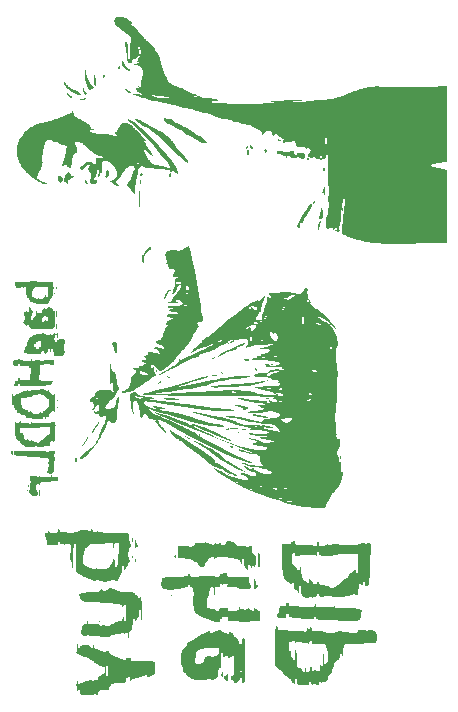
<source format=gbr>
%TF.GenerationSoftware,KiCad,Pcbnew,9.0.1*%
%TF.CreationDate,2025-04-23T18:23:55-07:00*%
%TF.ProjectId,rp2350,72703233-3530-42e6-9b69-6361645f7063,rev?*%
%TF.SameCoordinates,Original*%
%TF.FileFunction,Legend,Bot*%
%TF.FilePolarity,Positive*%
%FSLAX46Y46*%
G04 Gerber Fmt 4.6, Leading zero omitted, Abs format (unit mm)*
G04 Created by KiCad (PCBNEW 9.0.1) date 2025-04-23 18:23:55*
%MOMM*%
%LPD*%
G01*
G04 APERTURE LIST*
%ADD10C,0.000000*%
G04 APERTURE END LIST*
D10*
G36*
X106946646Y-75489479D02*
G01*
X106946798Y-75489688D01*
X106947128Y-75490524D01*
X106947492Y-75491916D01*
X106947892Y-75493866D01*
X106948327Y-75496372D01*
X106948796Y-75499436D01*
X106949839Y-75507234D01*
X106949909Y-75509742D01*
X106950117Y-75512807D01*
X106950464Y-75516429D01*
X106950950Y-75520607D01*
X106951576Y-75525342D01*
X106952340Y-75530634D01*
X106954287Y-75542890D01*
X106954287Y-75587457D01*
X106954287Y-75632028D01*
X106953244Y-75638433D01*
X106952340Y-75644281D01*
X106951576Y-75649572D01*
X106950950Y-75654307D01*
X106950464Y-75658486D01*
X106950117Y-75662108D01*
X106949909Y-75665174D01*
X106949839Y-75667684D01*
X106949839Y-75681054D01*
X106945391Y-75587457D01*
X106945391Y-75507234D01*
X106945461Y-75499436D01*
X106945547Y-75496372D01*
X106945669Y-75493866D01*
X106945825Y-75491916D01*
X106946016Y-75490524D01*
X106946242Y-75489688D01*
X106946368Y-75489479D01*
X106946502Y-75489410D01*
X106946646Y-75489479D01*
G37*
G36*
X107070178Y-75569632D02*
G01*
X107070179Y-75569633D01*
X107070180Y-75569633D01*
X107070180Y-75569634D01*
X107070181Y-75569634D01*
X107070182Y-75569635D01*
X107070187Y-75569636D01*
X107070189Y-75569637D01*
X107070190Y-75569637D01*
X107070191Y-75569638D01*
X107070193Y-75569638D01*
X107071563Y-75569691D01*
X107072890Y-75569847D01*
X107074173Y-75570108D01*
X107075413Y-75570474D01*
X107076609Y-75570944D01*
X107077762Y-75571518D01*
X107078871Y-75572197D01*
X107079937Y-75572981D01*
X107081939Y-75574861D01*
X107083766Y-75577159D01*
X107085420Y-75579875D01*
X107086899Y-75583008D01*
X107088205Y-75586560D01*
X107089337Y-75590529D01*
X107090294Y-75594916D01*
X107091078Y-75599721D01*
X107091687Y-75604944D01*
X107092122Y-75610585D01*
X107092384Y-75616644D01*
X107092471Y-75623120D01*
X107092575Y-75630276D01*
X107092889Y-75637257D01*
X107093411Y-75644065D01*
X107094143Y-75650698D01*
X107095083Y-75657157D01*
X107096233Y-75663442D01*
X107097591Y-75669552D01*
X107099159Y-75675489D01*
X107100935Y-75681252D01*
X107102921Y-75686840D01*
X107105115Y-75692254D01*
X107107518Y-75697494D01*
X107110130Y-75702560D01*
X107112951Y-75707452D01*
X107115981Y-75712170D01*
X107119219Y-75716714D01*
X107122457Y-75723278D01*
X107125485Y-75729597D01*
X107128305Y-75735673D01*
X107130915Y-75741506D01*
X107133317Y-75747094D01*
X107135510Y-75752439D01*
X107137494Y-75757540D01*
X107139269Y-75762397D01*
X107140836Y-75767010D01*
X107142193Y-75771380D01*
X107143342Y-75775506D01*
X107144282Y-75779389D01*
X107145013Y-75783027D01*
X107145535Y-75786422D01*
X107145848Y-75789574D01*
X107145953Y-75792482D01*
X107145813Y-75798471D01*
X107145639Y-75801361D01*
X107145396Y-75804181D01*
X107145082Y-75806932D01*
X107144699Y-75809613D01*
X107144246Y-75812224D01*
X107143724Y-75814766D01*
X107143132Y-75817238D01*
X107142471Y-75819641D01*
X107141739Y-75821974D01*
X107140939Y-75824237D01*
X107140068Y-75826431D01*
X107139128Y-75828554D01*
X107138118Y-75830609D01*
X107137039Y-75832594D01*
X107135890Y-75834509D01*
X107134671Y-75836354D01*
X107133383Y-75838130D01*
X107132025Y-75839836D01*
X107130598Y-75841472D01*
X107129100Y-75843039D01*
X107127534Y-75844537D01*
X107125897Y-75845964D01*
X107124191Y-75847322D01*
X107122416Y-75848611D01*
X107120571Y-75849829D01*
X107118656Y-75850978D01*
X107116671Y-75852058D01*
X107114617Y-75853068D01*
X107112494Y-75854008D01*
X107110301Y-75854879D01*
X107101737Y-75859055D01*
X107097715Y-75860934D01*
X107093868Y-75862674D01*
X107090195Y-75864275D01*
X107086696Y-75865737D01*
X107083371Y-75867059D01*
X107080220Y-75868242D01*
X107077243Y-75869286D01*
X107074439Y-75870191D01*
X107071810Y-75870957D01*
X107069355Y-75871583D01*
X107067074Y-75872071D01*
X107064967Y-75872419D01*
X107063033Y-75872627D01*
X107061274Y-75872697D01*
X107060195Y-75872105D01*
X107059185Y-75870329D01*
X107058244Y-75867370D01*
X107057373Y-75863226D01*
X107055840Y-75851388D01*
X107054586Y-75834814D01*
X107053610Y-75813505D01*
X107052913Y-75787461D01*
X107052495Y-75756681D01*
X107052355Y-75721166D01*
X107052425Y-75702816D01*
X107052634Y-75685650D01*
X107052981Y-75669668D01*
X107053469Y-75654870D01*
X107054095Y-75641256D01*
X107054860Y-75628825D01*
X107055765Y-75617578D01*
X107056809Y-75607515D01*
X107057992Y-75598636D01*
X107059315Y-75590941D01*
X107060777Y-75584430D01*
X107061560Y-75581618D01*
X107062378Y-75579102D01*
X107063231Y-75576882D01*
X107064119Y-75574958D01*
X107065042Y-75573330D01*
X107065999Y-75571999D01*
X107066991Y-75570963D01*
X107068019Y-75570223D01*
X107069081Y-75569779D01*
X107070178Y-75569631D01*
X107070178Y-75569632D01*
G37*
G36*
X106950884Y-76210880D02*
G01*
X106951789Y-76214831D01*
X106952555Y-76218817D01*
X106953182Y-76222839D01*
X106953670Y-76226895D01*
X106954018Y-76230986D01*
X106954227Y-76235112D01*
X106954297Y-76239273D01*
X106954227Y-76243468D01*
X106954018Y-76247699D01*
X106953670Y-76251965D01*
X106953182Y-76256265D01*
X106952555Y-76260601D01*
X106951789Y-76264971D01*
X106950884Y-76269376D01*
X106949839Y-76273816D01*
X106948742Y-76273677D01*
X106947680Y-76273259D01*
X106946653Y-76272563D01*
X106945661Y-76271587D01*
X106944703Y-76270334D01*
X106943780Y-76268802D01*
X106942892Y-76266991D01*
X106942039Y-76264902D01*
X106941221Y-76262534D01*
X106940437Y-76259888D01*
X106939688Y-76256963D01*
X106938974Y-76253759D01*
X106938295Y-76250277D01*
X106937650Y-76246517D01*
X106937040Y-76242478D01*
X106936465Y-76238160D01*
X106937040Y-76234382D01*
X106937650Y-76230848D01*
X106938295Y-76227558D01*
X106938630Y-76226005D01*
X106938974Y-76224512D01*
X106939327Y-76223080D01*
X106939688Y-76221709D01*
X106940058Y-76220399D01*
X106940437Y-76219150D01*
X106940825Y-76217962D01*
X106941221Y-76216834D01*
X106941626Y-76215768D01*
X106942039Y-76214763D01*
X106942461Y-76213818D01*
X106942892Y-76212935D01*
X106943332Y-76212112D01*
X106943780Y-76211351D01*
X106944237Y-76210650D01*
X106944703Y-76210010D01*
X106945177Y-76209431D01*
X106945661Y-76208913D01*
X106946152Y-76208456D01*
X106946653Y-76208060D01*
X106947162Y-76207725D01*
X106947680Y-76207451D01*
X106948207Y-76207238D01*
X106948742Y-76207085D01*
X106949286Y-76206994D01*
X106949839Y-76206964D01*
X106950884Y-76210880D01*
G37*
G36*
X107071845Y-76314050D02*
G01*
X107073462Y-76314415D01*
X107075045Y-76315024D01*
X107076593Y-76315878D01*
X107078107Y-76316974D01*
X107079585Y-76318315D01*
X107081029Y-76319899D01*
X107082439Y-76321727D01*
X107083814Y-76323799D01*
X107085154Y-76326114D01*
X107086460Y-76328673D01*
X107087731Y-76331476D01*
X107088968Y-76334522D01*
X107090170Y-76337813D01*
X107091338Y-76341347D01*
X107092471Y-76345124D01*
X107093531Y-76349529D01*
X107094488Y-76353829D01*
X107095340Y-76358025D01*
X107096087Y-76362116D01*
X107096731Y-76366104D01*
X107097269Y-76369986D01*
X107097704Y-76373764D01*
X107098034Y-76377438D01*
X107098261Y-76381007D01*
X107098382Y-76384472D01*
X107098400Y-76387832D01*
X107098314Y-76391088D01*
X107098123Y-76394239D01*
X107097828Y-76397286D01*
X107097429Y-76400228D01*
X107096926Y-76403066D01*
X107095793Y-76406304D01*
X107094626Y-76409333D01*
X107093424Y-76412153D01*
X107092188Y-76414764D01*
X107090917Y-76417167D01*
X107090269Y-76418290D01*
X107089612Y-76419361D01*
X107088946Y-76420379D01*
X107088271Y-76421345D01*
X107087588Y-76422259D01*
X107086897Y-76423121D01*
X107086196Y-76423931D01*
X107085487Y-76424688D01*
X107084769Y-76425393D01*
X107084042Y-76426046D01*
X107083307Y-76426647D01*
X107082563Y-76427195D01*
X107081810Y-76427691D01*
X107081049Y-76428135D01*
X107080278Y-76428527D01*
X107079499Y-76428867D01*
X107078712Y-76429154D01*
X107077915Y-76429389D01*
X107077110Y-76429572D01*
X107076295Y-76429702D01*
X107075473Y-76429781D01*
X107074641Y-76429807D01*
X107071943Y-76429075D01*
X107069418Y-76427995D01*
X107067068Y-76426567D01*
X107064892Y-76424791D01*
X107062890Y-76422666D01*
X107061062Y-76420194D01*
X107059408Y-76417374D01*
X107057928Y-76414205D01*
X107056622Y-76410689D01*
X107055490Y-76406824D01*
X107054532Y-76402611D01*
X107053749Y-76398050D01*
X107053139Y-76393141D01*
X107052704Y-76387884D01*
X107052442Y-76382278D01*
X107052355Y-76376325D01*
X107052425Y-76368769D01*
X107052634Y-76361700D01*
X107052981Y-76355119D01*
X107053208Y-76352011D01*
X107053469Y-76349026D01*
X107053764Y-76346162D01*
X107054095Y-76343420D01*
X107054460Y-76340799D01*
X107054860Y-76338301D01*
X107055295Y-76335925D01*
X107055765Y-76333670D01*
X107056270Y-76331537D01*
X107056809Y-76329527D01*
X107057383Y-76327638D01*
X107057992Y-76325870D01*
X107058636Y-76324225D01*
X107059315Y-76322702D01*
X107060029Y-76321301D01*
X107060777Y-76320021D01*
X107061560Y-76318863D01*
X107062378Y-76317827D01*
X107063231Y-76316913D01*
X107064119Y-76316121D01*
X107065042Y-76315451D01*
X107065999Y-76314903D01*
X107066991Y-76314476D01*
X107068019Y-76314171D01*
X107069081Y-76313989D01*
X107070178Y-76313928D01*
X107070193Y-76313928D01*
X107071845Y-76314050D01*
G37*
G36*
X106821009Y-75530611D02*
G01*
X106823760Y-75554010D01*
X106826720Y-75576295D01*
X106829889Y-75597465D01*
X106833266Y-75617522D01*
X106836853Y-75636464D01*
X106840648Y-75654291D01*
X106844653Y-75671005D01*
X106848577Y-75685533D01*
X106848866Y-75686604D01*
X106853288Y-75701089D01*
X106857920Y-75714459D01*
X106862760Y-75726716D01*
X106867809Y-75737858D01*
X106873068Y-75747885D01*
X106878535Y-75756799D01*
X106883757Y-75765292D01*
X106886108Y-75769226D01*
X106888284Y-75772951D01*
X106890286Y-75776467D01*
X106892114Y-75779774D01*
X106893768Y-75782873D01*
X106895248Y-75785763D01*
X106896554Y-75788444D01*
X106897686Y-75790916D01*
X106898643Y-75793180D01*
X106899427Y-75795235D01*
X106900037Y-75797081D01*
X106900472Y-75798718D01*
X106900733Y-75800146D01*
X106900820Y-75801366D01*
X106900141Y-75803107D01*
X106899217Y-75804987D01*
X106898051Y-75807007D01*
X106896640Y-75809166D01*
X106894986Y-75811464D01*
X106893088Y-75813901D01*
X106890947Y-75816478D01*
X106888562Y-75819193D01*
X106885933Y-75822048D01*
X106883060Y-75825043D01*
X106876584Y-75831449D01*
X106869132Y-75838412D01*
X106860705Y-75845933D01*
X106851531Y-75855404D01*
X106842948Y-75865990D01*
X106834958Y-75877689D01*
X106827559Y-75890503D01*
X106820752Y-75904431D01*
X106814536Y-75919473D01*
X106808913Y-75935629D01*
X106803881Y-75952899D01*
X106799441Y-75971284D01*
X106795594Y-75990782D01*
X106792338Y-76011395D01*
X106789674Y-76033122D01*
X106787602Y-76055964D01*
X106786122Y-76079919D01*
X106785233Y-76104989D01*
X106784937Y-76131173D01*
X106784937Y-76135621D01*
X106785059Y-76149322D01*
X106785425Y-76162571D01*
X106786034Y-76175367D01*
X106786887Y-76187710D01*
X106787984Y-76199600D01*
X106789324Y-76211038D01*
X106790909Y-76222023D01*
X106792737Y-76232556D01*
X106794808Y-76242636D01*
X106797124Y-76252263D01*
X106799683Y-76261438D01*
X106802486Y-76270160D01*
X106805532Y-76278430D01*
X106808822Y-76286247D01*
X106812356Y-76293611D01*
X106816134Y-76300523D01*
X106819373Y-76306007D01*
X106822403Y-76311317D01*
X106825223Y-76316453D01*
X106827836Y-76321415D01*
X106830239Y-76326202D01*
X106832433Y-76330816D01*
X106834418Y-76335256D01*
X106836195Y-76339521D01*
X106837762Y-76343612D01*
X106839121Y-76347529D01*
X106840270Y-76351272D01*
X106841211Y-76354841D01*
X106841942Y-76358236D01*
X106842465Y-76361457D01*
X106842778Y-76364503D01*
X106842883Y-76367375D01*
X106842726Y-76372877D01*
X106842256Y-76378239D01*
X106841472Y-76383462D01*
X106840963Y-76386021D01*
X106840375Y-76388546D01*
X106839709Y-76391035D01*
X106838965Y-76393490D01*
X106838142Y-76395910D01*
X106837241Y-76398295D01*
X106836261Y-76400645D01*
X106835204Y-76402961D01*
X106834067Y-76405242D01*
X106832853Y-76407487D01*
X106831560Y-76409699D01*
X106830189Y-76411875D01*
X106828739Y-76414016D01*
X106827212Y-76416123D01*
X106823921Y-76420232D01*
X106820317Y-76424201D01*
X106816399Y-76428032D01*
X106812169Y-76431723D01*
X106807625Y-76435275D01*
X106802767Y-76438687D01*
X106798449Y-76443231D01*
X106794410Y-76447949D01*
X106790649Y-76452841D01*
X106787166Y-76457907D01*
X106783962Y-76463147D01*
X106781037Y-76468562D01*
X106778391Y-76474150D01*
X106776023Y-76479912D01*
X106773933Y-76485849D01*
X106772122Y-76491960D01*
X106770590Y-76498245D01*
X106769336Y-76504704D01*
X106768361Y-76511337D01*
X106767665Y-76518144D01*
X106767247Y-76525125D01*
X106767108Y-76532281D01*
X106766794Y-76539053D01*
X106765854Y-76546000D01*
X106764288Y-76553121D01*
X106762095Y-76560415D01*
X106759275Y-76567884D01*
X106755829Y-76575526D01*
X106751755Y-76583343D01*
X106747056Y-76591334D01*
X106741729Y-76599499D01*
X106735776Y-76607838D01*
X106729195Y-76616351D01*
X106721989Y-76625039D01*
X106714155Y-76633900D01*
X106705694Y-76642936D01*
X106696607Y-76652146D01*
X106686892Y-76661531D01*
X106606661Y-76732839D01*
X106602221Y-76616960D01*
X106601628Y-76605086D01*
X106600967Y-76593979D01*
X106600235Y-76583637D01*
X106599434Y-76574062D01*
X106598564Y-76565253D01*
X106597624Y-76557210D01*
X106596615Y-76549933D01*
X106595536Y-76543422D01*
X106594387Y-76537677D01*
X106593169Y-76532698D01*
X106592534Y-76530496D01*
X106591882Y-76528485D01*
X106591212Y-76526666D01*
X106590525Y-76525038D01*
X106589820Y-76523602D01*
X106589098Y-76522357D01*
X106588358Y-76521304D01*
X106587601Y-76520442D01*
X106586827Y-76519772D01*
X106586035Y-76519293D01*
X106585226Y-76519006D01*
X106584399Y-76518910D01*
X106580621Y-76519502D01*
X106577087Y-76521278D01*
X106573796Y-76524238D01*
X106570749Y-76528381D01*
X106567946Y-76533708D01*
X106565386Y-76540220D01*
X106563070Y-76547915D01*
X106560998Y-76556793D01*
X106559169Y-76566856D01*
X106557584Y-76578102D01*
X106556243Y-76590533D01*
X106555146Y-76604147D01*
X106553682Y-76634927D01*
X106553195Y-76670442D01*
X106553142Y-76687206D01*
X106552986Y-76702961D01*
X106552725Y-76717706D01*
X106552359Y-76731442D01*
X106551889Y-76744167D01*
X106551315Y-76755884D01*
X106550636Y-76766591D01*
X106549853Y-76776288D01*
X106548965Y-76784975D01*
X106547973Y-76792653D01*
X106546877Y-76799321D01*
X106545676Y-76804980D01*
X106544370Y-76809629D01*
X106543679Y-76811574D01*
X106542961Y-76813268D01*
X106542217Y-76814709D01*
X106541447Y-76815897D01*
X106540650Y-76816834D01*
X106539828Y-76817517D01*
X106538087Y-76818841D01*
X106536207Y-76820583D01*
X106534188Y-76822742D01*
X106532029Y-76825319D01*
X106529731Y-76828314D01*
X106527293Y-76831727D01*
X106522000Y-76839805D01*
X106516150Y-76849555D01*
X106509742Y-76860975D01*
X106502778Y-76874067D01*
X106495257Y-76888829D01*
X106486902Y-76904846D01*
X106483142Y-76912332D01*
X106479660Y-76919469D01*
X106476457Y-76926259D01*
X106473533Y-76932701D01*
X106470886Y-76938794D01*
X106468519Y-76944539D01*
X106466430Y-76949936D01*
X106464619Y-76954985D01*
X106463087Y-76959686D01*
X106461833Y-76964038D01*
X106460858Y-76968043D01*
X106460162Y-76971699D01*
X106459744Y-76975007D01*
X106459605Y-76977967D01*
X106459500Y-76981276D01*
X106459370Y-76982904D01*
X106459187Y-76984514D01*
X106458952Y-76986107D01*
X106458664Y-76987683D01*
X106458325Y-76989242D01*
X106457933Y-76990782D01*
X106457489Y-76992306D01*
X106456992Y-76993812D01*
X106456444Y-76995301D01*
X106455843Y-76996772D01*
X106455190Y-76998226D01*
X106454485Y-76999662D01*
X106453727Y-77001081D01*
X106452918Y-77002482D01*
X106451142Y-77005233D01*
X106449157Y-77007914D01*
X106446963Y-77010525D01*
X106444561Y-77013067D01*
X106441950Y-77015538D01*
X106439130Y-77017940D01*
X106436101Y-77020272D01*
X106432864Y-77022534D01*
X106429626Y-77025929D01*
X106426598Y-77029428D01*
X106423778Y-77033032D01*
X106421167Y-77036740D01*
X106418764Y-77040553D01*
X106416571Y-77044470D01*
X106414586Y-77048492D01*
X106412810Y-77052618D01*
X106411243Y-77056848D01*
X106409885Y-77061183D01*
X106408735Y-77065623D01*
X106407795Y-77070167D01*
X106407063Y-77074815D01*
X106406541Y-77079568D01*
X106406227Y-77084425D01*
X106406123Y-77089387D01*
X106406075Y-77092137D01*
X106405931Y-77094818D01*
X106405692Y-77097429D01*
X106405357Y-77099971D01*
X106404926Y-77102443D01*
X106404399Y-77104845D01*
X106403777Y-77107178D01*
X106403059Y-77109441D01*
X106402245Y-77111634D01*
X106401335Y-77113758D01*
X106400330Y-77115812D01*
X106399229Y-77117797D01*
X106398032Y-77119712D01*
X106396739Y-77121557D01*
X106395351Y-77123333D01*
X106393867Y-77125039D01*
X106392287Y-77126675D01*
X106390612Y-77128242D01*
X106388841Y-77129739D01*
X106386974Y-77131167D01*
X106385011Y-77132525D01*
X106382953Y-77133813D01*
X106380798Y-77135032D01*
X106378549Y-77136181D01*
X106376203Y-77137261D01*
X106373762Y-77138271D01*
X106368592Y-77140082D01*
X106363039Y-77141615D01*
X106357104Y-77142869D01*
X106350797Y-77144471D01*
X106344690Y-77145934D01*
X106338783Y-77147258D01*
X106333077Y-77148442D01*
X106327571Y-77149487D01*
X106322265Y-77150393D01*
X106317160Y-77151159D01*
X106312254Y-77151786D01*
X106307549Y-77152274D01*
X106303044Y-77152623D01*
X106298740Y-77152832D01*
X106294636Y-77152902D01*
X106290731Y-77152832D01*
X106287028Y-77152624D01*
X106283524Y-77152276D01*
X106280221Y-77151788D01*
X106277117Y-77151162D01*
X106274214Y-77150396D01*
X106271512Y-77149491D01*
X106269009Y-77148446D01*
X106266707Y-77147263D01*
X106264605Y-77145940D01*
X106262703Y-77144478D01*
X106261001Y-77142876D01*
X106259500Y-77141135D01*
X106258199Y-77139255D01*
X106257098Y-77137236D01*
X106256197Y-77135077D01*
X106255496Y-77132780D01*
X106254996Y-77130343D01*
X106254695Y-77127766D01*
X106254595Y-77125051D01*
X106254574Y-77122605D01*
X106254508Y-77120280D01*
X106254399Y-77118078D01*
X106254247Y-77115998D01*
X106254051Y-77114040D01*
X106253812Y-77112203D01*
X106253529Y-77110488D01*
X106253202Y-77108896D01*
X106252832Y-77107425D01*
X106252418Y-77106076D01*
X106251961Y-77104849D01*
X106251460Y-77103743D01*
X106250916Y-77102760D01*
X106250328Y-77101899D01*
X106249697Y-77101159D01*
X106249022Y-77100541D01*
X106248304Y-77100045D01*
X106247542Y-77099671D01*
X106246736Y-77099419D01*
X106245887Y-77099289D01*
X106244995Y-77099280D01*
X106244058Y-77099394D01*
X106243079Y-77099629D01*
X106242055Y-77099986D01*
X106240989Y-77100465D01*
X106239878Y-77101066D01*
X106238725Y-77101788D01*
X106237527Y-77102633D01*
X106236286Y-77103599D01*
X106235002Y-77104687D01*
X106233674Y-77105897D01*
X106232302Y-77107228D01*
X106224086Y-77110850D01*
X106212806Y-77115028D01*
X106198461Y-77119764D01*
X106181051Y-77125056D01*
X106160577Y-77130905D01*
X106137038Y-77137311D01*
X106080767Y-77151795D01*
X106050476Y-77160153D01*
X106021995Y-77167396D01*
X105995324Y-77173524D01*
X105970464Y-77178538D01*
X105947415Y-77182438D01*
X105936569Y-77183970D01*
X105926176Y-77185223D01*
X105916236Y-77186198D01*
X105906749Y-77186894D01*
X105897714Y-77187312D01*
X105889132Y-77187451D01*
X105872976Y-77187034D01*
X105855706Y-77185780D01*
X105837321Y-77183691D01*
X105817821Y-77180766D01*
X105797208Y-77177005D01*
X105775480Y-77172409D01*
X105752640Y-77166977D01*
X105728686Y-77160710D01*
X105716150Y-77157351D01*
X105704171Y-77153956D01*
X105692750Y-77150526D01*
X105681885Y-77147062D01*
X105671578Y-77143563D01*
X105661828Y-77140028D01*
X105652635Y-77136459D01*
X105644000Y-77132855D01*
X105635921Y-77129217D01*
X105628400Y-77125543D01*
X105621436Y-77121835D01*
X105615029Y-77118091D01*
X105609179Y-77114313D01*
X105603887Y-77110500D01*
X105599151Y-77106652D01*
X105594973Y-77102769D01*
X105590623Y-77099550D01*
X105586481Y-77096574D01*
X105582548Y-77093842D01*
X105578823Y-77091353D01*
X105575307Y-77089108D01*
X105571999Y-77087106D01*
X105568900Y-77085348D01*
X105566010Y-77083833D01*
X105563328Y-77082562D01*
X105560856Y-77081535D01*
X105558591Y-77080751D01*
X105557538Y-77080451D01*
X105556536Y-77080211D01*
X105555587Y-77080032D01*
X105554689Y-77079915D01*
X105553844Y-77079858D01*
X105553052Y-77079862D01*
X105552311Y-77079927D01*
X105551622Y-77080053D01*
X105550986Y-77080240D01*
X105550402Y-77080487D01*
X105549323Y-77081724D01*
X105548313Y-77083203D01*
X105547373Y-77084927D01*
X105546503Y-77086894D01*
X105545702Y-77089105D01*
X105544971Y-77091559D01*
X105544310Y-77094258D01*
X105543718Y-77097200D01*
X105543196Y-77100385D01*
X105542744Y-77103815D01*
X105542361Y-77107488D01*
X105542048Y-77111405D01*
X105541630Y-77119970D01*
X105541491Y-77129510D01*
X105541456Y-77133306D01*
X105541352Y-77136894D01*
X105541177Y-77140272D01*
X105540933Y-77143441D01*
X105540619Y-77146401D01*
X105540236Y-77149152D01*
X105539783Y-77151694D01*
X105539260Y-77154027D01*
X105538972Y-77155115D01*
X105538667Y-77156151D01*
X105538344Y-77157134D01*
X105538004Y-77158066D01*
X105537647Y-77158945D01*
X105537272Y-77159772D01*
X105536880Y-77160546D01*
X105536470Y-77161268D01*
X105536043Y-77161938D01*
X105535598Y-77162556D01*
X105535136Y-77163122D01*
X105534657Y-77163635D01*
X105534160Y-77164096D01*
X105533646Y-77164505D01*
X105533114Y-77164862D01*
X105532565Y-77165166D01*
X105531363Y-77165688D01*
X105529988Y-77166140D01*
X105528438Y-77166522D01*
X105526714Y-77166835D01*
X105524816Y-77167079D01*
X105522744Y-77167253D01*
X105520498Y-77167357D01*
X105518077Y-77167392D01*
X105512715Y-77167253D01*
X105506656Y-77166835D01*
X105499901Y-77166140D01*
X105492449Y-77165166D01*
X105470166Y-77159663D01*
X105459860Y-77156963D01*
X105450112Y-77154299D01*
X105440920Y-77151670D01*
X105432286Y-77149075D01*
X105424208Y-77146516D01*
X105416688Y-77143992D01*
X105409724Y-77141502D01*
X105403318Y-77139048D01*
X105397468Y-77136628D01*
X105392176Y-77134243D01*
X105387440Y-77131894D01*
X105383261Y-77129579D01*
X105379639Y-77127299D01*
X105376574Y-77125054D01*
X105373857Y-77123278D01*
X105371280Y-77121294D01*
X105368842Y-77119100D01*
X105366543Y-77116697D01*
X105364384Y-77114086D01*
X105362364Y-77111266D01*
X105360484Y-77108236D01*
X105358743Y-77104998D01*
X105357142Y-77101551D01*
X105355680Y-77097895D01*
X105354357Y-77094030D01*
X105353173Y-77089957D01*
X105352129Y-77085674D01*
X105351225Y-77081182D01*
X105350459Y-77076482D01*
X105349833Y-77071572D01*
X105349764Y-77064123D01*
X105349677Y-77060659D01*
X105349555Y-77057369D01*
X105349399Y-77054253D01*
X105349208Y-77051311D01*
X105348983Y-77048543D01*
X105348722Y-77045949D01*
X105348427Y-77043529D01*
X105348097Y-77041283D01*
X105347732Y-77039211D01*
X105347332Y-77037313D01*
X105346898Y-77035589D01*
X105346428Y-77034039D01*
X105345924Y-77032663D01*
X105345385Y-77031461D01*
X105340937Y-77053746D01*
X105340607Y-77057001D01*
X105340172Y-77060082D01*
X105339632Y-77062989D01*
X105338988Y-77065722D01*
X105338240Y-77068281D01*
X105337387Y-77070665D01*
X105336430Y-77072876D01*
X105335368Y-77074913D01*
X105334202Y-77076775D01*
X105332931Y-77078464D01*
X105331556Y-77079978D01*
X105330076Y-77081318D01*
X105328492Y-77082484D01*
X105326804Y-77083477D01*
X105325011Y-77084295D01*
X105323113Y-77084939D01*
X105321111Y-77085408D01*
X105319005Y-77085704D01*
X105316794Y-77085826D01*
X105314478Y-77085774D01*
X105312058Y-77085547D01*
X105309534Y-77085146D01*
X105306905Y-77084572D01*
X105304172Y-77083823D01*
X105301334Y-77082900D01*
X105298392Y-77081803D01*
X105292194Y-77079087D01*
X105285578Y-77075674D01*
X105278544Y-77071565D01*
X105218095Y-77045663D01*
X105192676Y-77035009D01*
X105170460Y-77025886D01*
X105151448Y-77018295D01*
X105135640Y-77012236D01*
X105123036Y-77007708D01*
X105113635Y-77004712D01*
X104997759Y-76973516D01*
X104988833Y-76884378D01*
X104979922Y-76781873D01*
X104957629Y-76866551D01*
X104944262Y-76946775D01*
X104886324Y-76893293D01*
X104869191Y-76878460D01*
X104853451Y-76865159D01*
X104839105Y-76853391D01*
X104826151Y-76843154D01*
X104814591Y-76834448D01*
X104809334Y-76830670D01*
X104804425Y-76827275D01*
X104799864Y-76824263D01*
X104795652Y-76821634D01*
X104791787Y-76819388D01*
X104788271Y-76817525D01*
X104783953Y-76814530D01*
X104779914Y-76810004D01*
X104776153Y-76803945D01*
X104772670Y-76796355D01*
X104769467Y-76787232D01*
X104766541Y-76776578D01*
X104763895Y-76764391D01*
X104761527Y-76750672D01*
X104759437Y-76735422D01*
X104757626Y-76718639D01*
X104754840Y-76680477D01*
X104753169Y-76636186D01*
X104752612Y-76585767D01*
X104752891Y-76565435D01*
X104753727Y-76535629D01*
X104757067Y-76447606D01*
X104757067Y-76322846D01*
X105024478Y-76322846D01*
X105024669Y-76341909D01*
X105025244Y-76360101D01*
X105026201Y-76377423D01*
X105027542Y-76393875D01*
X105029265Y-76409456D01*
X105031372Y-76424167D01*
X105033861Y-76438007D01*
X105036733Y-76450977D01*
X105039988Y-76463076D01*
X105043627Y-76474305D01*
X105047648Y-76484664D01*
X105052052Y-76494152D01*
X105056839Y-76502770D01*
X105059376Y-76506752D01*
X105062008Y-76510517D01*
X105064737Y-76514064D01*
X105067561Y-76517394D01*
X105070481Y-76520506D01*
X105073496Y-76523400D01*
X105073466Y-76523416D01*
X105086349Y-76533583D01*
X105100487Y-76544028D01*
X105115877Y-76554752D01*
X105132521Y-76565754D01*
X105150418Y-76577036D01*
X105169568Y-76588596D01*
X105189971Y-76600435D01*
X105211627Y-76612554D01*
X105221986Y-76619030D01*
X105231893Y-76625089D01*
X105241347Y-76630730D01*
X105250348Y-76635953D01*
X105258896Y-76640758D01*
X105266992Y-76645145D01*
X105274635Y-76649114D01*
X105281825Y-76652666D01*
X105288562Y-76655799D01*
X105294847Y-76658515D01*
X105300678Y-76660813D01*
X105306058Y-76662693D01*
X105310984Y-76664156D01*
X105315457Y-76665200D01*
X105319478Y-76665827D01*
X105323046Y-76666036D01*
X105323869Y-76666031D01*
X105324666Y-76666018D01*
X105325437Y-76665997D01*
X105326182Y-76665966D01*
X105326900Y-76665927D01*
X105327592Y-76665879D01*
X105328259Y-76665823D01*
X105328899Y-76665757D01*
X105329513Y-76665684D01*
X105330100Y-76665601D01*
X105330662Y-76665510D01*
X105331197Y-76665410D01*
X105331707Y-76665301D01*
X105332190Y-76665184D01*
X105332647Y-76665058D01*
X105333078Y-76664923D01*
X105333483Y-76664779D01*
X105333862Y-76664627D01*
X105334214Y-76664466D01*
X105334541Y-76664297D01*
X105334841Y-76664119D01*
X105335115Y-76663932D01*
X105335363Y-76663736D01*
X105335585Y-76663532D01*
X105335781Y-76663319D01*
X105335951Y-76663097D01*
X105336094Y-76662866D01*
X105336212Y-76662627D01*
X105336303Y-76662380D01*
X105336368Y-76662123D01*
X105336408Y-76661858D01*
X105336421Y-76661584D01*
X105336434Y-76660505D01*
X105336473Y-76659496D01*
X105336538Y-76658556D01*
X105336629Y-76657686D01*
X105336747Y-76656886D01*
X105336891Y-76656155D01*
X105337060Y-76655494D01*
X105337256Y-76654902D01*
X105337478Y-76654380D01*
X105337726Y-76653928D01*
X105338000Y-76653545D01*
X105338301Y-76653232D01*
X105338627Y-76652988D01*
X105338980Y-76652814D01*
X105339358Y-76652710D01*
X105339763Y-76652675D01*
X105340194Y-76652710D01*
X105340651Y-76652814D01*
X105341134Y-76652988D01*
X105341644Y-76653232D01*
X105342179Y-76653545D01*
X105342741Y-76653928D01*
X105343329Y-76654380D01*
X105343943Y-76654902D01*
X105344583Y-76655494D01*
X105345249Y-76656155D01*
X105345941Y-76656886D01*
X105346660Y-76657686D01*
X105348175Y-76659496D01*
X105349795Y-76661584D01*
X105350626Y-76661810D01*
X105351448Y-76661932D01*
X105352262Y-76661950D01*
X105353067Y-76661863D01*
X105353863Y-76661671D01*
X105354651Y-76661375D01*
X105356199Y-76660470D01*
X105357714Y-76659147D01*
X105359193Y-76657406D01*
X105360637Y-76655248D01*
X105362047Y-76652671D01*
X105363422Y-76649676D01*
X105364762Y-76646264D01*
X105366067Y-76642434D01*
X105367338Y-76638185D01*
X105368574Y-76633519D01*
X105369775Y-76628435D01*
X105370941Y-76622933D01*
X105372073Y-76617013D01*
X105385447Y-76550160D01*
X105385447Y-76625928D01*
X105386021Y-76632439D01*
X105386630Y-76638601D01*
X105387273Y-76644416D01*
X105387952Y-76649882D01*
X105388666Y-76655000D01*
X105389414Y-76659770D01*
X105390197Y-76664192D01*
X105391016Y-76668266D01*
X105391869Y-76671992D01*
X105392757Y-76675369D01*
X105393680Y-76678399D01*
X105394638Y-76681080D01*
X105395632Y-76683413D01*
X105396660Y-76685399D01*
X105397187Y-76686261D01*
X105397723Y-76687036D01*
X105398268Y-76687724D01*
X105398821Y-76688325D01*
X105400126Y-76689944D01*
X105401814Y-76691459D01*
X105403885Y-76692869D01*
X105406339Y-76694175D01*
X105409176Y-76695376D01*
X105412396Y-76696473D01*
X105416000Y-76697466D01*
X105419986Y-76698353D01*
X105424356Y-76699137D01*
X105429109Y-76699816D01*
X105434245Y-76700390D01*
X105439764Y-76700860D01*
X105445666Y-76701226D01*
X105451951Y-76701487D01*
X105465670Y-76701696D01*
X105474879Y-76701608D01*
X105483566Y-76701347D01*
X105491731Y-76700912D01*
X105499373Y-76700303D01*
X105506493Y-76699519D01*
X105513092Y-76698562D01*
X105519168Y-76697430D01*
X105522010Y-76696799D01*
X105524722Y-76696125D01*
X105527303Y-76695406D01*
X105529754Y-76694645D01*
X105532074Y-76693840D01*
X105534263Y-76692991D01*
X105536322Y-76692099D01*
X105538251Y-76691163D01*
X105540049Y-76690183D01*
X105541716Y-76689160D01*
X105543253Y-76688094D01*
X105544659Y-76686984D01*
X105545935Y-76685831D01*
X105547081Y-76684634D01*
X105548095Y-76683393D01*
X105548980Y-76682109D01*
X105549733Y-76680781D01*
X105550356Y-76679410D01*
X105551173Y-76677861D01*
X105552512Y-76676556D01*
X105554373Y-76675494D01*
X105556758Y-76674676D01*
X105559664Y-76674101D01*
X105563094Y-76673770D01*
X105567045Y-76673683D01*
X105571519Y-76673840D01*
X105576516Y-76674240D01*
X105582035Y-76674883D01*
X105588076Y-76675771D01*
X105594640Y-76676902D01*
X105609334Y-76679894D01*
X105626116Y-76683862D01*
X105635518Y-76685953D01*
X105645895Y-76687765D01*
X105657246Y-76689298D01*
X105669571Y-76690553D01*
X105682872Y-76691529D01*
X105697148Y-76692227D01*
X105712399Y-76692645D01*
X105728625Y-76692784D01*
X105757995Y-76692645D01*
X105785937Y-76692227D01*
X105812452Y-76691531D01*
X105837539Y-76690556D01*
X105861198Y-76689302D01*
X105883430Y-76687770D01*
X105904234Y-76685959D01*
X105923611Y-76683870D01*
X105941561Y-76681502D01*
X105958083Y-76678856D01*
X105973177Y-76675931D01*
X105986844Y-76672727D01*
X105999084Y-76669245D01*
X106009897Y-76665485D01*
X106019282Y-76661446D01*
X106027239Y-76657128D01*
X106031608Y-76655300D01*
X106035804Y-76653159D01*
X106039825Y-76650704D01*
X106043672Y-76647935D01*
X106047345Y-76644853D01*
X106050844Y-76641458D01*
X106054169Y-76637750D01*
X106057320Y-76633728D01*
X106060297Y-76629393D01*
X106063101Y-76624744D01*
X106065730Y-76619782D01*
X106068185Y-76614507D01*
X106070466Y-76608918D01*
X106072573Y-76603016D01*
X106074507Y-76596801D01*
X106076266Y-76590272D01*
X106077518Y-76585241D01*
X106079049Y-76580175D01*
X106080858Y-76575074D01*
X106082947Y-76569938D01*
X106085313Y-76564767D01*
X106087959Y-76559562D01*
X106090883Y-76554322D01*
X106094086Y-76549047D01*
X106097568Y-76543737D01*
X106101329Y-76538393D01*
X106105368Y-76533013D01*
X106109686Y-76527599D01*
X106114283Y-76522150D01*
X106119159Y-76516666D01*
X106124314Y-76511147D01*
X106129748Y-76505593D01*
X106134675Y-76500423D01*
X106139428Y-76494939D01*
X106144006Y-76489141D01*
X106148411Y-76483031D01*
X106152641Y-76476607D01*
X106156697Y-76469869D01*
X106160579Y-76462818D01*
X106164287Y-76455454D01*
X106167821Y-76447776D01*
X106171181Y-76439785D01*
X106174367Y-76431481D01*
X106177379Y-76422863D01*
X106180216Y-76413932D01*
X106182880Y-76404688D01*
X106185370Y-76395130D01*
X106187686Y-76385259D01*
X106189949Y-76375004D01*
X106192282Y-76365412D01*
X106194684Y-76356481D01*
X106197156Y-76348211D01*
X106198418Y-76344325D01*
X106199697Y-76340603D01*
X106200994Y-76337048D01*
X106202308Y-76333657D01*
X106203640Y-76330432D01*
X106204988Y-76327372D01*
X106206355Y-76324478D01*
X106207738Y-76321749D01*
X106209140Y-76319186D01*
X106210558Y-76316788D01*
X106211994Y-76314555D01*
X106213448Y-76312488D01*
X106214918Y-76310586D01*
X106216407Y-76308849D01*
X106217912Y-76307278D01*
X106219435Y-76305872D01*
X106220976Y-76304632D01*
X106222534Y-76303557D01*
X106224109Y-76302647D01*
X106225702Y-76301903D01*
X106227313Y-76301324D01*
X106228941Y-76300911D01*
X106230586Y-76300663D01*
X106232249Y-76300580D01*
X106234947Y-76301242D01*
X106237471Y-76303226D01*
X106239821Y-76306534D01*
X106241998Y-76311165D01*
X106244000Y-76317119D01*
X106245828Y-76324397D01*
X106247482Y-76332997D01*
X106248962Y-76342920D01*
X106251400Y-76366737D01*
X106253141Y-76395846D01*
X106254186Y-76430247D01*
X106254534Y-76469941D01*
X106254674Y-76508727D01*
X106255092Y-76542639D01*
X106255790Y-76571677D01*
X106256766Y-76595841D01*
X106257359Y-76606095D01*
X106258021Y-76615130D01*
X106258753Y-76622947D01*
X106259555Y-76629546D01*
X106260427Y-76634925D01*
X106261369Y-76639087D01*
X106262380Y-76642030D01*
X106262912Y-76643044D01*
X106263461Y-76643754D01*
X106264318Y-76644551D01*
X106265219Y-76645269D01*
X106266163Y-76645909D01*
X106267151Y-76646470D01*
X106268182Y-76646954D01*
X106269257Y-76647359D01*
X106270375Y-76647685D01*
X106271537Y-76647933D01*
X106272743Y-76648103D01*
X106273992Y-76648195D01*
X106276620Y-76648143D01*
X106279423Y-76647777D01*
X106282400Y-76647098D01*
X106285551Y-76646106D01*
X106288875Y-76644800D01*
X106292374Y-76643181D01*
X106296047Y-76641248D01*
X106299894Y-76639002D01*
X106303915Y-76636443D01*
X106308111Y-76633570D01*
X106312480Y-76630384D01*
X106316796Y-76627581D01*
X106320835Y-76624743D01*
X106324595Y-76621871D01*
X106328076Y-76618964D01*
X106331279Y-76616022D01*
X106334204Y-76613045D01*
X106336850Y-76610033D01*
X106339218Y-76606987D01*
X106341307Y-76603905D01*
X106343117Y-76600789D01*
X106344650Y-76597638D01*
X106345903Y-76594452D01*
X106346425Y-76592846D01*
X106346878Y-76591232D01*
X106347261Y-76589608D01*
X106347575Y-76587976D01*
X106347818Y-76586335D01*
X106347992Y-76584686D01*
X106348097Y-76583028D01*
X106348132Y-76581361D01*
X106348219Y-76576451D01*
X106348480Y-76571751D01*
X106348915Y-76567259D01*
X106349525Y-76562977D01*
X106350309Y-76558903D01*
X106350766Y-76556944D01*
X106351266Y-76555038D01*
X106351810Y-76553184D01*
X106352398Y-76551382D01*
X106353029Y-76549632D01*
X106353704Y-76547935D01*
X106354422Y-76546290D01*
X106355184Y-76544697D01*
X106355989Y-76543156D01*
X106356838Y-76541668D01*
X106357730Y-76540231D01*
X106358666Y-76538847D01*
X106359646Y-76537516D01*
X106360668Y-76536236D01*
X106361735Y-76535009D01*
X106362845Y-76533833D01*
X106363998Y-76532710D01*
X106365195Y-76531640D01*
X106366435Y-76530621D01*
X106367719Y-76529655D01*
X106369046Y-76528741D01*
X106370417Y-76527879D01*
X106374734Y-76523579D01*
X106378772Y-76516250D01*
X106382532Y-76505891D01*
X106386014Y-76492503D01*
X106392142Y-76456639D01*
X106397155Y-76408658D01*
X106401055Y-76348560D01*
X106403841Y-76276344D01*
X106405512Y-76192012D01*
X106406069Y-76095563D01*
X106406069Y-75685533D01*
X106334765Y-75685533D01*
X106326111Y-75685637D01*
X106321980Y-75685768D01*
X106317980Y-75685951D01*
X106314110Y-75686186D01*
X106310371Y-75686473D01*
X106306763Y-75686812D01*
X106303285Y-75687204D01*
X106299938Y-75687648D01*
X106296721Y-75688144D01*
X106293635Y-75688693D01*
X106290680Y-75689293D01*
X106287855Y-75689946D01*
X106285161Y-75690651D01*
X106282597Y-75691409D01*
X106280164Y-75692218D01*
X106277862Y-75693080D01*
X106275690Y-75693994D01*
X106273649Y-75694960D01*
X106271738Y-75695979D01*
X106269958Y-75697050D01*
X106268309Y-75698173D01*
X106266790Y-75699348D01*
X106265402Y-75700575D01*
X106264144Y-75701855D01*
X106263017Y-75703186D01*
X106262021Y-75704570D01*
X106261155Y-75706007D01*
X106260420Y-75707495D01*
X106259815Y-75709036D01*
X106259341Y-75710629D01*
X106258998Y-75712274D01*
X106257848Y-75716017D01*
X106257248Y-75717772D01*
X106256629Y-75719447D01*
X106255994Y-75721045D01*
X106255341Y-75722564D01*
X106254670Y-75724005D01*
X106253982Y-75725368D01*
X106253277Y-75726652D01*
X106252554Y-75727858D01*
X106251814Y-75728985D01*
X106251057Y-75730034D01*
X106250282Y-75731005D01*
X106249490Y-75731897D01*
X106248680Y-75732711D01*
X106247853Y-75733447D01*
X106247008Y-75734104D01*
X106246147Y-75734683D01*
X106245267Y-75735184D01*
X106244371Y-75735606D01*
X106243457Y-75735950D01*
X106242525Y-75736215D01*
X106241577Y-75736402D01*
X106240610Y-75736511D01*
X106239627Y-75736542D01*
X106238626Y-75736493D01*
X106237608Y-75736367D01*
X106236572Y-75736162D01*
X106235519Y-75735879D01*
X106234449Y-75735517D01*
X106233361Y-75735077D01*
X106232256Y-75734559D01*
X106230099Y-75733932D01*
X106229072Y-75733983D01*
X106228080Y-75734279D01*
X106226201Y-75735602D01*
X106224460Y-75737899D01*
X106222859Y-75741172D01*
X106221397Y-75745420D01*
X106220074Y-75750643D01*
X106218891Y-75756840D01*
X106217846Y-75764013D01*
X106216941Y-75772161D01*
X106215548Y-75791382D01*
X106214713Y-75814503D01*
X106214434Y-75841523D01*
X106209986Y-75961858D01*
X106192172Y-75828153D01*
X106183245Y-75694448D01*
X106089648Y-75694448D01*
X106062354Y-75695840D01*
X106002743Y-75700018D01*
X105786578Y-75716733D01*
X105706080Y-75724529D01*
X105642850Y-75730097D01*
X105617711Y-75732046D01*
X105596889Y-75733438D01*
X105580383Y-75734273D01*
X105568194Y-75734552D01*
X105548765Y-75734377D01*
X105530589Y-75733855D01*
X105513667Y-75732985D01*
X105505676Y-75732419D01*
X105497999Y-75731766D01*
X105490635Y-75731026D01*
X105483584Y-75730200D01*
X105476846Y-75729286D01*
X105470422Y-75728285D01*
X105464311Y-75727197D01*
X105458514Y-75726021D01*
X105453030Y-75724759D01*
X105447859Y-75723410D01*
X105443002Y-75721974D01*
X105438458Y-75720451D01*
X105434228Y-75718840D01*
X105430311Y-75717143D01*
X105426707Y-75715359D01*
X105423416Y-75713487D01*
X105420439Y-75711529D01*
X105417776Y-75709483D01*
X105415425Y-75707350D01*
X105413389Y-75705131D01*
X105411665Y-75702824D01*
X105410255Y-75700430D01*
X105409158Y-75697949D01*
X105408375Y-75695381D01*
X105407905Y-75692726D01*
X105407748Y-75689984D01*
X105407678Y-75685823D01*
X105407470Y-75682253D01*
X105407122Y-75679275D01*
X105406896Y-75678009D01*
X105406635Y-75676890D01*
X105406339Y-75675919D01*
X105406008Y-75675096D01*
X105405643Y-75674421D01*
X105405243Y-75673894D01*
X105404808Y-75673515D01*
X105404338Y-75673284D01*
X105403834Y-75673201D01*
X105403294Y-75673266D01*
X105402720Y-75673478D01*
X105402111Y-75673839D01*
X105401467Y-75674348D01*
X105400788Y-75675005D01*
X105400075Y-75675810D01*
X105399326Y-75676763D01*
X105397725Y-75679113D01*
X105395984Y-75682055D01*
X105394104Y-75685589D01*
X105392085Y-75689714D01*
X105389926Y-75694432D01*
X105388829Y-75696590D01*
X105387767Y-75698609D01*
X105386739Y-75700488D01*
X105385747Y-75702229D01*
X105384790Y-75703830D01*
X105383867Y-75705292D01*
X105382979Y-75706614D01*
X105382126Y-75707798D01*
X105381308Y-75708842D01*
X105380913Y-75709312D01*
X105380525Y-75709748D01*
X105380147Y-75710148D01*
X105379777Y-75710514D01*
X105379416Y-75710844D01*
X105379064Y-75711140D01*
X105378720Y-75711401D01*
X105378385Y-75711628D01*
X105378059Y-75711819D01*
X105377742Y-75711976D01*
X105377433Y-75712098D01*
X105377133Y-75712185D01*
X105376841Y-75712237D01*
X105376559Y-75712255D01*
X105375478Y-75711523D01*
X105374467Y-75710444D01*
X105373526Y-75709016D01*
X105372655Y-75707241D01*
X105371853Y-75705117D01*
X105371122Y-75702644D01*
X105370460Y-75699824D01*
X105369868Y-75696655D01*
X105369346Y-75693138D01*
X105368893Y-75689273D01*
X105368197Y-75680498D01*
X105367779Y-75670330D01*
X105367640Y-75658769D01*
X105367588Y-75650674D01*
X105367431Y-75643101D01*
X105367170Y-75636050D01*
X105366805Y-75629521D01*
X105366335Y-75623515D01*
X105365760Y-75618031D01*
X105365081Y-75613069D01*
X105364702Y-75610784D01*
X105364297Y-75608630D01*
X105363867Y-75606606D01*
X105363409Y-75604713D01*
X105362926Y-75602950D01*
X105362417Y-75601318D01*
X105361881Y-75599816D01*
X105361320Y-75598445D01*
X105360732Y-75597205D01*
X105360118Y-75596095D01*
X105359478Y-75595115D01*
X105358812Y-75594267D01*
X105358120Y-75593548D01*
X105357401Y-75592961D01*
X105356656Y-75592504D01*
X105355886Y-75592177D01*
X105355089Y-75591981D01*
X105354266Y-75591916D01*
X105352109Y-75592195D01*
X105350092Y-75593031D01*
X105348213Y-75594423D01*
X105346473Y-75596374D01*
X105344872Y-75598881D01*
X105343410Y-75601945D01*
X105342087Y-75605567D01*
X105340903Y-75609745D01*
X105339858Y-75614481D01*
X105338952Y-75619774D01*
X105338186Y-75625623D01*
X105337559Y-75632030D01*
X105337071Y-75638994D01*
X105336722Y-75646515D01*
X105336513Y-75654593D01*
X105336443Y-75663228D01*
X105336078Y-75672699D01*
X105334981Y-75682170D01*
X105333154Y-75691640D01*
X105330595Y-75701111D01*
X105327305Y-75710582D01*
X105323284Y-75720053D01*
X105318532Y-75729523D01*
X105313049Y-75738994D01*
X105306834Y-75748465D01*
X105299888Y-75757936D01*
X105292211Y-75767407D01*
X105283802Y-75776878D01*
X105274662Y-75786349D01*
X105264791Y-75795820D01*
X105254188Y-75805292D01*
X105242854Y-75814763D01*
X105231990Y-75824478D01*
X105221683Y-75833565D01*
X105211934Y-75842026D01*
X105202741Y-75849861D01*
X105194105Y-75857068D01*
X105186027Y-75863649D01*
X105178506Y-75869603D01*
X105171542Y-75874930D01*
X105165135Y-75879631D01*
X105159285Y-75883705D01*
X105153993Y-75887152D01*
X105149257Y-75889972D01*
X105145080Y-75892166D01*
X105141459Y-75893733D01*
X105139858Y-75894281D01*
X105138396Y-75894673D01*
X105137073Y-75894908D01*
X105135890Y-75894986D01*
X105133643Y-75895265D01*
X105131362Y-75896100D01*
X105129047Y-75897493D01*
X105126696Y-75899443D01*
X105124311Y-75901950D01*
X105121890Y-75905014D01*
X105119435Y-75908635D01*
X105116946Y-75912813D01*
X105114422Y-75917549D01*
X105111863Y-75922841D01*
X105109269Y-75928690D01*
X105106641Y-75935097D01*
X105103978Y-75942061D01*
X105101280Y-75949582D01*
X105095782Y-75966294D01*
X105089513Y-75983773D01*
X105084080Y-76000556D01*
X105081677Y-76008686D01*
X105079483Y-76016642D01*
X105077498Y-76024424D01*
X105075721Y-76032032D01*
X105074154Y-76039466D01*
X105072795Y-76046726D01*
X105071646Y-76053811D01*
X105070705Y-76060723D01*
X105069974Y-76067461D01*
X105069451Y-76074024D01*
X105069138Y-76080414D01*
X105069033Y-76086629D01*
X105068929Y-76093158D01*
X105068616Y-76099373D01*
X105068093Y-76105275D01*
X105067362Y-76110863D01*
X105066919Y-76113540D01*
X105066423Y-76116138D01*
X105065874Y-76118658D01*
X105065274Y-76121100D01*
X105064621Y-76123463D01*
X105063916Y-76125748D01*
X105063159Y-76127955D01*
X105062350Y-76130083D01*
X105061488Y-76132133D01*
X105060575Y-76134105D01*
X105059609Y-76135998D01*
X105058590Y-76137813D01*
X105057520Y-76139549D01*
X105056398Y-76141208D01*
X105055223Y-76142787D01*
X105053996Y-76144289D01*
X105052716Y-76145712D01*
X105051385Y-76147057D01*
X105050001Y-76148324D01*
X105048565Y-76149512D01*
X105047077Y-76150622D01*
X105045537Y-76151653D01*
X105043945Y-76152607D01*
X105042300Y-76153482D01*
X105040141Y-76155188D01*
X105038121Y-76158079D01*
X105036241Y-76162153D01*
X105034500Y-76167411D01*
X105032899Y-76173853D01*
X105031437Y-76181479D01*
X105028931Y-76200281D01*
X105026982Y-76223819D01*
X105025591Y-76252092D01*
X105024756Y-76285102D01*
X105024478Y-76322846D01*
X104757067Y-76322846D01*
X104757067Y-76264875D01*
X104757067Y-75984094D01*
X104756789Y-75925389D01*
X104755953Y-75874065D01*
X104755326Y-75851172D01*
X104754560Y-75830123D01*
X104753655Y-75810921D01*
X104752611Y-75793563D01*
X104751427Y-75778052D01*
X104750104Y-75764385D01*
X104748642Y-75752564D01*
X104747041Y-75742588D01*
X104745301Y-75734458D01*
X104743421Y-75728173D01*
X104742429Y-75725722D01*
X104741403Y-75723733D01*
X104740341Y-75722205D01*
X104739245Y-75721139D01*
X104735973Y-75718981D01*
X104732840Y-75716963D01*
X104729846Y-75715083D01*
X104726991Y-75713343D01*
X104724276Y-75711742D01*
X104721699Y-75710280D01*
X104719262Y-75708957D01*
X104716963Y-75707773D01*
X104714804Y-75706729D01*
X104712784Y-75705824D01*
X104710903Y-75705058D01*
X104709161Y-75704431D01*
X104707559Y-75703944D01*
X104706095Y-75703595D01*
X104704771Y-75703386D01*
X104703585Y-75703317D01*
X104700329Y-75703682D01*
X104697247Y-75704779D01*
X104694340Y-75706607D01*
X104691606Y-75709167D01*
X104689047Y-75712457D01*
X104686662Y-75716479D01*
X104684451Y-75721232D01*
X104682415Y-75726717D01*
X104680552Y-75732932D01*
X104678864Y-75739879D01*
X104677351Y-75747557D01*
X104676011Y-75755966D01*
X104674846Y-75765106D01*
X104673855Y-75774978D01*
X104673038Y-75785580D01*
X104672396Y-75796914D01*
X104670304Y-75823725D01*
X104668491Y-75857360D01*
X104665701Y-75945104D01*
X104664028Y-76060146D01*
X104663470Y-76202485D01*
X104663192Y-76314254D01*
X104662357Y-76411121D01*
X104660965Y-76493085D01*
X104659016Y-76560147D01*
X104657833Y-76588089D01*
X104656510Y-76612306D01*
X104655048Y-76632797D01*
X104653447Y-76649563D01*
X104651706Y-76662603D01*
X104649826Y-76671917D01*
X104648834Y-76675177D01*
X104647807Y-76677505D01*
X104646745Y-76678902D01*
X104645648Y-76679368D01*
X104645075Y-76679333D01*
X104644467Y-76679229D01*
X104643825Y-76679055D01*
X104643147Y-76678811D01*
X104642434Y-76678497D01*
X104641687Y-76678114D01*
X104640904Y-76677661D01*
X104640086Y-76677139D01*
X104639233Y-76676547D01*
X104638345Y-76675885D01*
X104637422Y-76675153D01*
X104636464Y-76674352D01*
X104635471Y-76673481D01*
X104634442Y-76672540D01*
X104633379Y-76671530D01*
X104632281Y-76670449D01*
X104629044Y-76666846D01*
X104626015Y-76662720D01*
X104623195Y-76658072D01*
X104620584Y-76652901D01*
X104618181Y-76647208D01*
X104615988Y-76640993D01*
X104614003Y-76634256D01*
X104612227Y-76626996D01*
X104610660Y-76619213D01*
X104609302Y-76610909D01*
X104608152Y-76602082D01*
X104607212Y-76592732D01*
X104606480Y-76582861D01*
X104605958Y-76572466D01*
X104605644Y-76561550D01*
X104605540Y-76550111D01*
X104605435Y-76538638D01*
X104605122Y-76527619D01*
X104604599Y-76517051D01*
X104603868Y-76506937D01*
X104602927Y-76497275D01*
X104601778Y-76488065D01*
X104600420Y-76479308D01*
X104598853Y-76471004D01*
X104597077Y-76463152D01*
X104595092Y-76455754D01*
X104592898Y-76448807D01*
X104590496Y-76442313D01*
X104587885Y-76436272D01*
X104585065Y-76430684D01*
X104582036Y-76425548D01*
X104578799Y-76420865D01*
X104573942Y-76413501D01*
X104569398Y-76404778D01*
X104565167Y-76394698D01*
X104561249Y-76383260D01*
X104557645Y-76370464D01*
X104554355Y-76356310D01*
X104551377Y-76340798D01*
X104548713Y-76323928D01*
X104544325Y-76286115D01*
X104541191Y-76242869D01*
X104539310Y-76194193D01*
X104538683Y-76140084D01*
X104538736Y-76133556D01*
X104538892Y-76127340D01*
X104539153Y-76121438D01*
X104539519Y-76115849D01*
X104539989Y-76110574D01*
X104540564Y-76105612D01*
X104541243Y-76100964D01*
X104542026Y-76096629D01*
X104542914Y-76092607D01*
X104543907Y-76088899D01*
X104545004Y-76085504D01*
X104546205Y-76082423D01*
X104547512Y-76079655D01*
X104548922Y-76077200D01*
X104549667Y-76076091D01*
X104550438Y-76075059D01*
X104551235Y-76074106D01*
X104552058Y-76073232D01*
X104553678Y-76072222D01*
X104555193Y-76070307D01*
X104556604Y-76067486D01*
X104557910Y-76063760D01*
X104559112Y-76059129D01*
X104560209Y-76053593D01*
X104562090Y-76039804D01*
X104563552Y-76022394D01*
X104564597Y-76001363D01*
X104565223Y-75976711D01*
X104565432Y-75948438D01*
X104565293Y-75920652D01*
X104564874Y-75895234D01*
X104564177Y-75872184D01*
X104563201Y-75851501D01*
X104561945Y-75833186D01*
X104560411Y-75817239D01*
X104558598Y-75803659D01*
X104557587Y-75797757D01*
X104556506Y-75792447D01*
X104554591Y-75785361D01*
X104552189Y-75778587D01*
X104549300Y-75772128D01*
X104545923Y-75765982D01*
X104542058Y-75760149D01*
X104537706Y-75754631D01*
X104532867Y-75749425D01*
X104527540Y-75744533D01*
X104521725Y-75739955D01*
X104515423Y-75735690D01*
X104508634Y-75731738D01*
X104501356Y-75728100D01*
X104493592Y-75724776D01*
X104485339Y-75721765D01*
X104476599Y-75719068D01*
X104467372Y-75716683D01*
X104459677Y-75714662D01*
X104452191Y-75713059D01*
X104444913Y-75711874D01*
X104437845Y-75711107D01*
X104430985Y-75710758D01*
X104424334Y-75710827D01*
X104417892Y-75711314D01*
X104411659Y-75712219D01*
X104408621Y-75712828D01*
X104405635Y-75713542D01*
X104402701Y-75714360D01*
X104399819Y-75715282D01*
X104396990Y-75716309D01*
X104394213Y-75717441D01*
X104391489Y-75718677D01*
X104388816Y-75720017D01*
X104386196Y-75721462D01*
X104383628Y-75723012D01*
X104381112Y-75724666D01*
X104378649Y-75726424D01*
X104376238Y-75728287D01*
X104373879Y-75730254D01*
X104369319Y-75734502D01*
X104365732Y-75738010D01*
X104362215Y-75741292D01*
X104358768Y-75744347D01*
X104355390Y-75747177D01*
X104352082Y-75749779D01*
X104348844Y-75752156D01*
X104345676Y-75754306D01*
X104342577Y-75756230D01*
X104339547Y-75757927D01*
X104336588Y-75759399D01*
X104333698Y-75760643D01*
X104330877Y-75761662D01*
X104328126Y-75762454D01*
X104325445Y-75763020D01*
X104322834Y-75763359D01*
X104320292Y-75763473D01*
X104317820Y-75763359D01*
X104315417Y-75763020D01*
X104313085Y-75762454D01*
X104310821Y-75761662D01*
X104308628Y-75760643D01*
X104306504Y-75759399D01*
X104304450Y-75757927D01*
X104302465Y-75756230D01*
X104300550Y-75754306D01*
X104298705Y-75752156D01*
X104296929Y-75749779D01*
X104295223Y-75747177D01*
X104293587Y-75744347D01*
X104292020Y-75741292D01*
X104290523Y-75738010D01*
X104289095Y-75734502D01*
X104287911Y-75730758D01*
X104287267Y-75729004D01*
X104286588Y-75727328D01*
X104285874Y-75725730D01*
X104285126Y-75724211D01*
X104284342Y-75722770D01*
X104283524Y-75721408D01*
X104282671Y-75720124D01*
X104281783Y-75718918D01*
X104280860Y-75717790D01*
X104279902Y-75716741D01*
X104278910Y-75715771D01*
X104277883Y-75714878D01*
X104276821Y-75714064D01*
X104275724Y-75713328D01*
X104274592Y-75712671D01*
X104273426Y-75712092D01*
X104272225Y-75711592D01*
X104270989Y-75711169D01*
X104269718Y-75710826D01*
X104268412Y-75710560D01*
X104267072Y-75710373D01*
X104265697Y-75710264D01*
X104264287Y-75710234D01*
X104262842Y-75710282D01*
X104261363Y-75710409D01*
X104259848Y-75710613D01*
X104258299Y-75710897D01*
X104256715Y-75711258D01*
X104255097Y-75711698D01*
X104253443Y-75712216D01*
X104235476Y-75717440D01*
X104219458Y-75721967D01*
X104205391Y-75725797D01*
X104193274Y-75728931D01*
X104183107Y-75731368D01*
X104174889Y-75733109D01*
X104171511Y-75733719D01*
X104168621Y-75734154D01*
X104166217Y-75734415D01*
X104164301Y-75734502D01*
X104162657Y-75734458D01*
X104161064Y-75734328D01*
X104159524Y-75734110D01*
X104158036Y-75733806D01*
X104156599Y-75733414D01*
X104155216Y-75732935D01*
X104153884Y-75732369D01*
X104152604Y-75731717D01*
X104151377Y-75730977D01*
X104150202Y-75730150D01*
X104149079Y-75729236D01*
X104148008Y-75728235D01*
X104146990Y-75727147D01*
X104146024Y-75725972D01*
X104145109Y-75724710D01*
X104144248Y-75723361D01*
X104142680Y-75720401D01*
X104141322Y-75717093D01*
X104140173Y-75713438D01*
X104139232Y-75709433D01*
X104138501Y-75705081D01*
X104137978Y-75700381D01*
X104137665Y-75695332D01*
X104137560Y-75689935D01*
X104137560Y-75672116D01*
X104136359Y-75665030D01*
X104134983Y-75658257D01*
X104133434Y-75651797D01*
X104131710Y-75645651D01*
X104129812Y-75639818D01*
X104127740Y-75634298D01*
X104125494Y-75629093D01*
X104123074Y-75624200D01*
X104121799Y-75621872D01*
X104120480Y-75619622D01*
X104119118Y-75617450D01*
X104117712Y-75615356D01*
X104116263Y-75613341D01*
X104114770Y-75611405D01*
X104113234Y-75609546D01*
X104111655Y-75607766D01*
X104110031Y-75606065D01*
X104108365Y-75604442D01*
X104106655Y-75602897D01*
X104104901Y-75601431D01*
X104103104Y-75600043D01*
X104101264Y-75598733D01*
X104099380Y-75597502D01*
X104097453Y-75596349D01*
X104095295Y-75598786D01*
X104093276Y-75601642D01*
X104091397Y-75604915D01*
X104089657Y-75608606D01*
X104088055Y-75612715D01*
X104086593Y-75617242D01*
X104085271Y-75622186D01*
X104084087Y-75627548D01*
X104083043Y-75633328D01*
X104082137Y-75639526D01*
X104081371Y-75646142D01*
X104080745Y-75653175D01*
X104080257Y-75660626D01*
X104079909Y-75668495D01*
X104079630Y-75685487D01*
X104079630Y-75761254D01*
X103870158Y-75756803D01*
X103660685Y-75752355D01*
X103647311Y-75654306D01*
X103643691Y-75636409D01*
X103639513Y-75618373D01*
X103634778Y-75600197D01*
X103629487Y-75581882D01*
X103623638Y-75563428D01*
X103617231Y-75544834D01*
X103610268Y-75526102D01*
X103609851Y-75525056D01*
X106192179Y-75525056D01*
X106192735Y-75526145D01*
X106193291Y-75527182D01*
X106193847Y-75528167D01*
X106194403Y-75529099D01*
X106194959Y-75529979D01*
X106195515Y-75530807D01*
X106196072Y-75531583D01*
X106196628Y-75532306D01*
X106197185Y-75532977D01*
X106197741Y-75533595D01*
X106198298Y-75534162D01*
X106198854Y-75534676D01*
X106199411Y-75535138D01*
X106199968Y-75535547D01*
X106200525Y-75535904D01*
X106201082Y-75536209D01*
X106201639Y-75536462D01*
X106202196Y-75536662D01*
X106202753Y-75536810D01*
X106203310Y-75536906D01*
X106203868Y-75536950D01*
X106204425Y-75536941D01*
X106204982Y-75536880D01*
X106205540Y-75536766D01*
X106206097Y-75536601D01*
X106206655Y-75536383D01*
X106207213Y-75536113D01*
X106207770Y-75535791D01*
X106208328Y-75535416D01*
X106208886Y-75534989D01*
X106209444Y-75534510D01*
X106210002Y-75533979D01*
X106210002Y-75533971D01*
X106211046Y-75530159D01*
X106211952Y-75526521D01*
X106212718Y-75523057D01*
X106213345Y-75519767D01*
X106213832Y-75516651D01*
X106214180Y-75513709D01*
X106214389Y-75510942D01*
X106214459Y-75508348D01*
X106214389Y-75505928D01*
X106214302Y-75504783D01*
X106214180Y-75503682D01*
X106214024Y-75502624D01*
X106213832Y-75501610D01*
X106213606Y-75500639D01*
X106213345Y-75499712D01*
X106213049Y-75498828D01*
X106212718Y-75497988D01*
X106212352Y-75497191D01*
X106211952Y-75496437D01*
X106211516Y-75495728D01*
X106211046Y-75495061D01*
X106210541Y-75494439D01*
X106210002Y-75493859D01*
X106208364Y-75494504D01*
X106206797Y-75495322D01*
X106205299Y-75496314D01*
X106203872Y-75497481D01*
X106202514Y-75498821D01*
X106201226Y-75500336D01*
X106200007Y-75502025D01*
X106198859Y-75503887D01*
X106197780Y-75505924D01*
X106196771Y-75508135D01*
X106195832Y-75510520D01*
X106194962Y-75513079D01*
X106194162Y-75515812D01*
X106193431Y-75518719D01*
X106192771Y-75521801D01*
X106192179Y-75525056D01*
X103609851Y-75525056D01*
X103602748Y-75507230D01*
X103598970Y-75500440D01*
X103595436Y-75493441D01*
X103592146Y-75486233D01*
X103589099Y-75478816D01*
X103586296Y-75471191D01*
X103583737Y-75463356D01*
X103581422Y-75455313D01*
X103579350Y-75447060D01*
X103577522Y-75438599D01*
X103575938Y-75429929D01*
X103574597Y-75421050D01*
X103573501Y-75411962D01*
X103572648Y-75402665D01*
X103572038Y-75393159D01*
X103571673Y-75383444D01*
X103571551Y-75373521D01*
X103571620Y-75368593D01*
X103571829Y-75363840D01*
X103572177Y-75359261D01*
X103572664Y-75354856D01*
X103573290Y-75350625D01*
X103574055Y-75346568D01*
X103574960Y-75342686D01*
X103576004Y-75338977D01*
X103577187Y-75335443D01*
X103578509Y-75332084D01*
X103579970Y-75328898D01*
X103581571Y-75325887D01*
X103583310Y-75323049D01*
X103585190Y-75320386D01*
X103587208Y-75317898D01*
X103589366Y-75315583D01*
X103591647Y-75313426D01*
X103594032Y-75311407D01*
X103596522Y-75309528D01*
X103599116Y-75307788D01*
X103601815Y-75306187D01*
X103604618Y-75304725D01*
X103607525Y-75303403D01*
X103610537Y-75302219D01*
X103613654Y-75301175D01*
X103616874Y-75300271D01*
X103620200Y-75299505D01*
X103623629Y-75298879D01*
X103627163Y-75298391D01*
X103630802Y-75298043D01*
X103634545Y-75297834D01*
X103638392Y-75297765D01*
X103638461Y-75297719D01*
X103642831Y-75297562D01*
X103644951Y-75297367D01*
X103647027Y-75297092D01*
X103649060Y-75296740D01*
X103651049Y-75296309D01*
X103652995Y-75295800D01*
X103654897Y-75295212D01*
X103656756Y-75294546D01*
X103658571Y-75293802D01*
X103660343Y-75292979D01*
X103662071Y-75292078D01*
X103663755Y-75291099D01*
X103665396Y-75290041D01*
X103666993Y-75288906D01*
X103668547Y-75287691D01*
X103670058Y-75286399D01*
X103671524Y-75285028D01*
X103672948Y-75283578D01*
X103674327Y-75282051D01*
X103675663Y-75280444D01*
X103676956Y-75278760D01*
X103679411Y-75275156D01*
X103681691Y-75271239D01*
X103683797Y-75267009D01*
X103685729Y-75262465D01*
X103687487Y-75257608D01*
X103688531Y-75254404D01*
X103689435Y-75251479D01*
X103690201Y-75248833D01*
X103690828Y-75246466D01*
X103691089Y-75245387D01*
X103691316Y-75244378D01*
X103691507Y-75243438D01*
X103691664Y-75242568D01*
X103691786Y-75241768D01*
X103691873Y-75241038D01*
X103691925Y-75240377D01*
X103691943Y-75239785D01*
X103693561Y-75237190D01*
X103695076Y-75234978D01*
X103696485Y-75233150D01*
X103697151Y-75232379D01*
X103697791Y-75231704D01*
X103698404Y-75231125D01*
X103698992Y-75230642D01*
X103699553Y-75230254D01*
X103700088Y-75229962D01*
X103700597Y-75229766D01*
X103701080Y-75229666D01*
X103701537Y-75229662D01*
X103701968Y-75229753D01*
X103702372Y-75229940D01*
X103702751Y-75230223D01*
X103703103Y-75230602D01*
X103703430Y-75231076D01*
X103703730Y-75231646D01*
X103704004Y-75232312D01*
X103704252Y-75233074D01*
X103704474Y-75233931D01*
X103704670Y-75234884D01*
X103704840Y-75235933D01*
X103705101Y-75238318D01*
X103705257Y-75241086D01*
X103705309Y-75244237D01*
X103705453Y-75247253D01*
X103705884Y-75250173D01*
X103706602Y-75252998D01*
X103707608Y-75255726D01*
X103708900Y-75258359D01*
X103710480Y-75260897D01*
X103714502Y-75265684D01*
X103719673Y-75270088D01*
X103725993Y-75274110D01*
X103733461Y-75277748D01*
X103742079Y-75281004D01*
X103751846Y-75283876D01*
X103762762Y-75286366D01*
X103774827Y-75288472D01*
X103788042Y-75290196D01*
X103802405Y-75291536D01*
X103817917Y-75292494D01*
X103834579Y-75293068D01*
X103852389Y-75293260D01*
X103869657Y-75293190D01*
X103885811Y-75292982D01*
X103900852Y-75292634D01*
X103914780Y-75292147D01*
X103927594Y-75291522D01*
X103939295Y-75290757D01*
X103949881Y-75289854D01*
X103959353Y-75288812D01*
X104070773Y-75275441D01*
X104070773Y-75213040D01*
X104070799Y-75209202D01*
X104070877Y-75205485D01*
X104071008Y-75201890D01*
X104071190Y-75198417D01*
X104071425Y-75195066D01*
X104071713Y-75191836D01*
X104072052Y-75188729D01*
X104072444Y-75185743D01*
X104072888Y-75182880D01*
X104073384Y-75180138D01*
X104073932Y-75177518D01*
X104074533Y-75175020D01*
X104075185Y-75172643D01*
X104075890Y-75170389D01*
X104076648Y-75168256D01*
X104077457Y-75166246D01*
X104078319Y-75164357D01*
X104079233Y-75162590D01*
X104080199Y-75160945D01*
X104081217Y-75159421D01*
X104082288Y-75158020D01*
X104083411Y-75156740D01*
X104084586Y-75155583D01*
X104085813Y-75154547D01*
X104087093Y-75153633D01*
X104088425Y-75152841D01*
X104089809Y-75152171D01*
X104091246Y-75151622D01*
X104092734Y-75151196D01*
X104094275Y-75150891D01*
X104095868Y-75150708D01*
X104097514Y-75150647D01*
X104101344Y-75150891D01*
X104103206Y-75151196D01*
X104105034Y-75151622D01*
X104106827Y-75152171D01*
X104108586Y-75152841D01*
X104111998Y-75154547D01*
X104115270Y-75156740D01*
X104118404Y-75159421D01*
X104121398Y-75162590D01*
X104124253Y-75166246D01*
X104126968Y-75170389D01*
X104129545Y-75175020D01*
X104131982Y-75180138D01*
X104134279Y-75185743D01*
X104136438Y-75191836D01*
X104138457Y-75198417D01*
X104140337Y-75205485D01*
X104142077Y-75213040D01*
X104155451Y-75284352D01*
X104338183Y-75284352D01*
X104383935Y-75284561D01*
X104425370Y-75285188D01*
X104462487Y-75286233D01*
X104495288Y-75287696D01*
X104523770Y-75289577D01*
X104547936Y-75291876D01*
X104558400Y-75293182D01*
X104567784Y-75294592D01*
X104576090Y-75296107D01*
X104583315Y-75297727D01*
X104591462Y-75300338D01*
X104599191Y-75302601D01*
X104606503Y-75304516D01*
X104613396Y-75306082D01*
X104619872Y-75307301D01*
X104625930Y-75308171D01*
X104628802Y-75308476D01*
X104631570Y-75308693D01*
X104634234Y-75308824D01*
X104636793Y-75308868D01*
X104639247Y-75308824D01*
X104641597Y-75308693D01*
X104643843Y-75308476D01*
X104645984Y-75308171D01*
X104648021Y-75307780D01*
X104649953Y-75307301D01*
X104651781Y-75306735D01*
X104653505Y-75306082D01*
X104655123Y-75305342D01*
X104656638Y-75304516D01*
X104658048Y-75303602D01*
X104659353Y-75302601D01*
X104660555Y-75301513D01*
X104661651Y-75300338D01*
X104662643Y-75299076D01*
X104663531Y-75297727D01*
X104665395Y-75295061D01*
X104667641Y-75292640D01*
X104670271Y-75290463D01*
X104673283Y-75288529D01*
X104676678Y-75286840D01*
X104680456Y-75285394D01*
X104684618Y-75284192D01*
X104689162Y-75283235D01*
X104694089Y-75282521D01*
X104699399Y-75282051D01*
X104705093Y-75281825D01*
X104711169Y-75281843D01*
X104717629Y-75282104D01*
X104724471Y-75282610D01*
X104731697Y-75283359D01*
X104739306Y-75284352D01*
X104746460Y-75284735D01*
X104753441Y-75284770D01*
X104760248Y-75284457D01*
X104766880Y-75283796D01*
X104773339Y-75282786D01*
X104779624Y-75281428D01*
X104785735Y-75279722D01*
X104791671Y-75277668D01*
X104797434Y-75275266D01*
X104803023Y-75272515D01*
X104808437Y-75269416D01*
X104813677Y-75265969D01*
X104818743Y-75262173D01*
X104823635Y-75258029D01*
X104828353Y-75253537D01*
X104832896Y-75248696D01*
X104837369Y-75243839D01*
X104841878Y-75239295D01*
X104846421Y-75235065D01*
X104850999Y-75231148D01*
X104855612Y-75227544D01*
X104860260Y-75224253D01*
X104864943Y-75221276D01*
X104869661Y-75218613D01*
X104874414Y-75216262D01*
X104879202Y-75214226D01*
X104884024Y-75212502D01*
X104888882Y-75211092D01*
X104893775Y-75209995D01*
X104898703Y-75209212D01*
X104903666Y-75208742D01*
X104908663Y-75208585D01*
X104911136Y-75208633D01*
X104913539Y-75208776D01*
X104915873Y-75209016D01*
X104918136Y-75209351D01*
X104920330Y-75209782D01*
X104922454Y-75210308D01*
X104924509Y-75210931D01*
X104926494Y-75211649D01*
X104928409Y-75212463D01*
X104930254Y-75213373D01*
X104932030Y-75214378D01*
X104933736Y-75215479D01*
X104935373Y-75216676D01*
X104936939Y-75217969D01*
X104938436Y-75219357D01*
X104939864Y-75220841D01*
X104941222Y-75222421D01*
X104942510Y-75224097D01*
X104943728Y-75225869D01*
X104944877Y-75227736D01*
X104945956Y-75229699D01*
X104946966Y-75231758D01*
X104947906Y-75233912D01*
X104948776Y-75236162D01*
X104950308Y-75240950D01*
X104951562Y-75246121D01*
X104952537Y-75251675D01*
X104953234Y-75257611D01*
X104955178Y-75269593D01*
X104955943Y-75274538D01*
X104956568Y-75278786D01*
X104957055Y-75282338D01*
X104957404Y-75285193D01*
X104957612Y-75287350D01*
X104957682Y-75288812D01*
X104966601Y-75253156D01*
X104966601Y-75248704D01*
X104967175Y-75243273D01*
X104967784Y-75238120D01*
X104968427Y-75233246D01*
X104969106Y-75228650D01*
X104969819Y-75224333D01*
X104970567Y-75220294D01*
X104971351Y-75216534D01*
X104972169Y-75213052D01*
X104973021Y-75209849D01*
X104973909Y-75206924D01*
X104974832Y-75204278D01*
X104975789Y-75201910D01*
X104976781Y-75199820D01*
X104977809Y-75198009D01*
X104978871Y-75196476D01*
X104979415Y-75195814D01*
X104979968Y-75195222D01*
X104981275Y-75194683D01*
X104982965Y-75194179D01*
X104987493Y-75193275D01*
X104993552Y-75192510D01*
X105001142Y-75191885D01*
X105010264Y-75191399D01*
X105020919Y-75191052D01*
X105033105Y-75190843D01*
X105046824Y-75190774D01*
X105072241Y-75191122D01*
X105097241Y-75192167D01*
X105121823Y-75193907D01*
X105145987Y-75196344D01*
X105169734Y-75199478D01*
X105193062Y-75203307D01*
X105215973Y-75207833D01*
X105238467Y-75213056D01*
X105244109Y-75214238D01*
X105249891Y-75215561D01*
X105255811Y-75217022D01*
X105261870Y-75218624D01*
X105268068Y-75220365D01*
X105274404Y-75222245D01*
X105280879Y-75224266D01*
X105287493Y-75226426D01*
X105300312Y-75230607D01*
X105312013Y-75234229D01*
X105317445Y-75235830D01*
X105322597Y-75237292D01*
X105327470Y-75238614D01*
X105332064Y-75239797D01*
X105349886Y-75244245D01*
X105350424Y-75244018D01*
X105350928Y-75243339D01*
X105351396Y-75242208D01*
X105351830Y-75240623D01*
X105352595Y-75236097D01*
X105353221Y-75229759D01*
X105353708Y-75221611D01*
X105354056Y-75211653D01*
X105354265Y-75199883D01*
X105354334Y-75186303D01*
X105354387Y-75184111D01*
X105354543Y-75181988D01*
X105354804Y-75179934D01*
X105355170Y-75177950D01*
X105355640Y-75176035D01*
X105355914Y-75175104D01*
X105356215Y-75174190D01*
X105356541Y-75173294D01*
X105356894Y-75172414D01*
X105357272Y-75171553D01*
X105357677Y-75170708D01*
X105358108Y-75169881D01*
X105358565Y-75169072D01*
X105359048Y-75168279D01*
X105359558Y-75167505D01*
X105360093Y-75166747D01*
X105360655Y-75166007D01*
X105361243Y-75165284D01*
X105361856Y-75164579D01*
X105362496Y-75163891D01*
X105363163Y-75163220D01*
X105363855Y-75162567D01*
X105364573Y-75161931D01*
X105365318Y-75161313D01*
X105366089Y-75160712D01*
X105367709Y-75159562D01*
X105369932Y-75162833D01*
X105372157Y-75165966D01*
X105374383Y-75168960D01*
X105376610Y-75171815D01*
X105378838Y-75174532D01*
X105381066Y-75177109D01*
X105383295Y-75179548D01*
X105385523Y-75181848D01*
X105386062Y-75181274D01*
X105386567Y-75180665D01*
X105387036Y-75180021D01*
X105387470Y-75179343D01*
X105387870Y-75178629D01*
X105388235Y-75177881D01*
X105388565Y-75177098D01*
X105388860Y-75176280D01*
X105389121Y-75175427D01*
X105389347Y-75174539D01*
X105389537Y-75173616D01*
X105389694Y-75172658D01*
X105389815Y-75171665D01*
X105389902Y-75170637D01*
X105389954Y-75169575D01*
X105389971Y-75168477D01*
X105389971Y-75164029D01*
X105403338Y-75199681D01*
X105403931Y-75202432D01*
X105404593Y-75205113D01*
X105405324Y-75207724D01*
X105406125Y-75210266D01*
X105406995Y-75212738D01*
X105407935Y-75215140D01*
X105408944Y-75217473D01*
X105410023Y-75219737D01*
X105411172Y-75221930D01*
X105412390Y-75224055D01*
X105413677Y-75226109D01*
X105415035Y-75228094D01*
X105416462Y-75230009D01*
X105417958Y-75231855D01*
X105419524Y-75233631D01*
X105421160Y-75235337D01*
X105422293Y-75236974D01*
X105423461Y-75238541D01*
X105424663Y-75240038D01*
X105425900Y-75241466D01*
X105427171Y-75242823D01*
X105428478Y-75244111D01*
X105429818Y-75245330D01*
X105431194Y-75246478D01*
X105432604Y-75247557D01*
X105434049Y-75248566D01*
X105435529Y-75249505D01*
X105437044Y-75250375D01*
X105438594Y-75251175D01*
X105440179Y-75251905D01*
X105441799Y-75252565D01*
X105443453Y-75253156D01*
X105447143Y-75254274D01*
X105451530Y-75255391D01*
X105456613Y-75256507D01*
X105462392Y-75257623D01*
X105468868Y-75258738D01*
X105476040Y-75259852D01*
X105483908Y-75260965D01*
X105492472Y-75262078D01*
X105501107Y-75263106D01*
X105509185Y-75263960D01*
X105516706Y-75264640D01*
X105523670Y-75265146D01*
X105530077Y-75265478D01*
X105535927Y-75265635D01*
X105541220Y-75265618D01*
X105543657Y-75265545D01*
X105545955Y-75265428D01*
X105548114Y-75265267D01*
X105550134Y-75265063D01*
X105552014Y-75264815D01*
X105553755Y-75264524D01*
X105555357Y-75264189D01*
X105556820Y-75263810D01*
X105558143Y-75263388D01*
X105559327Y-75262923D01*
X105560372Y-75262414D01*
X105561277Y-75261861D01*
X105562043Y-75261265D01*
X105562670Y-75260625D01*
X105563157Y-75259942D01*
X105563506Y-75259215D01*
X105563715Y-75258444D01*
X105563784Y-75257630D01*
X105563819Y-75256808D01*
X105563923Y-75256011D01*
X105564098Y-75255241D01*
X105564341Y-75254496D01*
X105564655Y-75253778D01*
X105565038Y-75253086D01*
X105565490Y-75252420D01*
X105566013Y-75251780D01*
X105567266Y-75250579D01*
X105568798Y-75249482D01*
X105570609Y-75248490D01*
X105572698Y-75247602D01*
X105575066Y-75246819D01*
X105577712Y-75246140D01*
X105580637Y-75245565D01*
X105583840Y-75245095D01*
X105587321Y-75244730D01*
X105591081Y-75244469D01*
X105595120Y-75244312D01*
X105599436Y-75244260D01*
X105609048Y-75244747D01*
X105622281Y-75246210D01*
X105639133Y-75248647D01*
X105659607Y-75252059D01*
X105711416Y-75261808D01*
X105777712Y-75275456D01*
X105819217Y-75281724D01*
X105863506Y-75287155D01*
X105910581Y-75291751D01*
X105960442Y-75295512D01*
X106013089Y-75298437D01*
X106068522Y-75300526D01*
X106126741Y-75301780D01*
X106187747Y-75302198D01*
X106459612Y-75302198D01*
X106464060Y-75369050D01*
X106468508Y-75426988D01*
X106472964Y-75369050D01*
X106486331Y-75297742D01*
X106633410Y-75297742D01*
X106660143Y-75297742D01*
X106673184Y-75297829D01*
X106685562Y-75298090D01*
X106697279Y-75298525D01*
X106708335Y-75299135D01*
X106718728Y-75299918D01*
X106728461Y-75300875D01*
X106737532Y-75302007D01*
X106745941Y-75303312D01*
X106753688Y-75304792D01*
X106760775Y-75306446D01*
X106767199Y-75308274D01*
X106772963Y-75310275D01*
X106778064Y-75312451D01*
X106782504Y-75314801D01*
X106784477Y-75316042D01*
X106786283Y-75317325D01*
X106787925Y-75318653D01*
X106789401Y-75320024D01*
X106791592Y-75323784D01*
X106793714Y-75328380D01*
X106795766Y-75333811D01*
X106797749Y-75340079D01*
X106801507Y-75355120D01*
X106804988Y-75373505D01*
X106808190Y-75395232D01*
X106811116Y-75420302D01*
X106813764Y-75448714D01*
X106816134Y-75480470D01*
X106818467Y-75506097D01*
X106818701Y-75508348D01*
X106821009Y-75530611D01*
G37*
G36*
X105315784Y-77776318D02*
G01*
X105317298Y-77777885D01*
X105318708Y-77780496D01*
X105320014Y-77784152D01*
X105321215Y-77788853D01*
X105322311Y-77794598D01*
X105324191Y-77809222D01*
X105325653Y-77828024D01*
X105326697Y-77851005D01*
X105327324Y-77878164D01*
X105327532Y-77909501D01*
X105327324Y-77943694D01*
X105326697Y-77974962D01*
X105325653Y-78003305D01*
X105324191Y-78028723D01*
X105322311Y-78051216D01*
X105320014Y-78070783D01*
X105318708Y-78079470D01*
X105317298Y-78087426D01*
X105315784Y-78094651D01*
X105314166Y-78101144D01*
X105314161Y-78101418D01*
X105314148Y-78101683D01*
X105314127Y-78101939D01*
X105314096Y-78102187D01*
X105314057Y-78102426D01*
X105314010Y-78102657D01*
X105313953Y-78102879D01*
X105313888Y-78103092D01*
X105313814Y-78103296D01*
X105313732Y-78103492D01*
X105313641Y-78103678D01*
X105313541Y-78103857D01*
X105313432Y-78104026D01*
X105313315Y-78104187D01*
X105313189Y-78104339D01*
X105313055Y-78104483D01*
X105312911Y-78104617D01*
X105312759Y-78104744D01*
X105312599Y-78104861D01*
X105312429Y-78104970D01*
X105312251Y-78105070D01*
X105312064Y-78105161D01*
X105311869Y-78105244D01*
X105311665Y-78105317D01*
X105311452Y-78105383D01*
X105311230Y-78105439D01*
X105311000Y-78105487D01*
X105310761Y-78105526D01*
X105310513Y-78105557D01*
X105310257Y-78105578D01*
X105309992Y-78105591D01*
X105309718Y-78105596D01*
X105308098Y-78105039D01*
X105306582Y-78103367D01*
X105305172Y-78100581D01*
X105303865Y-78096682D01*
X105302664Y-78091667D01*
X105301567Y-78085539D01*
X105299686Y-78069940D01*
X105298224Y-78049884D01*
X105297179Y-78025371D01*
X105296552Y-77996401D01*
X105296343Y-77962976D01*
X105296343Y-77954068D01*
X105296413Y-77932480D01*
X105296622Y-77912285D01*
X105296970Y-77893483D01*
X105297458Y-77876073D01*
X105298084Y-77860056D01*
X105298850Y-77845432D01*
X105299756Y-77832201D01*
X105300800Y-77820363D01*
X105301984Y-77809918D01*
X105303306Y-77800865D01*
X105304768Y-77793205D01*
X105305552Y-77789897D01*
X105306369Y-77786938D01*
X105307222Y-77784326D01*
X105308110Y-77782063D01*
X105309032Y-77780148D01*
X105309989Y-77778581D01*
X105310981Y-77777363D01*
X105312008Y-77776492D01*
X105313069Y-77775970D01*
X105314166Y-77775796D01*
X105315784Y-77776318D01*
G37*
G36*
X107075784Y-77677811D02*
G01*
X107077004Y-77678072D01*
X107078293Y-77678507D01*
X107079652Y-77679117D01*
X107081080Y-77679900D01*
X107082577Y-77680858D01*
X107084144Y-77681989D01*
X107085781Y-77683295D01*
X107087487Y-77684775D01*
X107089262Y-77686429D01*
X107091107Y-77688257D01*
X107093021Y-77690259D01*
X107095005Y-77692435D01*
X107097059Y-77694786D01*
X107099182Y-77697311D01*
X107101374Y-77700009D01*
X107104091Y-77703352D01*
X107106669Y-77706694D01*
X107109107Y-77710037D01*
X107111405Y-77713380D01*
X107113564Y-77716722D01*
X107115584Y-77720065D01*
X107117464Y-77723408D01*
X107119205Y-77726750D01*
X107120807Y-77730093D01*
X107122269Y-77733436D01*
X107123591Y-77736779D01*
X107124775Y-77740121D01*
X107125819Y-77743464D01*
X107126724Y-77746807D01*
X107127489Y-77750149D01*
X107128115Y-77753491D01*
X107131248Y-77765747D01*
X107133963Y-77778003D01*
X107136261Y-77790258D01*
X107138140Y-77802515D01*
X107139602Y-77814771D01*
X107140647Y-77827027D01*
X107141273Y-77839284D01*
X107141482Y-77851541D01*
X107141273Y-77864701D01*
X107140647Y-77879673D01*
X107139602Y-77896455D01*
X107138140Y-77915049D01*
X107133963Y-77957667D01*
X107128115Y-78007527D01*
X107122756Y-78051749D01*
X107117813Y-78099731D01*
X107113287Y-78151472D01*
X107109177Y-78206974D01*
X107102209Y-78329258D01*
X107096911Y-78466584D01*
X107096911Y-78613660D01*
X107097068Y-78634535D01*
X107097538Y-78654818D01*
X107098322Y-78674508D01*
X107099419Y-78693607D01*
X107100829Y-78712114D01*
X107102553Y-78730029D01*
X107104590Y-78747351D01*
X107106941Y-78764082D01*
X107109605Y-78780221D01*
X107112582Y-78795768D01*
X107115873Y-78810723D01*
X107119477Y-78825086D01*
X107123394Y-78838857D01*
X107127625Y-78852036D01*
X107132169Y-78864623D01*
X107137026Y-78876618D01*
X107142963Y-78891504D01*
X107148517Y-78906075D01*
X107153688Y-78920334D01*
X107158475Y-78934279D01*
X107162880Y-78947910D01*
X107166902Y-78961229D01*
X107170541Y-78974234D01*
X107173796Y-78986925D01*
X107176669Y-78999303D01*
X107179159Y-79011368D01*
X107181265Y-79023120D01*
X107182989Y-79034558D01*
X107184329Y-79045682D01*
X107185287Y-79056494D01*
X107185861Y-79066992D01*
X107186053Y-79077176D01*
X107185957Y-79085951D01*
X107185670Y-79094447D01*
X107185191Y-79102664D01*
X107184521Y-79110603D01*
X107183659Y-79118263D01*
X107182606Y-79125645D01*
X107181361Y-79132748D01*
X107179925Y-79139573D01*
X107178297Y-79146119D01*
X107176477Y-79152387D01*
X107174467Y-79158375D01*
X107172264Y-79164086D01*
X107169870Y-79169518D01*
X107167285Y-79174671D01*
X107164508Y-79179546D01*
X107161540Y-79184142D01*
X107158380Y-79188459D01*
X107155028Y-79192498D01*
X107151485Y-79196259D01*
X107147751Y-79199741D01*
X107143825Y-79202944D01*
X107139708Y-79205869D01*
X107135399Y-79208515D01*
X107130898Y-79210883D01*
X107126206Y-79212972D01*
X107121323Y-79214782D01*
X107116248Y-79216314D01*
X107110981Y-79217568D01*
X107105523Y-79218543D01*
X107099873Y-79219239D01*
X107094032Y-79219657D01*
X107088000Y-79219796D01*
X107086348Y-79219727D01*
X107084730Y-79219518D01*
X107083934Y-79219361D01*
X107083147Y-79219169D01*
X107082369Y-79218943D01*
X107081599Y-79218682D01*
X107080085Y-79218055D01*
X107078605Y-79217289D01*
X107077161Y-79216384D01*
X107075751Y-79215340D01*
X107074376Y-79214156D01*
X107073035Y-79212833D01*
X107071729Y-79211371D01*
X107070458Y-79209770D01*
X107069222Y-79208030D01*
X107068021Y-79206150D01*
X107066854Y-79204132D01*
X107065722Y-79201974D01*
X107064604Y-79196404D01*
X107063486Y-79188604D01*
X107062369Y-79178577D01*
X107061253Y-79166320D01*
X107059023Y-79135122D01*
X107056796Y-79095010D01*
X107054852Y-79049048D01*
X107053462Y-78995844D01*
X107052626Y-78935399D01*
X107052348Y-78867711D01*
X107052348Y-78444310D01*
X107052696Y-78264642D01*
X107053741Y-78108930D01*
X107055482Y-77977174D01*
X107057920Y-77869373D01*
X107061054Y-77785528D01*
X107062882Y-77752589D01*
X107064884Y-77725639D01*
X107067061Y-77704678D01*
X107069411Y-77689706D01*
X107071935Y-77680722D01*
X107073262Y-77678476D01*
X107074633Y-77677728D01*
X107074633Y-77677724D01*
X107075784Y-77677811D01*
G37*
G36*
X106853802Y-78277850D02*
G01*
X106850949Y-78337878D01*
X106848792Y-78399300D01*
X106847331Y-78462113D01*
X106847331Y-78564622D01*
X106845384Y-78593038D01*
X106843994Y-78615880D01*
X106843160Y-78633149D01*
X106842952Y-78639694D01*
X106842883Y-78644845D01*
X106843039Y-78663038D01*
X106843509Y-78680848D01*
X106844293Y-78698275D01*
X106845389Y-78715318D01*
X106846799Y-78731979D01*
X106848523Y-78748257D01*
X106850559Y-78764153D01*
X106852910Y-78779665D01*
X106855573Y-78794794D01*
X106858551Y-78809540D01*
X106861841Y-78823903D01*
X106865445Y-78837883D01*
X106869363Y-78851480D01*
X106873595Y-78864694D01*
X106878140Y-78877526D01*
X106882998Y-78889974D01*
X106886268Y-78895614D01*
X106889398Y-78901393D01*
X106892390Y-78907312D01*
X106895244Y-78913371D01*
X106897960Y-78919568D01*
X106900537Y-78925905D01*
X106902975Y-78932381D01*
X106905276Y-78938996D01*
X106907502Y-78946588D01*
X106909728Y-78953762D01*
X106911954Y-78960518D01*
X106914181Y-78966856D01*
X106916409Y-78972775D01*
X106918638Y-78978276D01*
X106920867Y-78983359D01*
X106923098Y-78988023D01*
X106927546Y-79001393D01*
X106936465Y-78292752D01*
X106938766Y-78140243D01*
X106941205Y-78008069D01*
X106943782Y-77896229D01*
X106946498Y-77804724D01*
X106949354Y-77733554D01*
X106952349Y-77682718D01*
X106953899Y-77664925D01*
X106955483Y-77652216D01*
X106957103Y-77644591D01*
X106957926Y-77642684D01*
X106958758Y-77642049D01*
X106972125Y-77699990D01*
X106981051Y-77637593D01*
X106981051Y-77633145D01*
X106982670Y-77634660D01*
X106984184Y-77639204D01*
X106986899Y-77657379D01*
X106989196Y-77687671D01*
X106991076Y-77730081D01*
X106993582Y-77851251D01*
X106994418Y-78020890D01*
X106994418Y-78069917D01*
X106994278Y-78155572D01*
X106993860Y-78229806D01*
X106993162Y-78292619D01*
X106992186Y-78344012D01*
X106990931Y-78383984D01*
X106989397Y-78412535D01*
X106988525Y-78422528D01*
X106987583Y-78429666D01*
X106986572Y-78433949D01*
X106986041Y-78435019D01*
X106985491Y-78435376D01*
X106976573Y-78315042D01*
X106974626Y-78277159D01*
X106973236Y-78243733D01*
X106972402Y-78214764D01*
X106972125Y-78190251D01*
X106970506Y-78191714D01*
X106968992Y-78196101D01*
X106966277Y-78213650D01*
X106963979Y-78242898D01*
X106962100Y-78283845D01*
X106959593Y-78400838D01*
X106958758Y-78564630D01*
X106957224Y-78686705D01*
X106954856Y-78794435D01*
X106951651Y-78887819D01*
X106947611Y-78966858D01*
X106945278Y-79000998D01*
X106942736Y-79031552D01*
X106939985Y-79058520D01*
X106937026Y-79081901D01*
X106933857Y-79101695D01*
X106930480Y-79117904D01*
X106926893Y-79130526D01*
X106923098Y-79139562D01*
X106918589Y-79148231D01*
X106913975Y-79156413D01*
X106909257Y-79164107D01*
X106904434Y-79171314D01*
X106899507Y-79178034D01*
X106894476Y-79184266D01*
X106889340Y-79190011D01*
X106884101Y-79195269D01*
X106878756Y-79200039D01*
X106873307Y-79204322D01*
X106867754Y-79208117D01*
X106862096Y-79211426D01*
X106856334Y-79214246D01*
X106853413Y-79215474D01*
X106850467Y-79216580D01*
X106847494Y-79217564D01*
X106844496Y-79218426D01*
X106841471Y-79219166D01*
X106838420Y-79219785D01*
X106815787Y-79222919D01*
X106788001Y-79225635D01*
X106755062Y-79227933D01*
X106716969Y-79229813D01*
X106673723Y-79231275D01*
X106625323Y-79232320D01*
X106513064Y-79233155D01*
X106232287Y-79233155D01*
X106227831Y-79340119D01*
X106227831Y-79438169D01*
X106218913Y-79340119D01*
X106214465Y-79233155D01*
X105817805Y-79250974D01*
X105430056Y-79259896D01*
X105430056Y-79193044D01*
X105430021Y-79187595D01*
X105429917Y-79182389D01*
X105429742Y-79177428D01*
X105429498Y-79172710D01*
X105429185Y-79168236D01*
X105428801Y-79164005D01*
X105428348Y-79160019D01*
X105427826Y-79156276D01*
X105427233Y-79152777D01*
X105426571Y-79149521D01*
X105425840Y-79146510D01*
X105425038Y-79143742D01*
X105424167Y-79141217D01*
X105423227Y-79138937D01*
X105422217Y-79136900D01*
X105421137Y-79135106D01*
X105419936Y-79133487D01*
X105418561Y-79131972D01*
X105417011Y-79130562D01*
X105415288Y-79129256D01*
X105413391Y-79128055D01*
X105411319Y-79126958D01*
X105409074Y-79125966D01*
X105406654Y-79125078D01*
X105404060Y-79124294D01*
X105401293Y-79123616D01*
X105398351Y-79123041D01*
X105395235Y-79122571D01*
X105391945Y-79122206D01*
X105388481Y-79121945D01*
X105384842Y-79121788D01*
X105381030Y-79121736D01*
X105378287Y-79121766D01*
X105375632Y-79121858D01*
X105373064Y-79122010D01*
X105370583Y-79122223D01*
X105368189Y-79122497D01*
X105365882Y-79122832D01*
X105363662Y-79123228D01*
X105361529Y-79123685D01*
X105359483Y-79124203D01*
X105357524Y-79124782D01*
X105355653Y-79125422D01*
X105353868Y-79126123D01*
X105352171Y-79126884D01*
X105350560Y-79127707D01*
X105349037Y-79128590D01*
X105347601Y-79129535D01*
X105346251Y-79130540D01*
X105344989Y-79131606D01*
X105343814Y-79132734D01*
X105342726Y-79133922D01*
X105341725Y-79135171D01*
X105340811Y-79136481D01*
X105339984Y-79137852D01*
X105339244Y-79139284D01*
X105338591Y-79140777D01*
X105338025Y-79142330D01*
X105337547Y-79143945D01*
X105337155Y-79145621D01*
X105336850Y-79147357D01*
X105336633Y-79149155D01*
X105336502Y-79151013D01*
X105336459Y-79152932D01*
X105336528Y-79158364D01*
X105336736Y-79163517D01*
X105337084Y-79168391D01*
X105337309Y-79170724D01*
X105337570Y-79172988D01*
X105337865Y-79175181D01*
X105338195Y-79177305D01*
X105338560Y-79179360D01*
X105338960Y-79181345D01*
X105339394Y-79183260D01*
X105339863Y-79185106D01*
X105340368Y-79186882D01*
X105340907Y-79188588D01*
X105354281Y-79255441D01*
X105229487Y-79255441D01*
X105198393Y-79255058D01*
X105168622Y-79253909D01*
X105140174Y-79251994D01*
X105113050Y-79249312D01*
X105087249Y-79245865D01*
X105062771Y-79241652D01*
X105039617Y-79236673D01*
X105017786Y-79230928D01*
X104997277Y-79224416D01*
X104978092Y-79217139D01*
X104960230Y-79209095D01*
X104943691Y-79200286D01*
X104928475Y-79190710D01*
X104921363Y-79185635D01*
X104914582Y-79180369D01*
X104908132Y-79174911D01*
X104902012Y-79169261D01*
X104896223Y-79163420D01*
X104890765Y-79157388D01*
X104885768Y-79150338D01*
X104880806Y-79143671D01*
X104875879Y-79137387D01*
X104870987Y-79131486D01*
X104866129Y-79125968D01*
X104861306Y-79120833D01*
X104856518Y-79116081D01*
X104851765Y-79111711D01*
X104847047Y-79107725D01*
X104842364Y-79104121D01*
X104837715Y-79100900D01*
X104833102Y-79098062D01*
X104828523Y-79095607D01*
X104823979Y-79093535D01*
X104819471Y-79091846D01*
X104814997Y-79090539D01*
X104810140Y-79089285D01*
X104805596Y-79087752D01*
X104801366Y-79085941D01*
X104799368Y-79084931D01*
X104797449Y-79083851D01*
X104795608Y-79082702D01*
X104793846Y-79081483D01*
X104792161Y-79080195D01*
X104790556Y-79078837D01*
X104789028Y-79077409D01*
X104787579Y-79075912D01*
X104786208Y-79074345D01*
X104784916Y-79072709D01*
X104783701Y-79071003D01*
X104782566Y-79069227D01*
X104781508Y-79067382D01*
X104780529Y-79065467D01*
X104779628Y-79063482D01*
X104778806Y-79061428D01*
X104778062Y-79059304D01*
X104777396Y-79057111D01*
X104776299Y-79052515D01*
X104775516Y-79047641D01*
X104775046Y-79042488D01*
X104774890Y-79037057D01*
X104774768Y-79031537D01*
X104774402Y-79026122D01*
X104773792Y-79020812D01*
X104772939Y-79015606D01*
X104771841Y-79010504D01*
X104770500Y-79005507D01*
X104768915Y-79000615D01*
X104767087Y-78995827D01*
X104765014Y-78991143D01*
X104762698Y-78986564D01*
X104760138Y-78982090D01*
X104757335Y-78977720D01*
X104754288Y-78973455D01*
X104750997Y-78969294D01*
X104747463Y-78965238D01*
X104743685Y-78961286D01*
X104738795Y-78956307D01*
X104734147Y-78951397D01*
X104729744Y-78946557D01*
X104725584Y-78941787D01*
X104721667Y-78937087D01*
X104717994Y-78932456D01*
X104714565Y-78927894D01*
X104711379Y-78923403D01*
X104708436Y-78918981D01*
X104705737Y-78914629D01*
X104703282Y-78910346D01*
X104701070Y-78906133D01*
X104699102Y-78901990D01*
X104697378Y-78897916D01*
X104695896Y-78893912D01*
X104694659Y-78889978D01*
X104694015Y-78885660D01*
X104693628Y-78883606D01*
X104693198Y-78881621D01*
X104692723Y-78879706D01*
X104692206Y-78877861D01*
X104691645Y-78876085D01*
X104691040Y-78874379D01*
X104690391Y-78872742D01*
X104689700Y-78871175D01*
X104688964Y-78869678D01*
X104688185Y-78868250D01*
X104687363Y-78866892D01*
X104686497Y-78865604D01*
X104685588Y-78864385D01*
X104684635Y-78863236D01*
X104683638Y-78862157D01*
X104682598Y-78861147D01*
X104681515Y-78860207D01*
X104680388Y-78859336D01*
X104679217Y-78858535D01*
X104678003Y-78857804D01*
X104676746Y-78857142D01*
X104675445Y-78856550D01*
X104674100Y-78856028D01*
X104672712Y-78855575D01*
X104671280Y-78855192D01*
X104669805Y-78854879D01*
X104668287Y-78854635D01*
X104666725Y-78854461D01*
X104665119Y-78854356D01*
X104663470Y-78854322D01*
X104661311Y-78854652D01*
X104659291Y-78855645D01*
X104657411Y-78857299D01*
X104655670Y-78859614D01*
X104654069Y-78862591D01*
X104652607Y-78866230D01*
X104651285Y-78870530D01*
X104650101Y-78875492D01*
X104649057Y-78881115D01*
X104648153Y-78887400D01*
X104647387Y-78894347D01*
X104646761Y-78901954D01*
X104646274Y-78910224D01*
X104645926Y-78919154D01*
X104645648Y-78939000D01*
X104645561Y-78949255D01*
X104645299Y-78958849D01*
X104644864Y-78967780D01*
X104644254Y-78976050D01*
X104643884Y-78979937D01*
X104643471Y-78983659D01*
X104643013Y-78987215D01*
X104642513Y-78990606D01*
X104641968Y-78993831D01*
X104641381Y-78996891D01*
X104640749Y-78999786D01*
X104640074Y-79002515D01*
X104639356Y-79005079D01*
X104638594Y-79007477D01*
X104637788Y-79009710D01*
X104636939Y-79011777D01*
X104636047Y-79013680D01*
X104635111Y-79015416D01*
X104634131Y-79016988D01*
X104633108Y-79018394D01*
X104632041Y-79019634D01*
X104630931Y-79020709D01*
X104629777Y-79021619D01*
X104628579Y-79022363D01*
X104627339Y-79022942D01*
X104626054Y-79023356D01*
X104624726Y-79023604D01*
X104623355Y-79023686D01*
X104614443Y-79023686D01*
X104613883Y-79023147D01*
X104613323Y-79022643D01*
X104612763Y-79022174D01*
X104612204Y-79021739D01*
X104611646Y-79021339D01*
X104611087Y-79020974D01*
X104610529Y-79020643D01*
X104609972Y-79020348D01*
X104609414Y-79020087D01*
X104608857Y-79019861D01*
X104608300Y-79019669D01*
X104607743Y-79019513D01*
X104607187Y-79019391D01*
X104606630Y-79019304D01*
X104606073Y-79019252D01*
X104605517Y-79019235D01*
X104593452Y-79015248D01*
X104581770Y-79011087D01*
X104570471Y-79006753D01*
X104559555Y-79002244D01*
X104549022Y-78997561D01*
X104538872Y-78992704D01*
X104529105Y-78987673D01*
X104519721Y-78982467D01*
X104510720Y-78977088D01*
X104502102Y-78971534D01*
X104493867Y-78965807D01*
X104486015Y-78959905D01*
X104478546Y-78953829D01*
X104471460Y-78947579D01*
X104464757Y-78941155D01*
X104458438Y-78934556D01*
X104452379Y-78927679D01*
X104446460Y-78920419D01*
X104440679Y-78912776D01*
X104435039Y-78904750D01*
X104429537Y-78896341D01*
X104424175Y-78887549D01*
X104418953Y-78878374D01*
X104413869Y-78868816D01*
X104408926Y-78858875D01*
X104404121Y-78848551D01*
X104399456Y-78837844D01*
X104394930Y-78826754D01*
X104390544Y-78815282D01*
X104386297Y-78803426D01*
X104382190Y-78791187D01*
X104378222Y-78778565D01*
X104377629Y-78776373D01*
X104376967Y-78774250D01*
X104376236Y-78772196D01*
X104375435Y-78770212D01*
X104374565Y-78768297D01*
X104373625Y-78766452D01*
X104372616Y-78764677D01*
X104371537Y-78762971D01*
X104370388Y-78761334D01*
X104369170Y-78759767D01*
X104367883Y-78758269D01*
X104366525Y-78756841D01*
X104365099Y-78755483D01*
X104363602Y-78754194D01*
X104362036Y-78752974D01*
X104360400Y-78751824D01*
X104360400Y-78760743D01*
X104360382Y-78762388D01*
X104360330Y-78763981D01*
X104360243Y-78765522D01*
X104360121Y-78767010D01*
X104359965Y-78768447D01*
X104359773Y-78769831D01*
X104359547Y-78771162D01*
X104359286Y-78772442D01*
X104358990Y-78773669D01*
X104358659Y-78774844D01*
X104358293Y-78775967D01*
X104357893Y-78777038D01*
X104357458Y-78778056D01*
X104356988Y-78779023D01*
X104356483Y-78779937D01*
X104355943Y-78780799D01*
X104355369Y-78781608D01*
X104354760Y-78782365D01*
X104354116Y-78783071D01*
X104353437Y-78783723D01*
X104352723Y-78784324D01*
X104351975Y-78784873D01*
X104351192Y-78785369D01*
X104350374Y-78785813D01*
X104349521Y-78786204D01*
X104348633Y-78786544D01*
X104347711Y-78786831D01*
X104346754Y-78787066D01*
X104345762Y-78787249D01*
X104344735Y-78787380D01*
X104343674Y-78787458D01*
X104342578Y-78787484D01*
X104333651Y-78787484D01*
X104330414Y-78786334D01*
X104327386Y-78785115D01*
X104324566Y-78783826D01*
X104321955Y-78782467D01*
X104320728Y-78781762D01*
X104319553Y-78781039D01*
X104318431Y-78780299D01*
X104317360Y-78779542D01*
X104316342Y-78778767D01*
X104315376Y-78777975D01*
X104314463Y-78777165D01*
X104313601Y-78776338D01*
X104312792Y-78775494D01*
X104312035Y-78774632D01*
X104311330Y-78773753D01*
X104310677Y-78772856D01*
X104310077Y-78771943D01*
X104309528Y-78771011D01*
X104309032Y-78770063D01*
X104308589Y-78769097D01*
X104308197Y-78768113D01*
X104307858Y-78767112D01*
X104307570Y-78766094D01*
X104307335Y-78765059D01*
X104307153Y-78764006D01*
X104307022Y-78762936D01*
X104306944Y-78761848D01*
X104306918Y-78760743D01*
X104307057Y-78758864D01*
X104307474Y-78755453D01*
X104309146Y-78744032D01*
X104311932Y-78726483D01*
X104315837Y-78702806D01*
X104315859Y-78702771D01*
X104317010Y-78696764D01*
X104318230Y-78691001D01*
X104319519Y-78685481D01*
X104320878Y-78680206D01*
X104322306Y-78675174D01*
X104323803Y-78670386D01*
X104325370Y-78665842D01*
X104327007Y-78661542D01*
X104328713Y-78657485D01*
X104330488Y-78653673D01*
X104332333Y-78650104D01*
X104334248Y-78646779D01*
X104336231Y-78643698D01*
X104338285Y-78640861D01*
X104340408Y-78638268D01*
X104342600Y-78635919D01*
X104344220Y-78634090D01*
X104345736Y-78631949D01*
X104347147Y-78629494D01*
X104348453Y-78626726D01*
X104349654Y-78623645D01*
X104350752Y-78620250D01*
X104351744Y-78616542D01*
X104352632Y-78612520D01*
X104353416Y-78608185D01*
X104354095Y-78603537D01*
X104354669Y-78598576D01*
X104355139Y-78593301D01*
X104355505Y-78587712D01*
X104355766Y-78581810D01*
X104355975Y-78569066D01*
X104356097Y-78563512D01*
X104356462Y-78557993D01*
X104357072Y-78552509D01*
X104357925Y-78547060D01*
X104359022Y-78541645D01*
X104360362Y-78536266D01*
X104361947Y-78530921D01*
X104363775Y-78525611D01*
X104365847Y-78520335D01*
X104368163Y-78515095D01*
X104370722Y-78509889D01*
X104373526Y-78504718D01*
X104376573Y-78499582D01*
X104379865Y-78494481D01*
X104383400Y-78489415D01*
X104387179Y-78484384D01*
X104390955Y-78478029D01*
X104394488Y-78471222D01*
X104397777Y-78463962D01*
X104400823Y-78456249D01*
X104403625Y-78448084D01*
X104406184Y-78439466D01*
X104408499Y-78430395D01*
X104410570Y-78420872D01*
X104412397Y-78410897D01*
X104413981Y-78400468D01*
X104415322Y-78389587D01*
X104416418Y-78378253D01*
X104417271Y-78366467D01*
X104417881Y-78354228D01*
X104418246Y-78341537D01*
X104418368Y-78328393D01*
X104418211Y-78309800D01*
X104417741Y-78291903D01*
X104416958Y-78274702D01*
X104415862Y-78258198D01*
X104414452Y-78242390D01*
X104412728Y-78227278D01*
X104410692Y-78212863D01*
X104408342Y-78199144D01*
X104405679Y-78186122D01*
X104402702Y-78173796D01*
X104399412Y-78162166D01*
X104395808Y-78151233D01*
X104391892Y-78140996D01*
X104387661Y-78131456D01*
X104383117Y-78122612D01*
X104378260Y-78114465D01*
X104372323Y-78105447D01*
X104366770Y-78096220D01*
X104361599Y-78086784D01*
X104356811Y-78077139D01*
X104352406Y-78067285D01*
X104348385Y-78057223D01*
X104344746Y-78046951D01*
X104341490Y-78036470D01*
X104338618Y-78025781D01*
X104336128Y-78014882D01*
X104334021Y-78003775D01*
X104332298Y-77992459D01*
X104330957Y-77980933D01*
X104330000Y-77969199D01*
X104329425Y-77957256D01*
X104329234Y-77945104D01*
X104329286Y-77940699D01*
X104329443Y-77936399D01*
X104329704Y-77932203D01*
X104330069Y-77928112D01*
X104330539Y-77924125D01*
X104331113Y-77920243D01*
X104331792Y-77916465D01*
X104332575Y-77912791D01*
X104333463Y-77909222D01*
X104334455Y-77905758D01*
X104335552Y-77902397D01*
X104336752Y-77899141D01*
X104338058Y-77895990D01*
X104339468Y-77892943D01*
X104340982Y-77890000D01*
X104342600Y-77887162D01*
X104346170Y-77883211D01*
X104350192Y-77879155D01*
X104354666Y-77874995D01*
X104359594Y-77870730D01*
X104364973Y-77866361D01*
X104370806Y-77861887D01*
X104383829Y-77852625D01*
X104398662Y-77842945D01*
X104415307Y-77832848D01*
X104433762Y-77822332D01*
X104454028Y-77811399D01*
X104473666Y-77800815D01*
X104492468Y-77791345D01*
X104501556Y-77787028D01*
X104510435Y-77782989D01*
X104519105Y-77779229D01*
X104527566Y-77775747D01*
X104535817Y-77772544D01*
X104543860Y-77769619D01*
X104551694Y-77766972D01*
X104559318Y-77764604D01*
X104566734Y-77762515D01*
X104573940Y-77760704D01*
X104580937Y-77759171D01*
X104587725Y-77757917D01*
X104591142Y-77756873D01*
X104594696Y-77755969D01*
X104598389Y-77755205D01*
X104602220Y-77754580D01*
X104606190Y-77754093D01*
X104610298Y-77753746D01*
X104614544Y-77753538D01*
X104618929Y-77753469D01*
X104620574Y-77753499D01*
X104622167Y-77753590D01*
X104623707Y-77753743D01*
X104625195Y-77753956D01*
X104626631Y-77754230D01*
X104628015Y-77754565D01*
X104629347Y-77754961D01*
X104630627Y-77755418D01*
X104631854Y-77755936D01*
X104633029Y-77756515D01*
X104634152Y-77757155D01*
X104635223Y-77757856D01*
X104636241Y-77758617D01*
X104637207Y-77759440D01*
X104638121Y-77760323D01*
X104638983Y-77761268D01*
X104639793Y-77762273D01*
X104640550Y-77763339D01*
X104641256Y-77764467D01*
X104641909Y-77765655D01*
X104642509Y-77766904D01*
X104643058Y-77768214D01*
X104643554Y-77769585D01*
X104643998Y-77771017D01*
X104644390Y-77772509D01*
X104644730Y-77774063D01*
X104645252Y-77777353D01*
X104645566Y-77780887D01*
X104645670Y-77784665D01*
X104645688Y-77787133D01*
X104645740Y-77789522D01*
X104645827Y-77791834D01*
X104645949Y-77794066D01*
X104646106Y-77796221D01*
X104646297Y-77798297D01*
X104646524Y-77800295D01*
X104646785Y-77802214D01*
X104647081Y-77804055D01*
X104647411Y-77805818D01*
X104647777Y-77807502D01*
X104648177Y-77809108D01*
X104648613Y-77810636D01*
X104649083Y-77812085D01*
X104649587Y-77813456D01*
X104650127Y-77814749D01*
X104650701Y-77815963D01*
X104651311Y-77817099D01*
X104651955Y-77818157D01*
X104652633Y-77819136D01*
X104653347Y-77820037D01*
X104654095Y-77820860D01*
X104654879Y-77821604D01*
X104655697Y-77822270D01*
X104656549Y-77822857D01*
X104657437Y-77823367D01*
X104658359Y-77823797D01*
X104659316Y-77824150D01*
X104660308Y-77824424D01*
X104661335Y-77824620D01*
X104662397Y-77824738D01*
X104663493Y-77824777D01*
X104664816Y-77824672D01*
X104666557Y-77824359D01*
X104671292Y-77823105D01*
X104677699Y-77821016D01*
X104685776Y-77818091D01*
X104695526Y-77814330D01*
X104706947Y-77809734D01*
X104734805Y-77798036D01*
X104739661Y-77796033D01*
X104744204Y-77793370D01*
X104748433Y-77790044D01*
X104752350Y-77786057D01*
X104755953Y-77781409D01*
X104759243Y-77776099D01*
X104762220Y-77770128D01*
X104764884Y-77763495D01*
X104767234Y-77756200D01*
X104769271Y-77748244D01*
X104770995Y-77739627D01*
X104772405Y-77730347D01*
X104773502Y-77720407D01*
X104774286Y-77709805D01*
X104774756Y-77698541D01*
X104774912Y-77686616D01*
X104774912Y-77619760D01*
X104775191Y-77588910D01*
X104775539Y-77574582D01*
X104776027Y-77560985D01*
X104776653Y-77548119D01*
X104777419Y-77535985D01*
X104778324Y-77524581D01*
X104779368Y-77513909D01*
X104780551Y-77503969D01*
X104781874Y-77494759D01*
X104783335Y-77486280D01*
X104784935Y-77478533D01*
X104786675Y-77471516D01*
X104788553Y-77465231D01*
X104790571Y-77459677D01*
X104792727Y-77454854D01*
X104794573Y-77450537D01*
X104796768Y-77446499D01*
X104799310Y-77442739D01*
X104802200Y-77439257D01*
X104805439Y-77436054D01*
X104809025Y-77433130D01*
X104812960Y-77430484D01*
X104817242Y-77428116D01*
X104821873Y-77426027D01*
X104826852Y-77424216D01*
X104832179Y-77422684D01*
X104837855Y-77421431D01*
X104843878Y-77420456D01*
X104850250Y-77419759D01*
X104856970Y-77419341D01*
X104864039Y-77419202D01*
X104868496Y-77419411D01*
X104872954Y-77420038D01*
X104877411Y-77421082D01*
X104881868Y-77422544D01*
X104886325Y-77424425D01*
X104890781Y-77426723D01*
X104895238Y-77429438D01*
X104899695Y-77432572D01*
X104904152Y-77436123D01*
X104908609Y-77440093D01*
X104913065Y-77444480D01*
X104917522Y-77449285D01*
X104921979Y-77454508D01*
X104926436Y-77460149D01*
X104930894Y-77466207D01*
X104935351Y-77472684D01*
X104939669Y-77479387D01*
X104943709Y-77486125D01*
X104947470Y-77492897D01*
X104950952Y-77499704D01*
X104954156Y-77506546D01*
X104957081Y-77513423D01*
X104959728Y-77520335D01*
X104962096Y-77527281D01*
X104964185Y-77534262D01*
X104965996Y-77541278D01*
X104967528Y-77548329D01*
X104968782Y-77555414D01*
X104969757Y-77562534D01*
X104970454Y-77569689D01*
X104970871Y-77576879D01*
X104971011Y-77584104D01*
X104971167Y-77589553D01*
X104971363Y-77592186D01*
X104971637Y-77594758D01*
X104971990Y-77597270D01*
X104972421Y-77599720D01*
X104972930Y-77602110D01*
X104973517Y-77604438D01*
X104974183Y-77606706D01*
X104974927Y-77608913D01*
X104975749Y-77611059D01*
X104976650Y-77613143D01*
X104977629Y-77615167D01*
X104978687Y-77617130D01*
X104979823Y-77619032D01*
X104981037Y-77620874D01*
X104982329Y-77622654D01*
X104983700Y-77624373D01*
X104985149Y-77626031D01*
X104986677Y-77627629D01*
X104988283Y-77629165D01*
X104989967Y-77630641D01*
X104991729Y-77632055D01*
X104993570Y-77633409D01*
X104995490Y-77634702D01*
X104997487Y-77635934D01*
X104999563Y-77637105D01*
X105001718Y-77638215D01*
X105003950Y-77639264D01*
X105006261Y-77640252D01*
X105008651Y-77641179D01*
X105011118Y-77642045D01*
X105015540Y-77643316D01*
X105019891Y-77644900D01*
X105024174Y-77646798D01*
X105028386Y-77649009D01*
X105032529Y-77651533D01*
X105036603Y-77654371D01*
X105040607Y-77657522D01*
X105044541Y-77660987D01*
X105048406Y-77664764D01*
X105052201Y-77668856D01*
X105055927Y-77673260D01*
X105059583Y-77677979D01*
X105063169Y-77683010D01*
X105066686Y-77688356D01*
X105070134Y-77694014D01*
X105073512Y-77699987D01*
X105076210Y-77706132D01*
X105078734Y-77712311D01*
X105081084Y-77718526D01*
X105083260Y-77724776D01*
X105085263Y-77731060D01*
X105087091Y-77737380D01*
X105088745Y-77743734D01*
X105090225Y-77750123D01*
X105091531Y-77756547D01*
X105092663Y-77763006D01*
X105093620Y-77769500D01*
X105094404Y-77776028D01*
X105095013Y-77782592D01*
X105095449Y-77789190D01*
X105095710Y-77795823D01*
X105095797Y-77802491D01*
X105095797Y-77833688D01*
X105090244Y-77862449D01*
X105084726Y-77889678D01*
X105079242Y-77915375D01*
X105073793Y-77939539D01*
X105068379Y-77962172D01*
X105062999Y-77983272D01*
X105057655Y-78002841D01*
X105052345Y-78020877D01*
X105047070Y-78037381D01*
X105041829Y-78052353D01*
X105036624Y-78065793D01*
X105031453Y-78077701D01*
X105026317Y-78088077D01*
X105021216Y-78096921D01*
X105016150Y-78104233D01*
X105013630Y-78107315D01*
X105011118Y-78110013D01*
X105000324Y-78120320D01*
X104990227Y-78131184D01*
X104980826Y-78142605D01*
X104972121Y-78154584D01*
X104964113Y-78167119D01*
X104956801Y-78180211D01*
X104950186Y-78193860D01*
X104944267Y-78208067D01*
X104939044Y-78222830D01*
X104934518Y-78238150D01*
X104930688Y-78254028D01*
X104927555Y-78270462D01*
X104925118Y-78287454D01*
X104923377Y-78305003D01*
X104922332Y-78323108D01*
X104921984Y-78341771D01*
X104922054Y-78343164D01*
X104922262Y-78345114D01*
X104922609Y-78347621D01*
X104923094Y-78350686D01*
X104924482Y-78358485D01*
X104926425Y-78368512D01*
X104926425Y-78395253D01*
X104928201Y-78407737D01*
X104930187Y-78419559D01*
X104932381Y-78430719D01*
X104934784Y-78441218D01*
X104937396Y-78451055D01*
X104940217Y-78460230D01*
X104941706Y-78464569D01*
X104943247Y-78468743D01*
X104944840Y-78472752D01*
X104946485Y-78476595D01*
X104948183Y-78480273D01*
X104949932Y-78483785D01*
X104951734Y-78487132D01*
X104953588Y-78490313D01*
X104955494Y-78493329D01*
X104957453Y-78496180D01*
X104959463Y-78498865D01*
X104961526Y-78501385D01*
X104963641Y-78503739D01*
X104965808Y-78505928D01*
X104968028Y-78507952D01*
X104970299Y-78509810D01*
X104972623Y-78511503D01*
X104974998Y-78513030D01*
X104977426Y-78514392D01*
X104979907Y-78515588D01*
X104986384Y-78517679D01*
X104992442Y-78519491D01*
X104998083Y-78521025D01*
X105003306Y-78522279D01*
X105005761Y-78522802D01*
X105008111Y-78523255D01*
X105010357Y-78523639D01*
X105012499Y-78523953D01*
X105014536Y-78524197D01*
X105016469Y-78524371D01*
X105018298Y-78524476D01*
X105020022Y-78524510D01*
X105022825Y-78524406D01*
X105025662Y-78524093D01*
X105028535Y-78523570D01*
X105031442Y-78522839D01*
X105034384Y-78521899D01*
X105037361Y-78520750D01*
X105040373Y-78519392D01*
X105043419Y-78517825D01*
X105046501Y-78516049D01*
X105049617Y-78514064D01*
X105052769Y-78511871D01*
X105055955Y-78509468D01*
X105059176Y-78506857D01*
X105062432Y-78504036D01*
X105065723Y-78501007D01*
X105069048Y-78497769D01*
X105073367Y-78493364D01*
X105077406Y-78489064D01*
X105081167Y-78484867D01*
X105081556Y-78484410D01*
X105853442Y-78484410D01*
X105853442Y-78542348D01*
X105862368Y-78671601D01*
X105924761Y-78667150D01*
X105924761Y-78667134D01*
X105943911Y-78665028D01*
X105962365Y-78662050D01*
X105980122Y-78658203D01*
X105997184Y-78653485D01*
X106005453Y-78650800D01*
X106013548Y-78647897D01*
X106021470Y-78644776D01*
X106029217Y-78641438D01*
X106036790Y-78637882D01*
X106044190Y-78634109D01*
X106051415Y-78630118D01*
X106058466Y-78625909D01*
X106065342Y-78621483D01*
X106072045Y-78616839D01*
X106078574Y-78611977D01*
X106084928Y-78606898D01*
X106091109Y-78601601D01*
X106097115Y-78596087D01*
X106102947Y-78590355D01*
X106108605Y-78584405D01*
X106114089Y-78578238D01*
X106119399Y-78571853D01*
X106124535Y-78565251D01*
X106129496Y-78558431D01*
X106134284Y-78551393D01*
X106138897Y-78544137D01*
X106143336Y-78536664D01*
X106147601Y-78528974D01*
X106152998Y-78519607D01*
X106158048Y-78510449D01*
X106162749Y-78501500D01*
X106167102Y-78492760D01*
X106171106Y-78484229D01*
X106174762Y-78475907D01*
X106178070Y-78467794D01*
X106181030Y-78459890D01*
X106183641Y-78452195D01*
X106185905Y-78444709D01*
X106187820Y-78437432D01*
X106189386Y-78430364D01*
X106190605Y-78423504D01*
X106191475Y-78416854D01*
X106191998Y-78410412D01*
X106192172Y-78404180D01*
X106192259Y-78398209D01*
X106192520Y-78392552D01*
X106192955Y-78387208D01*
X106193238Y-78384653D01*
X106193565Y-78382177D01*
X106193935Y-78379779D01*
X106194348Y-78377459D01*
X106194806Y-78375218D01*
X106195306Y-78373055D01*
X106195850Y-78370970D01*
X106196438Y-78368963D01*
X106197069Y-78367035D01*
X106197744Y-78365185D01*
X106198462Y-78363414D01*
X106199224Y-78361720D01*
X106200029Y-78360105D01*
X106200878Y-78358569D01*
X106201770Y-78357110D01*
X106202706Y-78355730D01*
X106203685Y-78354429D01*
X106204708Y-78353205D01*
X106205775Y-78352060D01*
X106206884Y-78350994D01*
X106208038Y-78350005D01*
X106209235Y-78349095D01*
X106210475Y-78348263D01*
X106211759Y-78347510D01*
X106213086Y-78346835D01*
X106214457Y-78346238D01*
X106216615Y-78346760D01*
X106218633Y-78348327D01*
X106220513Y-78350939D01*
X106222253Y-78354595D01*
X106223854Y-78359295D01*
X106225316Y-78365040D01*
X106226639Y-78371830D01*
X106227823Y-78379665D01*
X106229772Y-78398467D01*
X106231165Y-78421448D01*
X106232001Y-78448608D01*
X106232279Y-78479947D01*
X106232366Y-78497269D01*
X106232627Y-78513582D01*
X106233062Y-78528885D01*
X106233671Y-78543178D01*
X106234455Y-78556461D01*
X106235412Y-78568735D01*
X106236543Y-78579999D01*
X106237849Y-78590253D01*
X106239329Y-78599498D01*
X106240982Y-78607733D01*
X106242810Y-78614958D01*
X106244813Y-78621174D01*
X106245879Y-78623903D01*
X106246989Y-78626379D01*
X106248143Y-78628603D01*
X106249340Y-78630575D01*
X106250581Y-78632294D01*
X106251865Y-78633761D01*
X106253193Y-78634976D01*
X106254565Y-78635938D01*
X106255697Y-78637018D01*
X106256863Y-78638029D01*
X106258064Y-78638970D01*
X106259300Y-78639841D01*
X106260571Y-78640642D01*
X106261876Y-78641374D01*
X106263217Y-78642037D01*
X106264592Y-78642629D01*
X106266002Y-78643152D01*
X106267447Y-78643605D01*
X106268927Y-78643989D01*
X106270441Y-78644303D01*
X106271991Y-78644547D01*
X106273576Y-78644721D01*
X106275196Y-78644825D01*
X106276850Y-78644860D01*
X106280785Y-78644721D01*
X106284789Y-78644303D01*
X106288862Y-78643607D01*
X106293005Y-78642632D01*
X106297218Y-78641378D01*
X106301501Y-78639846D01*
X106305853Y-78638035D01*
X106310275Y-78635946D01*
X106314766Y-78633578D01*
X106319328Y-78630932D01*
X106323959Y-78628007D01*
X106328660Y-78624803D01*
X106333431Y-78621321D01*
X106338271Y-78617561D01*
X106343182Y-78613522D01*
X106348162Y-78609204D01*
X106353070Y-78605287D01*
X106357770Y-78601335D01*
X106362261Y-78597349D01*
X106366543Y-78593327D01*
X106370616Y-78589271D01*
X106374481Y-78585179D01*
X106378137Y-78581053D01*
X106381584Y-78576892D01*
X106384822Y-78572696D01*
X106387852Y-78568465D01*
X106390673Y-78564199D01*
X106393285Y-78559899D01*
X106395688Y-78555563D01*
X106397882Y-78551193D01*
X106399868Y-78546788D01*
X106401644Y-78542348D01*
X106404341Y-78534410D01*
X106406864Y-78525078D01*
X106411389Y-78502237D01*
X106415218Y-78473825D01*
X106418351Y-78439841D01*
X106420788Y-78400287D01*
X106422529Y-78355161D01*
X106423574Y-78304464D01*
X106423922Y-78248197D01*
X106423818Y-78220133D01*
X106423504Y-78193879D01*
X106422982Y-78169436D01*
X106422251Y-78146804D01*
X106421311Y-78125982D01*
X106420162Y-78106970D01*
X106418805Y-78089769D01*
X106417238Y-78074379D01*
X106415462Y-78060799D01*
X106413478Y-78049030D01*
X106411284Y-78039072D01*
X106410109Y-78034771D01*
X106408881Y-78030924D01*
X106407602Y-78027529D01*
X106406270Y-78024587D01*
X106404886Y-78022097D01*
X106403449Y-78020060D01*
X106401961Y-78018476D01*
X106400420Y-78017344D01*
X106398827Y-78016665D01*
X106397181Y-78016439D01*
X106394413Y-78016543D01*
X106391680Y-78016856D01*
X106388982Y-78017379D01*
X106386318Y-78018110D01*
X106383689Y-78019050D01*
X106381095Y-78020199D01*
X106378536Y-78021557D01*
X106376011Y-78023124D01*
X106373522Y-78024900D01*
X106371067Y-78026885D01*
X106368648Y-78029078D01*
X106366263Y-78031481D01*
X106363913Y-78034092D01*
X106361598Y-78036913D01*
X106359318Y-78039942D01*
X106357073Y-78043180D01*
X106350946Y-78051119D01*
X106343704Y-78061565D01*
X106335347Y-78074518D01*
X106325877Y-78089978D01*
X106315292Y-78107945D01*
X106303592Y-78128419D01*
X106290778Y-78151400D01*
X106276850Y-78176889D01*
X106272984Y-78184984D01*
X106269188Y-78192557D01*
X106265462Y-78199608D01*
X106261805Y-78206136D01*
X106258219Y-78212142D01*
X106254702Y-78217626D01*
X106251255Y-78222588D01*
X106247878Y-78227027D01*
X106246215Y-78229051D01*
X106244570Y-78230945D01*
X106242943Y-78232707D01*
X106241332Y-78234340D01*
X106239740Y-78235841D01*
X106238164Y-78237212D01*
X106236606Y-78238453D01*
X106235066Y-78239563D01*
X106233543Y-78240542D01*
X106232037Y-78241391D01*
X106230549Y-78242109D01*
X106229078Y-78242696D01*
X106227624Y-78243154D01*
X106226188Y-78243480D01*
X106224770Y-78243676D01*
X106223368Y-78243741D01*
X106220351Y-78243584D01*
X106217430Y-78243114D01*
X106214605Y-78242331D01*
X106211875Y-78241234D01*
X106206704Y-78238100D01*
X106201916Y-78233713D01*
X106197511Y-78228073D01*
X106193489Y-78221178D01*
X106189851Y-78213031D01*
X106186596Y-78203630D01*
X106183723Y-78192975D01*
X106181234Y-78181067D01*
X106179128Y-78167905D01*
X106177405Y-78153490D01*
X106176065Y-78137822D01*
X106175107Y-78120900D01*
X106174533Y-78102724D01*
X106174342Y-78083295D01*
X106174307Y-78079182D01*
X106174202Y-78075199D01*
X106174028Y-78071347D01*
X106173785Y-78067625D01*
X106173471Y-78064035D01*
X106173088Y-78060574D01*
X106172635Y-78057244D01*
X106172113Y-78054045D01*
X106171521Y-78050977D01*
X106170860Y-78048039D01*
X106170128Y-78045231D01*
X106169328Y-78042554D01*
X106168457Y-78040008D01*
X106167517Y-78037592D01*
X106166507Y-78035307D01*
X106165428Y-78033153D01*
X106164279Y-78031129D01*
X106163060Y-78029235D01*
X106161772Y-78027472D01*
X106160414Y-78025840D01*
X106158987Y-78024339D01*
X106157489Y-78022967D01*
X106155923Y-78021727D01*
X106154286Y-78020617D01*
X106152580Y-78019638D01*
X106150805Y-78018789D01*
X106148960Y-78018071D01*
X106147045Y-78017483D01*
X106145060Y-78017026D01*
X106143006Y-78016700D01*
X106140883Y-78016504D01*
X106138690Y-78016439D01*
X106138331Y-78016450D01*
X106134319Y-78016578D01*
X106132199Y-78016752D01*
X106130123Y-78016996D01*
X106128090Y-78017309D01*
X106126101Y-78017692D01*
X106124155Y-78018145D01*
X106122253Y-78018667D01*
X106120394Y-78019259D01*
X106118579Y-78019921D01*
X106116808Y-78020652D01*
X106115080Y-78021453D01*
X106113395Y-78022324D01*
X106111754Y-78023264D01*
X106110157Y-78024274D01*
X106108603Y-78025353D01*
X106107093Y-78026502D01*
X106105626Y-78027721D01*
X106104203Y-78029009D01*
X106102823Y-78030367D01*
X106101487Y-78031795D01*
X106100194Y-78033292D01*
X106098945Y-78034859D01*
X106097740Y-78036496D01*
X106096578Y-78038202D01*
X106095459Y-78039978D01*
X106094384Y-78041823D01*
X106093353Y-78043738D01*
X106091421Y-78047777D01*
X106089663Y-78052095D01*
X106088792Y-78055298D01*
X106087294Y-78059337D01*
X106082419Y-78069923D01*
X106075037Y-78083850D01*
X106065148Y-78101120D01*
X106052752Y-78121733D01*
X106037849Y-78145689D01*
X106020439Y-78172987D01*
X106000521Y-78203630D01*
X105982765Y-78231205D01*
X105974774Y-78243948D01*
X105967375Y-78255995D01*
X105960568Y-78267346D01*
X105954353Y-78278001D01*
X105948729Y-78287959D01*
X105943698Y-78297221D01*
X105939258Y-78305786D01*
X105935410Y-78313655D01*
X105932154Y-78320828D01*
X105929490Y-78327305D01*
X105927418Y-78333085D01*
X105925938Y-78338168D01*
X105925050Y-78342555D01*
X105924828Y-78344488D01*
X105924754Y-78346246D01*
X105924615Y-78350095D01*
X105924441Y-78351980D01*
X105924197Y-78353839D01*
X105923884Y-78355671D01*
X105923501Y-78357478D01*
X105923048Y-78359259D01*
X105922526Y-78361013D01*
X105921934Y-78362741D01*
X105921273Y-78364443D01*
X105920542Y-78366119D01*
X105919741Y-78367769D01*
X105918871Y-78369393D01*
X105917931Y-78370990D01*
X105916922Y-78372561D01*
X105915843Y-78374106D01*
X105913475Y-78377118D01*
X105910829Y-78380026D01*
X105907905Y-78382828D01*
X105904702Y-78385526D01*
X105901220Y-78388120D01*
X105897459Y-78390608D01*
X105893420Y-78392993D01*
X105889102Y-78395272D01*
X105884783Y-78397710D01*
X105880744Y-78400565D01*
X105876983Y-78403839D01*
X105873500Y-78407530D01*
X105870297Y-78411638D01*
X105867371Y-78416165D01*
X105864725Y-78421110D01*
X105862357Y-78426472D01*
X105860267Y-78432252D01*
X105858456Y-78438450D01*
X105856924Y-78445065D01*
X105855671Y-78452099D01*
X105854695Y-78459550D01*
X105853999Y-78467419D01*
X105853581Y-78475706D01*
X105853442Y-78484410D01*
X105081556Y-78484410D01*
X105084648Y-78480776D01*
X105087852Y-78476789D01*
X105090776Y-78472906D01*
X105093422Y-78469128D01*
X105095790Y-78465454D01*
X105097878Y-78461885D01*
X105099688Y-78458421D01*
X105101220Y-78455060D01*
X105102473Y-78451805D01*
X105103448Y-78448654D01*
X105104144Y-78445607D01*
X105104561Y-78442665D01*
X105104701Y-78439828D01*
X105104927Y-78435859D01*
X105105606Y-78431750D01*
X105106737Y-78427502D01*
X105108321Y-78423115D01*
X105110358Y-78418589D01*
X105112847Y-78413923D01*
X105115789Y-78409118D01*
X105119184Y-78404174D01*
X105123031Y-78399090D01*
X105127331Y-78393867D01*
X105132084Y-78388505D01*
X105137289Y-78383004D01*
X105142948Y-78377363D01*
X105149058Y-78371583D01*
X105155622Y-78365664D01*
X105162638Y-78359605D01*
X105170282Y-78352850D01*
X105177612Y-78345955D01*
X105184629Y-78338922D01*
X105191332Y-78331749D01*
X105197721Y-78324436D01*
X105203797Y-78316985D01*
X105209559Y-78309394D01*
X105215008Y-78301664D01*
X105220144Y-78293795D01*
X105224966Y-78285786D01*
X105229474Y-78277638D01*
X105233670Y-78269351D01*
X105237551Y-78260925D01*
X105241120Y-78252360D01*
X105244375Y-78243655D01*
X105247317Y-78234811D01*
X105250730Y-78225044D01*
X105254281Y-78215800D01*
X105257972Y-78207078D01*
X105261803Y-78198878D01*
X105265772Y-78191200D01*
X105269881Y-78184045D01*
X105274129Y-78177412D01*
X105278516Y-78171301D01*
X105280762Y-78168442D01*
X105283043Y-78165713D01*
X105285359Y-78163115D01*
X105287709Y-78160647D01*
X105290095Y-78158310D01*
X105292515Y-78156103D01*
X105294970Y-78154027D01*
X105297460Y-78152081D01*
X105299985Y-78150266D01*
X105302545Y-78148582D01*
X105305140Y-78147028D01*
X105307769Y-78145605D01*
X105310434Y-78144312D01*
X105313133Y-78143150D01*
X105315867Y-78142118D01*
X105318636Y-78141217D01*
X105322952Y-78139407D01*
X105326989Y-78136204D01*
X105330748Y-78131608D01*
X105334229Y-78125620D01*
X105337431Y-78118238D01*
X105340355Y-78109464D01*
X105343001Y-78099297D01*
X105345368Y-78087737D01*
X105347457Y-78074785D01*
X105349267Y-78060439D01*
X105350799Y-78044701D01*
X105352053Y-78027570D01*
X105352149Y-78025365D01*
X105599421Y-78025365D01*
X105599439Y-78027284D01*
X105599491Y-78029143D01*
X105599578Y-78030940D01*
X105599700Y-78032677D01*
X105599856Y-78034352D01*
X105600048Y-78035967D01*
X105600274Y-78037521D01*
X105600535Y-78039013D01*
X105600831Y-78040445D01*
X105601162Y-78041816D01*
X105601527Y-78043126D01*
X105601928Y-78044375D01*
X105602363Y-78045564D01*
X105602833Y-78046691D01*
X105603337Y-78047757D01*
X105603877Y-78048762D01*
X105604451Y-78049707D01*
X105605060Y-78050590D01*
X105605704Y-78051413D01*
X105606382Y-78052175D01*
X105607095Y-78052875D01*
X105607844Y-78053515D01*
X105608626Y-78054094D01*
X105609444Y-78054612D01*
X105610296Y-78055069D01*
X105611183Y-78055465D01*
X105612105Y-78055800D01*
X105613062Y-78056074D01*
X105614053Y-78056287D01*
X105615079Y-78056440D01*
X105616140Y-78056531D01*
X105617232Y-78056561D01*
X105618599Y-78056522D01*
X105619926Y-78056405D01*
X105621210Y-78056209D01*
X105622451Y-78055935D01*
X105623647Y-78055582D01*
X105624801Y-78055151D01*
X105625911Y-78054642D01*
X105626977Y-78054055D01*
X105628000Y-78053389D01*
X105628979Y-78052644D01*
X105629915Y-78051822D01*
X105630807Y-78050921D01*
X105631656Y-78049942D01*
X105632461Y-78048884D01*
X105633941Y-78046534D01*
X105635247Y-78043870D01*
X105636379Y-78040893D01*
X105637337Y-78037603D01*
X105638120Y-78033999D01*
X105638730Y-78030082D01*
X105639165Y-78025851D01*
X105639426Y-78021307D01*
X105639514Y-78016450D01*
X105639496Y-78014256D01*
X105639444Y-78012133D01*
X105639357Y-78010078D01*
X105639235Y-78008094D01*
X105639078Y-78006178D01*
X105638887Y-78004333D01*
X105638660Y-78002557D01*
X105638399Y-78000851D01*
X105638103Y-77999215D01*
X105637773Y-77997648D01*
X105637407Y-77996150D01*
X105637007Y-77994723D01*
X105636571Y-77993365D01*
X105636101Y-77992076D01*
X105635597Y-77990858D01*
X105635057Y-77989708D01*
X105634483Y-77988629D01*
X105633873Y-77987619D01*
X105633229Y-77986679D01*
X105632551Y-77985808D01*
X105631837Y-77985008D01*
X105631089Y-77984276D01*
X105630305Y-77983615D01*
X105629487Y-77983023D01*
X105628635Y-77982500D01*
X105627747Y-77982048D01*
X105626825Y-77981665D01*
X105625868Y-77981351D01*
X105624876Y-77981107D01*
X105623849Y-77980933D01*
X105622788Y-77980829D01*
X105621691Y-77980794D01*
X105617236Y-77980794D01*
X105615079Y-77982013D01*
X105613062Y-77983441D01*
X105611183Y-77985077D01*
X105609444Y-77986923D01*
X105607844Y-77988978D01*
X105606382Y-77991241D01*
X105605060Y-77993713D01*
X105603877Y-77996395D01*
X105602833Y-77999285D01*
X105601928Y-78002384D01*
X105601162Y-78005692D01*
X105600535Y-78009209D01*
X105600048Y-78012935D01*
X105599700Y-78016869D01*
X105599491Y-78021013D01*
X105599421Y-78025365D01*
X105352149Y-78025365D01*
X105353724Y-77989130D01*
X105354281Y-77945119D01*
X105354420Y-77922400D01*
X105354838Y-77901038D01*
X105355535Y-77881035D01*
X105356510Y-77862389D01*
X105357763Y-77845101D01*
X105359296Y-77829171D01*
X105361107Y-77814599D01*
X105363196Y-77801385D01*
X105365564Y-77789529D01*
X105368211Y-77779030D01*
X105369638Y-77774290D01*
X105371136Y-77769890D01*
X105372703Y-77765829D01*
X105374340Y-77762108D01*
X105376046Y-77758726D01*
X105377822Y-77755683D01*
X105379668Y-77752980D01*
X105381583Y-77750617D01*
X105383568Y-77748593D01*
X105385623Y-77746908D01*
X105387747Y-77745563D01*
X105389941Y-77744557D01*
X105393230Y-77742938D01*
X105396416Y-77741423D01*
X105399497Y-77740013D01*
X105402473Y-77738707D01*
X105405346Y-77737506D01*
X105408114Y-77736409D01*
X105410778Y-77735417D01*
X105413337Y-77734529D01*
X105415792Y-77733746D01*
X105418143Y-77733067D01*
X105420390Y-77732492D01*
X105422532Y-77732022D01*
X105424569Y-77731657D01*
X105426503Y-77731396D01*
X105428332Y-77731239D01*
X105430056Y-77731187D01*
X105432213Y-77731483D01*
X105434230Y-77732371D01*
X105436108Y-77733851D01*
X105437848Y-77735923D01*
X105439448Y-77738586D01*
X105440910Y-77741842D01*
X105442232Y-77745690D01*
X105443415Y-77750129D01*
X105444459Y-77755161D01*
X105445364Y-77760784D01*
X105446130Y-77766999D01*
X105446757Y-77773807D01*
X105447244Y-77781206D01*
X105447592Y-77789197D01*
X105447871Y-77806954D01*
X105447906Y-77817749D01*
X105448010Y-77827846D01*
X105448185Y-77837247D01*
X105448429Y-77845952D01*
X105448742Y-77853961D01*
X105449126Y-77861273D01*
X105449579Y-77867889D01*
X105450101Y-77873808D01*
X105450694Y-77879031D01*
X105451356Y-77883557D01*
X105452087Y-77887388D01*
X105452479Y-77889042D01*
X105452889Y-77890521D01*
X105453315Y-77891827D01*
X105453760Y-77892959D01*
X105454221Y-77893916D01*
X105454700Y-77894700D01*
X105455196Y-77895309D01*
X105455710Y-77895744D01*
X105456241Y-77896005D01*
X105456790Y-77896092D01*
X105459175Y-77896005D01*
X105461874Y-77895744D01*
X105468211Y-77894699D01*
X105475801Y-77892958D01*
X105484645Y-77890520D01*
X105494743Y-77887386D01*
X105506094Y-77883556D01*
X105518699Y-77879029D01*
X105532557Y-77873807D01*
X105594958Y-77842610D01*
X105608325Y-77896092D01*
X105610030Y-77903648D01*
X105611806Y-77910716D01*
X105613651Y-77917297D01*
X105615566Y-77923390D01*
X105616549Y-77926254D01*
X105617551Y-77928996D01*
X105618569Y-77931616D01*
X105619605Y-77934115D01*
X105620658Y-77936491D01*
X105621729Y-77938746D01*
X105622817Y-77940878D01*
X105623923Y-77942889D01*
X105625046Y-77944778D01*
X105626187Y-77946545D01*
X105627344Y-77948191D01*
X105628520Y-77949714D01*
X105629713Y-77951116D01*
X105630923Y-77952396D01*
X105632151Y-77953553D01*
X105633396Y-77954589D01*
X105634658Y-77955503D01*
X105635938Y-77956296D01*
X105637236Y-77956966D01*
X105638551Y-77957514D01*
X105639883Y-77957941D01*
X105641233Y-77958246D01*
X105642600Y-77958429D01*
X105643984Y-77958489D01*
X105644611Y-77958402D01*
X105645376Y-77958141D01*
X105646281Y-77957706D01*
X105647326Y-77957096D01*
X105648509Y-77956313D01*
X105649833Y-77955355D01*
X105651295Y-77954223D01*
X105652896Y-77952917D01*
X105656517Y-77949783D01*
X105660695Y-77945953D01*
X105665428Y-77941426D01*
X105670718Y-77936204D01*
X105672651Y-77932844D01*
X105675107Y-77929449D01*
X105678084Y-77926020D01*
X105681584Y-77922555D01*
X105685606Y-77919056D01*
X105690150Y-77915521D01*
X105695217Y-77911952D01*
X105700805Y-77908348D01*
X105706916Y-77904709D01*
X105713549Y-77901036D01*
X105720704Y-77897328D01*
X105728382Y-77893585D01*
X105736582Y-77889807D01*
X105745304Y-77885995D01*
X105764315Y-77878266D01*
X105853457Y-77842610D01*
X105853457Y-77731187D01*
X105853457Y-77615308D01*
X105978243Y-77552915D01*
X106008050Y-77537873D01*
X106035070Y-77523946D01*
X106059305Y-77511132D01*
X106080754Y-77499432D01*
X106099417Y-77488847D01*
X106115294Y-77479376D01*
X106128385Y-77471019D01*
X106133885Y-77467258D01*
X106138690Y-77463777D01*
X106140360Y-77462157D01*
X106142031Y-77460643D01*
X106143702Y-77459232D01*
X106145373Y-77457927D01*
X106147044Y-77456725D01*
X106148715Y-77455628D01*
X106150386Y-77454636D01*
X106152057Y-77453748D01*
X106153728Y-77452965D01*
X106155400Y-77452286D01*
X106157071Y-77451712D01*
X106158743Y-77451242D01*
X106160415Y-77450876D01*
X106162086Y-77450615D01*
X106163758Y-77450458D01*
X106165431Y-77450406D01*
X106166511Y-77450615D01*
X106167522Y-77451242D01*
X106168463Y-77452286D01*
X106169335Y-77453749D01*
X106170136Y-77455629D01*
X106170868Y-77457927D01*
X106171530Y-77460643D01*
X106172122Y-77463776D01*
X106172644Y-77467328D01*
X106173097Y-77471297D01*
X106173793Y-77480489D01*
X106174210Y-77491353D01*
X106174349Y-77503888D01*
X106174384Y-77511983D01*
X106174489Y-77519556D01*
X106174663Y-77526607D01*
X106174907Y-77533136D01*
X106175221Y-77539142D01*
X106175605Y-77544626D01*
X106176058Y-77549588D01*
X106176581Y-77554027D01*
X106177174Y-77557944D01*
X106177836Y-77561339D01*
X106178194Y-77562841D01*
X106178568Y-77564212D01*
X106178961Y-77565452D01*
X106179370Y-77566562D01*
X106179798Y-77567542D01*
X106180242Y-77568390D01*
X106180704Y-77569109D01*
X106181184Y-77569696D01*
X106181681Y-77570153D01*
X106182195Y-77570480D01*
X106182727Y-77570675D01*
X106183276Y-77570741D01*
X106186357Y-77570532D01*
X106190030Y-77569905D01*
X106194295Y-77568861D01*
X106199152Y-77567398D01*
X106210641Y-77563220D01*
X106224498Y-77557371D01*
X106240723Y-77549850D01*
X106259316Y-77540658D01*
X106280277Y-77529794D01*
X106303607Y-77517259D01*
X106315515Y-77511252D01*
X106326727Y-77505488D01*
X106337242Y-77499969D01*
X106347060Y-77494693D01*
X106356182Y-77489661D01*
X106364608Y-77484873D01*
X106372337Y-77480329D01*
X106379370Y-77476029D01*
X106385707Y-77471973D01*
X106391347Y-77468160D01*
X106396291Y-77464591D01*
X106400539Y-77461267D01*
X106404091Y-77458186D01*
X106406947Y-77455349D01*
X106408114Y-77454021D01*
X106409107Y-77452755D01*
X106409926Y-77451550D01*
X106410571Y-77450406D01*
X106411843Y-77447168D01*
X106413428Y-77444139D01*
X106415326Y-77441319D01*
X106417538Y-77438707D01*
X106420062Y-77436305D01*
X106422900Y-77434111D01*
X106426050Y-77432127D01*
X106429514Y-77430351D01*
X106433292Y-77428784D01*
X106437382Y-77427426D01*
X106441786Y-77426277D01*
X106446504Y-77425337D01*
X106451535Y-77424605D01*
X106456879Y-77424083D01*
X106462537Y-77423770D01*
X106468508Y-77423665D01*
X106478815Y-77423944D01*
X106489678Y-77424779D01*
X106501099Y-77426172D01*
X106513077Y-77428122D01*
X106525613Y-77430629D01*
X106538705Y-77433693D01*
X106552355Y-77437314D01*
X106566561Y-77441492D01*
X106596646Y-77451520D01*
X106628960Y-77463776D01*
X106663503Y-77478260D01*
X106700274Y-77494973D01*
X106713259Y-77501084D01*
X106725479Y-77507160D01*
X106736933Y-77513201D01*
X106747621Y-77519208D01*
X106757543Y-77525179D01*
X106766700Y-77531116D01*
X106775091Y-77537017D01*
X106782716Y-77542884D01*
X106789576Y-77548717D01*
X106792718Y-77551620D01*
X106795669Y-77554514D01*
X106798429Y-77557399D01*
X106800997Y-77560276D01*
X106803374Y-77563145D01*
X106805559Y-77566004D01*
X106807553Y-77568855D01*
X106809356Y-77571697D01*
X106810967Y-77574530D01*
X106812386Y-77577355D01*
X106813614Y-77580171D01*
X106814651Y-77582978D01*
X106815496Y-77585777D01*
X106816149Y-77588567D01*
X106819909Y-77610086D01*
X106824504Y-77632301D01*
X106829935Y-77655213D01*
X106836201Y-77678820D01*
X106843304Y-77703123D01*
X106851243Y-77728123D01*
X106860019Y-77753820D01*
X106869631Y-77780213D01*
X106871788Y-77786359D01*
X106873806Y-77792540D01*
X106875684Y-77798755D01*
X106877424Y-77805005D01*
X106879025Y-77811290D01*
X106880487Y-77817610D01*
X106881810Y-77823964D01*
X106882994Y-77830353D01*
X106884039Y-77836777D01*
X106884945Y-77843236D01*
X106885711Y-77849730D01*
X106886338Y-77856259D01*
X106886826Y-77862822D01*
X106887175Y-77869421D01*
X106887384Y-77876054D01*
X106887454Y-77882722D01*
X106887314Y-77899156D01*
X106886896Y-77915034D01*
X106886198Y-77930354D01*
X106885222Y-77945118D01*
X106883967Y-77959324D01*
X106882433Y-77972973D01*
X106880619Y-77986066D01*
X106878527Y-77998601D01*
X106872187Y-78051666D01*
X106866545Y-78106123D01*
X106861600Y-78161972D01*
X106857353Y-78219215D01*
X106855598Y-78248197D01*
X106853802Y-78277850D01*
G37*
G36*
X106477404Y-79447095D02*
G01*
X106477404Y-79460466D01*
X106476865Y-79461563D01*
X106476361Y-79462626D01*
X106475892Y-79463653D01*
X106475457Y-79464646D01*
X106475057Y-79465604D01*
X106474693Y-79466527D01*
X106474363Y-79467415D01*
X106474067Y-79468268D01*
X106473807Y-79469086D01*
X106473581Y-79469869D01*
X106473390Y-79470618D01*
X106473234Y-79471331D01*
X106473112Y-79472010D01*
X106473026Y-79472653D01*
X106472974Y-79473262D01*
X106472956Y-79473836D01*
X106472939Y-79474395D01*
X106472887Y-79474953D01*
X106472799Y-79475511D01*
X106472678Y-79476070D01*
X106472521Y-79476628D01*
X106472329Y-79477186D01*
X106472103Y-79477744D01*
X106471842Y-79478302D01*
X106471547Y-79478859D01*
X106471217Y-79479417D01*
X106470852Y-79479974D01*
X106470452Y-79480531D01*
X106470018Y-79481088D01*
X106469549Y-79481645D01*
X106469046Y-79482202D01*
X106468508Y-79482759D01*
X106467969Y-79482654D01*
X106467465Y-79482341D01*
X106466995Y-79481818D01*
X106466560Y-79481087D01*
X106466160Y-79480147D01*
X106465794Y-79478998D01*
X106465464Y-79477640D01*
X106465168Y-79476073D01*
X106464906Y-79474297D01*
X106464680Y-79472312D01*
X106464332Y-79467716D01*
X106464122Y-79462285D01*
X106464053Y-79456018D01*
X106464070Y-79453319D01*
X106464122Y-79450794D01*
X106464210Y-79448444D01*
X106464332Y-79446267D01*
X106464488Y-79444265D01*
X106464680Y-79442437D01*
X106464906Y-79440783D01*
X106465033Y-79440021D01*
X106465168Y-79439303D01*
X106465311Y-79438628D01*
X106465464Y-79437997D01*
X106465625Y-79437410D01*
X106465794Y-79436866D01*
X106465973Y-79436365D01*
X106466160Y-79435908D01*
X106466356Y-79435495D01*
X106466560Y-79435125D01*
X106466773Y-79434798D01*
X106466995Y-79434515D01*
X106467226Y-79434276D01*
X106467465Y-79434080D01*
X106467713Y-79433928D01*
X106467969Y-79433819D01*
X106468234Y-79433754D01*
X106468508Y-79433732D01*
X106472956Y-79433732D01*
X106477404Y-79447095D01*
G37*
G36*
X107810015Y-80565782D02*
G01*
X107811061Y-80571892D01*
X107811968Y-80577967D01*
X107812735Y-80584008D01*
X107813363Y-80590014D01*
X107813851Y-80595985D01*
X107814200Y-80601921D01*
X107814409Y-80607823D01*
X107814478Y-80613690D01*
X107814409Y-80619522D01*
X107814200Y-80625320D01*
X107813851Y-80631082D01*
X107813363Y-80636810D01*
X107812735Y-80642504D01*
X107811968Y-80648162D01*
X107811061Y-80653786D01*
X107810015Y-80659375D01*
X107810015Y-80663823D01*
X107805560Y-80610341D01*
X107805629Y-80602821D01*
X107805839Y-80595857D01*
X107806187Y-80589451D01*
X107806675Y-80583602D01*
X107806971Y-80580886D01*
X107807301Y-80578309D01*
X107807667Y-80575872D01*
X107808067Y-80573574D01*
X107808502Y-80571415D01*
X107808972Y-80569396D01*
X107809476Y-80567515D01*
X107810015Y-80565774D01*
X107810015Y-80565782D01*
G37*
G36*
X105889944Y-81257636D02*
G01*
X105890223Y-81257771D01*
X105890502Y-81257984D01*
X105890780Y-81258276D01*
X105891059Y-81258646D01*
X105891338Y-81259094D01*
X105891616Y-81259621D01*
X105891895Y-81260226D01*
X105892173Y-81260909D01*
X105892451Y-81261671D01*
X105893008Y-81263429D01*
X105893565Y-81265500D01*
X105893565Y-81265493D01*
X105894610Y-81269462D01*
X105895515Y-81273572D01*
X105896281Y-81277820D01*
X105896908Y-81282207D01*
X105897395Y-81286734D01*
X105897744Y-81291400D01*
X105897953Y-81296205D01*
X105898022Y-81301150D01*
X105897953Y-81306234D01*
X105897744Y-81311457D01*
X105897395Y-81316819D01*
X105896908Y-81322320D01*
X105896281Y-81327961D01*
X105895515Y-81333741D01*
X105893565Y-81345719D01*
X105893547Y-81346817D01*
X105893495Y-81347880D01*
X105893408Y-81348907D01*
X105893286Y-81349900D01*
X105893129Y-81350857D01*
X105892938Y-81351780D01*
X105892712Y-81352668D01*
X105892451Y-81353520D01*
X105892155Y-81354338D01*
X105891825Y-81355122D01*
X105891460Y-81355870D01*
X105891061Y-81356583D01*
X105890627Y-81357262D01*
X105890158Y-81357906D01*
X105889655Y-81358515D01*
X105889117Y-81359090D01*
X105880190Y-81310063D01*
X105880260Y-81304561D01*
X105880468Y-81299199D01*
X105880816Y-81293976D01*
X105881302Y-81288892D01*
X105881929Y-81283948D01*
X105882695Y-81279143D01*
X105883600Y-81274478D01*
X105884646Y-81269952D01*
X105885204Y-81267324D01*
X105885762Y-81265009D01*
X105886320Y-81263008D01*
X105886599Y-81262125D01*
X105886877Y-81261320D01*
X105887156Y-81260594D01*
X105887435Y-81259945D01*
X105887714Y-81259376D01*
X105887993Y-81258884D01*
X105888272Y-81258471D01*
X105888551Y-81258136D01*
X105888829Y-81257879D01*
X105889108Y-81257701D01*
X105889387Y-81257601D01*
X105889666Y-81257579D01*
X105889944Y-81257636D01*
G37*
G36*
X107784117Y-80615361D02*
G01*
X107783282Y-80775251D01*
X107783491Y-80860907D01*
X107784117Y-80935142D01*
X107785162Y-80997956D01*
X107786624Y-81049349D01*
X107788503Y-81089321D01*
X107789600Y-81105025D01*
X107790801Y-81117873D01*
X107792106Y-81127866D01*
X107793516Y-81135004D01*
X107794260Y-81137502D01*
X107795030Y-81139286D01*
X107795826Y-81140357D01*
X107796649Y-81140714D01*
X107797730Y-81141062D01*
X107798741Y-81142107D01*
X107799682Y-81143848D01*
X107800554Y-81146285D01*
X107801356Y-81149419D01*
X107802088Y-81153249D01*
X107803343Y-81162998D01*
X107804320Y-81175532D01*
X107805017Y-81190852D01*
X107805404Y-81207574D01*
X107805435Y-81208958D01*
X107805575Y-81229848D01*
X107802772Y-81255527D01*
X107798819Y-81280197D01*
X107793718Y-81303856D01*
X107790736Y-81315307D01*
X107787468Y-81326506D01*
X107783911Y-81337453D01*
X107780068Y-81348146D01*
X107775937Y-81358588D01*
X107771520Y-81368777D01*
X107766814Y-81378713D01*
X107761822Y-81388397D01*
X107756542Y-81397829D01*
X107750975Y-81407008D01*
X107745121Y-81415935D01*
X107738979Y-81424609D01*
X107732551Y-81433031D01*
X107725835Y-81441201D01*
X107718831Y-81449118D01*
X107711541Y-81456782D01*
X107703963Y-81464194D01*
X107696098Y-81471354D01*
X107687946Y-81478261D01*
X107679506Y-81484916D01*
X107670779Y-81491318D01*
X107661765Y-81497468D01*
X107652464Y-81503366D01*
X107642875Y-81509011D01*
X107632999Y-81514404D01*
X107622836Y-81519544D01*
X107615664Y-81523861D01*
X107608631Y-81527900D01*
X107601738Y-81531660D01*
X107594984Y-81535142D01*
X107588368Y-81538345D01*
X107581892Y-81541270D01*
X107575555Y-81543916D01*
X107569357Y-81546283D01*
X107563299Y-81548372D01*
X107557379Y-81550183D01*
X107551599Y-81551714D01*
X107545957Y-81552968D01*
X107540455Y-81553943D01*
X107535092Y-81554639D01*
X107529868Y-81555057D01*
X107524783Y-81555196D01*
X107523138Y-81555122D01*
X107521545Y-81554900D01*
X107520005Y-81554530D01*
X107518517Y-81554012D01*
X107517081Y-81553346D01*
X107515698Y-81552532D01*
X107513087Y-81550461D01*
X107510685Y-81547797D01*
X107508492Y-81544542D01*
X107506508Y-81540695D01*
X107504733Y-81536255D01*
X107503166Y-81531224D01*
X107501809Y-81525601D01*
X107500660Y-81519386D01*
X107499720Y-81512579D01*
X107498989Y-81505180D01*
X107498467Y-81497190D01*
X107498154Y-81488607D01*
X107498049Y-81479432D01*
X107498049Y-81417035D01*
X107431193Y-81470517D01*
X107420643Y-81479693D01*
X107410163Y-81488276D01*
X107399753Y-81496267D01*
X107389412Y-81503667D01*
X107379141Y-81510474D01*
X107368939Y-81516689D01*
X107358807Y-81522312D01*
X107348744Y-81527344D01*
X107338751Y-81531783D01*
X107328827Y-81535631D01*
X107318973Y-81538886D01*
X107309189Y-81541550D01*
X107299474Y-81543621D01*
X107289829Y-81545101D01*
X107280253Y-81545989D01*
X107270747Y-81546285D01*
X107258838Y-81546145D01*
X107247627Y-81545728D01*
X107237111Y-81545031D01*
X107232115Y-81544578D01*
X107227293Y-81544056D01*
X107222644Y-81543463D01*
X107218170Y-81542801D01*
X107213870Y-81542070D01*
X107209744Y-81541268D01*
X107205792Y-81540397D01*
X107202013Y-81539457D01*
X107198409Y-81538446D01*
X107194979Y-81537366D01*
X107186343Y-81534163D01*
X107178265Y-81531239D01*
X107170744Y-81528593D01*
X107163781Y-81526226D01*
X107157375Y-81524137D01*
X107151525Y-81522327D01*
X107146233Y-81520796D01*
X107141497Y-81519544D01*
X107137110Y-81518499D01*
X107132862Y-81517594D01*
X107128754Y-81516828D01*
X107124786Y-81516202D01*
X107120957Y-81515714D01*
X107117266Y-81515366D01*
X107113714Y-81515158D01*
X107110301Y-81515088D01*
X107109204Y-81515106D01*
X107108141Y-81515158D01*
X107107114Y-81515245D01*
X107106121Y-81515366D01*
X107105163Y-81515523D01*
X107104240Y-81515714D01*
X107103351Y-81515941D01*
X107102498Y-81516202D01*
X107101679Y-81516497D01*
X107100895Y-81516828D01*
X107100146Y-81517194D01*
X107099432Y-81517594D01*
X107098753Y-81518029D01*
X107098109Y-81518499D01*
X107097500Y-81519004D01*
X107096926Y-81519544D01*
X107096926Y-81541825D01*
X107096891Y-81543471D01*
X107096787Y-81545064D01*
X107096613Y-81546605D01*
X107096369Y-81548094D01*
X107096056Y-81549530D01*
X107095673Y-81550914D01*
X107095220Y-81552246D01*
X107094698Y-81553526D01*
X107094106Y-81554753D01*
X107093444Y-81555928D01*
X107092713Y-81557051D01*
X107091912Y-81558122D01*
X107091042Y-81559140D01*
X107090101Y-81560106D01*
X107089092Y-81561020D01*
X107088012Y-81561882D01*
X107086863Y-81562692D01*
X107085645Y-81563449D01*
X107084356Y-81564154D01*
X107082999Y-81564807D01*
X107081571Y-81565407D01*
X107080074Y-81565955D01*
X107076871Y-81566895D01*
X107073389Y-81567627D01*
X107069629Y-81568149D01*
X107065591Y-81568462D01*
X107061274Y-81568566D01*
X107055426Y-81568009D01*
X107046792Y-81566338D01*
X107035371Y-81563553D01*
X107021164Y-81559654D01*
X107004172Y-81554640D01*
X106984393Y-81548513D01*
X106936480Y-81532914D01*
X106932130Y-81531208D01*
X106927988Y-81529433D01*
X106924055Y-81527588D01*
X106920330Y-81525673D01*
X106916814Y-81523688D01*
X106913506Y-81521633D01*
X106910407Y-81519509D01*
X106907517Y-81517315D01*
X106904835Y-81515051D01*
X106902363Y-81512718D01*
X106900098Y-81510315D01*
X106898043Y-81507843D01*
X106896196Y-81505301D01*
X106894558Y-81502690D01*
X106893818Y-81501358D01*
X106893129Y-81500009D01*
X106892493Y-81498642D01*
X106891909Y-81497258D01*
X106890830Y-81494282D01*
X106889820Y-81490923D01*
X106888010Y-81483055D01*
X106886478Y-81473654D01*
X106885225Y-81462721D01*
X106884251Y-81450255D01*
X106883555Y-81436257D01*
X106883137Y-81420727D01*
X106882998Y-81403665D01*
X106882859Y-81389372D01*
X106882441Y-81375462D01*
X106881744Y-81361935D01*
X106880769Y-81348791D01*
X106879516Y-81336030D01*
X106877983Y-81323652D01*
X106876173Y-81311657D01*
X106874083Y-81300046D01*
X106871715Y-81288817D01*
X106869068Y-81277971D01*
X106866143Y-81267508D01*
X106862939Y-81257428D01*
X106859457Y-81247731D01*
X106855696Y-81238417D01*
X106851656Y-81229485D01*
X106847338Y-81220937D01*
X106845589Y-81216477D01*
X107056811Y-81216477D01*
X107056828Y-81217300D01*
X107056881Y-81218096D01*
X107056968Y-81218866D01*
X107057090Y-81219610D01*
X107057246Y-81220328D01*
X107057438Y-81221020D01*
X107057664Y-81221686D01*
X107057925Y-81222326D01*
X107058221Y-81222940D01*
X107058552Y-81223527D01*
X107058917Y-81224089D01*
X107059318Y-81224624D01*
X107059753Y-81225133D01*
X107060223Y-81225616D01*
X107060728Y-81226073D01*
X107061267Y-81226504D01*
X107061842Y-81226909D01*
X107062451Y-81227288D01*
X107063095Y-81227641D01*
X107063774Y-81227967D01*
X107064487Y-81228267D01*
X107065236Y-81228542D01*
X107066837Y-81229012D01*
X107068577Y-81229378D01*
X107070457Y-81229639D01*
X107072475Y-81229796D01*
X107074633Y-81229848D01*
X107074633Y-81229856D01*
X107076004Y-81229834D01*
X107077331Y-81229769D01*
X107078615Y-81229660D01*
X107079855Y-81229507D01*
X107081052Y-81229311D01*
X107082205Y-81229072D01*
X107083315Y-81228789D01*
X107084381Y-81228462D01*
X107085403Y-81228092D01*
X107086382Y-81227679D01*
X107087318Y-81227222D01*
X107088210Y-81226721D01*
X107089058Y-81226177D01*
X107089863Y-81225590D01*
X107090625Y-81224958D01*
X107091343Y-81224284D01*
X107092017Y-81223566D01*
X107092648Y-81222804D01*
X107093235Y-81221999D01*
X107093779Y-81221150D01*
X107094279Y-81220258D01*
X107094736Y-81219322D01*
X107095149Y-81218343D01*
X107095519Y-81217321D01*
X107095845Y-81216254D01*
X107096128Y-81215145D01*
X107096367Y-81213992D01*
X107096563Y-81212795D01*
X107096715Y-81211555D01*
X107096824Y-81210272D01*
X107096889Y-81208944D01*
X107096911Y-81207574D01*
X107096889Y-81206485D01*
X107096824Y-81205449D01*
X107096715Y-81204465D01*
X107096563Y-81203533D01*
X107096367Y-81202653D01*
X107096128Y-81201826D01*
X107095845Y-81201051D01*
X107095519Y-81200328D01*
X107095149Y-81199657D01*
X107094736Y-81199039D01*
X107094279Y-81198473D01*
X107093779Y-81197959D01*
X107093235Y-81197497D01*
X107092648Y-81197088D01*
X107092017Y-81196730D01*
X107091343Y-81196426D01*
X107090625Y-81196173D01*
X107089863Y-81195972D01*
X107089058Y-81195824D01*
X107088210Y-81195729D01*
X107087318Y-81195685D01*
X107086382Y-81195694D01*
X107085403Y-81195755D01*
X107084381Y-81195868D01*
X107082205Y-81196251D01*
X107079855Y-81196843D01*
X107077331Y-81197645D01*
X107074633Y-81198655D01*
X107072475Y-81199768D01*
X107070457Y-81200880D01*
X107068577Y-81201993D01*
X107066837Y-81203106D01*
X107065236Y-81204219D01*
X107063774Y-81205333D01*
X107062451Y-81206447D01*
X107061842Y-81207004D01*
X107061267Y-81207561D01*
X107060728Y-81208118D01*
X107060223Y-81208675D01*
X107059753Y-81209232D01*
X107059318Y-81209789D01*
X107058917Y-81210346D01*
X107058552Y-81210903D01*
X107058221Y-81211461D01*
X107057925Y-81212018D01*
X107057664Y-81212575D01*
X107057438Y-81213133D01*
X107057246Y-81213690D01*
X107057090Y-81214247D01*
X107056968Y-81214805D01*
X107056881Y-81215362D01*
X107056828Y-81215920D01*
X107056811Y-81216477D01*
X106845589Y-81216477D01*
X106838981Y-81199628D01*
X106831737Y-81180269D01*
X106825608Y-81162860D01*
X106822961Y-81154887D01*
X106820593Y-81147401D01*
X106818504Y-81140403D01*
X106816693Y-81133892D01*
X106815161Y-81127868D01*
X106813907Y-81122332D01*
X106812932Y-81117284D01*
X106812236Y-81112722D01*
X106811818Y-81108648D01*
X106811678Y-81105062D01*
X106811435Y-81096391D01*
X106810704Y-81087094D01*
X106809486Y-81077170D01*
X106807780Y-81066620D01*
X106805587Y-81055443D01*
X106802906Y-81043639D01*
X106796083Y-81018151D01*
X106787309Y-80990157D01*
X106776586Y-80959655D01*
X106763911Y-80926646D01*
X106749285Y-80891130D01*
X106747633Y-80888258D01*
X106746016Y-80885212D01*
X106744432Y-80881992D01*
X106742884Y-80878597D01*
X106739891Y-80871285D01*
X106737036Y-80863277D01*
X106734321Y-80854571D01*
X106731744Y-80845169D01*
X106729306Y-80835071D01*
X106727007Y-80824277D01*
X106725840Y-80819960D01*
X106724568Y-80815921D01*
X106723192Y-80812160D01*
X106722464Y-80810385D01*
X106721711Y-80808679D01*
X106720932Y-80807042D01*
X106720127Y-80805475D01*
X106719295Y-80803978D01*
X106718438Y-80802551D01*
X106717554Y-80801193D01*
X106716645Y-80799905D01*
X106715709Y-80798686D01*
X106714747Y-80797537D01*
X106713759Y-80796458D01*
X106712745Y-80795448D01*
X106711705Y-80794508D01*
X106710639Y-80793638D01*
X106709546Y-80792837D01*
X106708428Y-80792106D01*
X106707283Y-80791445D01*
X106706112Y-80790853D01*
X106704915Y-80790331D01*
X106703692Y-80789878D01*
X106702443Y-80789495D01*
X106701167Y-80789182D01*
X106699865Y-80788938D01*
X106698537Y-80788764D01*
X106697183Y-80788660D01*
X106695803Y-80788625D01*
X106693647Y-80789722D01*
X106691629Y-80793012D01*
X106689751Y-80798496D01*
X106688011Y-80806174D01*
X106684950Y-80828110D01*
X106682444Y-80858820D01*
X106680495Y-80898305D01*
X106679103Y-80946564D01*
X106678267Y-81003598D01*
X106677989Y-81069406D01*
X106677989Y-81350190D01*
X106637881Y-81305619D01*
X106629523Y-81292876D01*
X106625762Y-81286974D01*
X106622280Y-81281386D01*
X106619076Y-81276111D01*
X106616151Y-81271149D01*
X106613504Y-81266500D01*
X106611136Y-81262165D01*
X106609047Y-81258143D01*
X106607236Y-81254435D01*
X106605703Y-81251040D01*
X106604450Y-81247958D01*
X106603475Y-81245190D01*
X106602778Y-81242735D01*
X106602360Y-81240594D01*
X106602256Y-81239641D01*
X106602221Y-81238767D01*
X106602169Y-81234955D01*
X106602012Y-81231317D01*
X106601751Y-81227853D01*
X106601386Y-81224563D01*
X106600916Y-81221447D01*
X106600341Y-81218505D01*
X106599663Y-81215737D01*
X106598879Y-81213143D01*
X106598449Y-81211912D01*
X106597992Y-81210723D01*
X106597509Y-81209579D01*
X106597000Y-81208477D01*
X106596465Y-81207420D01*
X106595903Y-81206405D01*
X106595316Y-81205435D01*
X106594702Y-81204507D01*
X106594063Y-81203624D01*
X106593397Y-81202783D01*
X106592705Y-81201987D01*
X106591987Y-81201233D01*
X106591243Y-81200524D01*
X106590473Y-81199857D01*
X106589677Y-81199234D01*
X106588854Y-81198655D01*
X106585582Y-81196793D01*
X106582449Y-81194547D01*
X106579455Y-81191918D01*
X106576601Y-81188907D01*
X106573885Y-81185512D01*
X106571308Y-81181734D01*
X106568871Y-81177573D01*
X106566573Y-81173029D01*
X106564414Y-81168102D01*
X106562393Y-81162792D01*
X106560513Y-81157099D01*
X106558771Y-81151023D01*
X106557168Y-81144564D01*
X106555704Y-81137723D01*
X106554380Y-81130499D01*
X106553195Y-81122892D01*
X106546302Y-81084868D01*
X106538990Y-81048795D01*
X106531260Y-81014671D01*
X106523112Y-80982498D01*
X106514546Y-80952275D01*
X106505563Y-80924002D01*
X106496163Y-80897680D01*
X106486346Y-80873307D01*
X106464053Y-80819825D01*
X106450686Y-80886678D01*
X106445882Y-80907778D01*
X106438152Y-80933196D01*
X106427498Y-80962931D01*
X106413918Y-80996985D01*
X106397414Y-81035355D01*
X106377985Y-81078044D01*
X106355632Y-81125050D01*
X106330355Y-81176374D01*
X106320310Y-81198500D01*
X106310230Y-81219199D01*
X106300115Y-81238471D01*
X106289965Y-81256315D01*
X106279780Y-81272732D01*
X106269561Y-81287722D01*
X106259306Y-81301284D01*
X106254166Y-81307529D01*
X106249017Y-81313418D01*
X106243860Y-81318950D01*
X106238693Y-81324125D01*
X106233518Y-81328943D01*
X106228335Y-81333404D01*
X106223142Y-81337509D01*
X106217941Y-81341256D01*
X106212732Y-81344647D01*
X106207513Y-81347680D01*
X106202286Y-81350357D01*
X106197050Y-81352677D01*
X106191806Y-81354640D01*
X106186553Y-81356246D01*
X106181291Y-81357495D01*
X106176021Y-81358388D01*
X106170741Y-81358923D01*
X106165454Y-81359101D01*
X106164082Y-81359036D01*
X106162754Y-81358840D01*
X106161470Y-81358514D01*
X106160229Y-81358057D01*
X106159032Y-81357469D01*
X106157878Y-81356751D01*
X106155701Y-81354923D01*
X106153699Y-81352573D01*
X106151871Y-81349701D01*
X106150217Y-81346306D01*
X106148738Y-81342389D01*
X106147432Y-81337950D01*
X106146301Y-81332988D01*
X106145343Y-81327504D01*
X106144560Y-81321498D01*
X106143951Y-81314969D01*
X106143516Y-81307918D01*
X106143255Y-81300345D01*
X106143168Y-81292249D01*
X106143237Y-81275813D01*
X106143446Y-81259936D01*
X106143793Y-81244615D01*
X106144279Y-81229852D01*
X106144904Y-81215647D01*
X106145669Y-81201998D01*
X106146573Y-81188907D01*
X106147616Y-81176374D01*
X106149563Y-81146570D01*
X106150953Y-81115093D01*
X106151786Y-81081945D01*
X106152064Y-81047124D01*
X106152047Y-81045471D01*
X106151995Y-81043852D01*
X106151908Y-81042268D01*
X106151786Y-81040719D01*
X106151630Y-81039205D01*
X106151439Y-81037726D01*
X106151213Y-81036281D01*
X106150953Y-81034872D01*
X106150658Y-81033497D01*
X106150328Y-81032156D01*
X106149963Y-81030851D01*
X106149563Y-81029580D01*
X106149129Y-81028343D01*
X106148659Y-81027142D01*
X106148155Y-81025975D01*
X106147616Y-81024842D01*
X106147616Y-81029294D01*
X106147077Y-81029869D01*
X106146573Y-81030478D01*
X106146103Y-81031122D01*
X106145669Y-81031801D01*
X106145269Y-81032514D01*
X106144904Y-81033262D01*
X106144574Y-81034046D01*
X106144279Y-81034864D01*
X106144019Y-81035716D01*
X106143793Y-81036604D01*
X106143602Y-81037527D01*
X106143446Y-81038484D01*
X106143324Y-81039477D01*
X106143237Y-81040505D01*
X106143185Y-81041567D01*
X106143168Y-81042665D01*
X106134249Y-81060491D01*
X106131322Y-81068430D01*
X106127002Y-81078876D01*
X106121291Y-81091828D01*
X106114187Y-81107287D01*
X106095802Y-81145727D01*
X106071848Y-81194196D01*
X106031741Y-81256589D01*
X106031741Y-81064942D01*
X106031689Y-81046053D01*
X106031532Y-81028381D01*
X106031271Y-81011929D01*
X106030905Y-80996695D01*
X106030435Y-80982681D01*
X106029861Y-80969885D01*
X106029182Y-80958307D01*
X106028398Y-80947949D01*
X106027510Y-80938809D01*
X106026518Y-80930887D01*
X106025420Y-80924185D01*
X106024219Y-80918701D01*
X106023579Y-80916416D01*
X106022913Y-80914436D01*
X106022220Y-80912760D01*
X106021502Y-80911389D01*
X106020757Y-80910323D01*
X106019986Y-80909561D01*
X106019189Y-80909104D01*
X106018366Y-80908952D01*
X106018366Y-80913407D01*
X106017043Y-80919745D01*
X106015302Y-80926501D01*
X106013143Y-80933674D01*
X106010566Y-80941265D01*
X106004159Y-80957701D01*
X105996080Y-80975807D01*
X105986330Y-80995584D01*
X105974909Y-81017032D01*
X105961817Y-81040152D01*
X105947054Y-81064942D01*
X105931874Y-81090500D01*
X105924597Y-81102391D01*
X105917529Y-81113690D01*
X105910669Y-81124397D01*
X105904019Y-81134512D01*
X105897577Y-81144035D01*
X105891345Y-81152966D01*
X105885321Y-81161305D01*
X105879506Y-81169052D01*
X105873900Y-81176208D01*
X105868502Y-81182771D01*
X105863314Y-81188743D01*
X105858334Y-81194123D01*
X105853563Y-81198911D01*
X105849001Y-81203107D01*
X105843065Y-81208748D01*
X105837511Y-81214528D01*
X105832340Y-81220447D01*
X105827552Y-81226506D01*
X105823148Y-81232704D01*
X105819126Y-81239042D01*
X105815487Y-81245519D01*
X105812232Y-81252134D01*
X105809359Y-81258889D01*
X105806869Y-81265784D01*
X105804763Y-81272817D01*
X105803039Y-81279990D01*
X105801699Y-81287302D01*
X105800741Y-81294752D01*
X105800167Y-81302342D01*
X105799975Y-81310071D01*
X105799940Y-81315520D01*
X105799836Y-81320726D01*
X105799662Y-81325688D01*
X105799418Y-81330406D01*
X105799105Y-81334881D01*
X105798723Y-81339112D01*
X105798270Y-81343099D01*
X105797748Y-81346842D01*
X105797157Y-81350342D01*
X105796495Y-81353598D01*
X105795764Y-81356610D01*
X105794964Y-81359378D01*
X105794093Y-81361903D01*
X105793153Y-81364183D01*
X105792143Y-81366220D01*
X105791064Y-81368012D01*
X105789861Y-81369631D01*
X105788485Y-81371145D01*
X105786934Y-81372555D01*
X105785210Y-81373861D01*
X105783312Y-81375062D01*
X105781240Y-81376159D01*
X105778994Y-81377151D01*
X105776574Y-81378039D01*
X105773980Y-81378823D01*
X105771212Y-81379502D01*
X105768270Y-81380077D01*
X105765154Y-81380547D01*
X105761864Y-81380913D01*
X105758399Y-81381174D01*
X105754761Y-81381331D01*
X105750948Y-81381383D01*
X105666262Y-81381383D01*
X105625874Y-81383332D01*
X105580469Y-81384723D01*
X105530050Y-81385557D01*
X105474619Y-81385835D01*
X105247317Y-81385835D01*
X105202746Y-81385835D01*
X105114376Y-81385347D01*
X105031996Y-81383885D01*
X104955604Y-81381448D01*
X104885200Y-81378035D01*
X104820785Y-81373648D01*
X104762358Y-81368285D01*
X104709920Y-81361947D01*
X104663470Y-81354634D01*
X104651841Y-81352196D01*
X104639237Y-81349339D01*
X104611104Y-81342374D01*
X104579070Y-81333739D01*
X104543139Y-81323434D01*
X104507759Y-81315638D01*
X104481853Y-81310068D01*
X104472452Y-81308119D01*
X104465418Y-81306726D01*
X104460752Y-81305890D01*
X104459307Y-81305681D01*
X104458453Y-81305612D01*
X104451403Y-81304481D01*
X104444736Y-81303314D01*
X104438453Y-81302113D01*
X104432552Y-81300878D01*
X104427034Y-81299607D01*
X104421899Y-81298301D01*
X104417147Y-81296961D01*
X104412777Y-81295585D01*
X104408791Y-81294175D01*
X104405188Y-81292730D01*
X104401967Y-81291250D01*
X104399129Y-81289736D01*
X104397853Y-81288965D01*
X104396673Y-81288186D01*
X104395589Y-81287399D01*
X104394601Y-81286602D01*
X104393708Y-81285797D01*
X104392911Y-81284984D01*
X104392210Y-81284161D01*
X104391604Y-81283330D01*
X104390506Y-81281433D01*
X104389443Y-81279083D01*
X104388414Y-81276280D01*
X104387421Y-81273025D01*
X104385540Y-81265156D01*
X104383799Y-81255476D01*
X104382198Y-81243985D01*
X104380738Y-81230683D01*
X104379417Y-81215571D01*
X104378237Y-81198648D01*
X104377244Y-81187193D01*
X104376494Y-81176225D01*
X104375988Y-81165745D01*
X104375726Y-81155752D01*
X104375709Y-81146246D01*
X104375935Y-81137228D01*
X104376405Y-81128697D01*
X104377119Y-81120654D01*
X104378076Y-81113098D01*
X104379278Y-81106029D01*
X104380723Y-81099448D01*
X104382412Y-81093354D01*
X104384345Y-81087748D01*
X104386521Y-81082629D01*
X104388941Y-81077998D01*
X104391604Y-81073854D01*
X104391604Y-81073857D01*
X104391604Y-81073860D01*
X104391604Y-81073862D01*
X104391604Y-81073863D01*
X104391603Y-81073865D01*
X104391603Y-81073867D01*
X104391603Y-81073869D01*
X104391602Y-81073870D01*
X104391602Y-81073871D01*
X104394295Y-81069388D01*
X104396819Y-81064826D01*
X104399169Y-81060195D01*
X104401345Y-81055494D01*
X104403347Y-81050723D01*
X104405175Y-81045883D01*
X104406830Y-81040974D01*
X104408310Y-81035995D01*
X104409615Y-81030946D01*
X104410747Y-81025828D01*
X104411705Y-81020640D01*
X104412489Y-81015382D01*
X104413098Y-81010055D01*
X104413534Y-81004659D01*
X104413795Y-80999193D01*
X104413882Y-80993657D01*
X104414004Y-80987999D01*
X104414370Y-80982167D01*
X104414979Y-80976160D01*
X104415833Y-80969979D01*
X104416930Y-80963625D01*
X104418271Y-80957096D01*
X104419856Y-80950393D01*
X104421684Y-80943516D01*
X104423756Y-80936465D01*
X104426071Y-80929240D01*
X104428631Y-80921840D01*
X104431433Y-80914267D01*
X104437769Y-80898598D01*
X104445078Y-80882234D01*
X104448995Y-80874574D01*
X104452947Y-80867192D01*
X104456934Y-80860090D01*
X104460956Y-80853265D01*
X104465012Y-80846719D01*
X104469104Y-80840452D01*
X104473230Y-80834463D01*
X104477391Y-80828753D01*
X104481587Y-80823321D01*
X104485818Y-80818167D01*
X104490083Y-80813292D01*
X104494384Y-80808696D01*
X104498719Y-80804378D01*
X104503090Y-80800339D01*
X104507495Y-80796578D01*
X104511935Y-80793096D01*
X104515713Y-80790276D01*
X104519247Y-80787386D01*
X104522537Y-80784426D01*
X104525583Y-80781397D01*
X104528386Y-80778298D01*
X104530945Y-80775130D01*
X104533261Y-80771891D01*
X104535332Y-80768583D01*
X104537160Y-80765206D01*
X104538744Y-80761759D01*
X104540085Y-80758242D01*
X104541182Y-80754655D01*
X104542035Y-80750999D01*
X104542644Y-80747274D01*
X104543010Y-80743478D01*
X104543131Y-80739614D01*
X104543288Y-80735731D01*
X104543758Y-80731884D01*
X104544542Y-80728071D01*
X104545639Y-80724293D01*
X104547049Y-80720550D01*
X104548773Y-80716841D01*
X104550810Y-80713167D01*
X104553160Y-80709529D01*
X104555824Y-80705924D01*
X104558801Y-80702355D01*
X104562091Y-80698821D01*
X104565694Y-80695321D01*
X104569611Y-80691857D01*
X104573840Y-80688427D01*
X104578383Y-80685032D01*
X104583239Y-80681672D01*
X104587557Y-80678730D01*
X104591597Y-80675475D01*
X104595358Y-80671906D01*
X104598840Y-80668024D01*
X104602044Y-80663828D01*
X104604969Y-80659319D01*
X104607616Y-80654497D01*
X104609984Y-80649361D01*
X104612073Y-80643912D01*
X104613884Y-80638149D01*
X104615417Y-80632073D01*
X104616670Y-80625684D01*
X104617645Y-80618981D01*
X104618342Y-80611965D01*
X104618760Y-80604636D01*
X104618899Y-80596994D01*
X104618852Y-80588056D01*
X105162646Y-80588056D01*
X105162715Y-80589519D01*
X105162924Y-80591679D01*
X105163757Y-80598087D01*
X105165147Y-80607279D01*
X105167094Y-80619256D01*
X105167094Y-80663823D01*
X105167826Y-80680275D01*
X105168906Y-80696205D01*
X105170334Y-80711613D01*
X105172111Y-80726498D01*
X105174235Y-80740860D01*
X105176708Y-80754701D01*
X105179529Y-80768019D01*
X105182698Y-80780815D01*
X105186215Y-80793088D01*
X105190080Y-80804840D01*
X105194294Y-80816069D01*
X105198855Y-80826775D01*
X105203765Y-80836960D01*
X105209023Y-80846623D01*
X105214629Y-80855763D01*
X105220584Y-80864381D01*
X105220583Y-80864381D01*
X105220582Y-80864380D01*
X105220581Y-80864380D01*
X105220579Y-80864379D01*
X105220578Y-80864379D01*
X105220575Y-80864378D01*
X105220574Y-80864377D01*
X105220573Y-80864377D01*
X105227672Y-80874624D01*
X105234496Y-80884217D01*
X105241043Y-80893148D01*
X105247310Y-80901418D01*
X105253299Y-80909026D01*
X105259010Y-80915972D01*
X105264442Y-80922257D01*
X105269595Y-80927881D01*
X105274469Y-80932843D01*
X105279065Y-80937143D01*
X105283383Y-80940782D01*
X105285437Y-80942353D01*
X105287422Y-80943759D01*
X105289337Y-80945000D01*
X105291182Y-80946075D01*
X105292958Y-80946984D01*
X105294664Y-80947729D01*
X105296300Y-80948308D01*
X105297867Y-80948721D01*
X105299364Y-80948969D01*
X105300791Y-80949052D01*
X105304030Y-80948564D01*
X105307060Y-80947102D01*
X105309880Y-80944665D01*
X105312492Y-80941252D01*
X105314894Y-80936865D01*
X105317088Y-80931502D01*
X105319072Y-80925165D01*
X105320848Y-80917853D01*
X105322415Y-80909566D01*
X105323773Y-80900304D01*
X105324921Y-80890067D01*
X105325861Y-80878855D01*
X105326592Y-80866668D01*
X105327115Y-80853506D01*
X105327532Y-80824258D01*
X105336459Y-80686093D01*
X105345378Y-80819799D01*
X105354296Y-80949044D01*
X105456805Y-80949044D01*
X105468242Y-80948940D01*
X105479158Y-80948627D01*
X105489551Y-80948104D01*
X105499423Y-80947373D01*
X105508772Y-80946433D01*
X105517598Y-80945285D01*
X105525903Y-80943927D01*
X105533685Y-80942360D01*
X105540945Y-80940584D01*
X105547683Y-80938600D01*
X105553899Y-80936406D01*
X105559592Y-80934004D01*
X105564764Y-80931392D01*
X105569412Y-80928571D01*
X105571541Y-80927083D01*
X105573539Y-80925542D01*
X105575406Y-80923949D01*
X105577143Y-80922303D01*
X105579353Y-80920145D01*
X105581529Y-80918126D01*
X105583670Y-80916246D01*
X105585776Y-80914505D01*
X105587848Y-80912904D01*
X105589885Y-80911442D01*
X105591887Y-80910120D01*
X105593854Y-80908936D01*
X105595787Y-80907892D01*
X105597685Y-80906987D01*
X105599548Y-80906221D01*
X105601376Y-80905595D01*
X105603170Y-80905107D01*
X105604928Y-80904759D01*
X105606652Y-80904551D01*
X105608340Y-80904481D01*
X105611577Y-80904934D01*
X105614606Y-80906292D01*
X105617426Y-80908555D01*
X105620037Y-80911723D01*
X105622439Y-80915797D01*
X105624633Y-80920776D01*
X105626618Y-80926660D01*
X105628394Y-80933449D01*
X105629961Y-80941144D01*
X105631319Y-80949744D01*
X105632468Y-80959250D01*
X105633409Y-80969660D01*
X105634140Y-80980976D01*
X105634663Y-80993198D01*
X105635081Y-81020356D01*
X105635150Y-81033379D01*
X105635359Y-81045706D01*
X105635706Y-81057336D01*
X105636192Y-81068269D01*
X105636817Y-81078506D01*
X105637582Y-81088047D01*
X105638486Y-81096891D01*
X105639529Y-81105039D01*
X105648455Y-80984704D01*
X105649604Y-80966824D01*
X105650823Y-80949954D01*
X105652112Y-80934093D01*
X105653470Y-80919243D01*
X105654898Y-80905402D01*
X105656395Y-80892570D01*
X105657962Y-80880749D01*
X105659599Y-80869937D01*
X105661305Y-80860136D01*
X105663080Y-80851344D01*
X105664925Y-80843562D01*
X105666839Y-80836789D01*
X105668823Y-80831027D01*
X105670875Y-80826274D01*
X105671928Y-80824277D01*
X105672997Y-80822531D01*
X105674084Y-80821039D01*
X105675189Y-80819799D01*
X105676809Y-80818284D01*
X105677579Y-80817645D01*
X105678324Y-80817083D01*
X105679042Y-80816600D01*
X105679735Y-80816195D01*
X105680401Y-80815869D01*
X105681041Y-80815621D01*
X105681655Y-80815451D01*
X105682243Y-80815360D01*
X105682804Y-80815347D01*
X105683340Y-80815412D01*
X105683849Y-80815555D01*
X105684332Y-80815777D01*
X105684789Y-80816077D01*
X105685220Y-80816456D01*
X105685625Y-80816913D01*
X105686004Y-80817448D01*
X105686356Y-80818062D01*
X105686683Y-80818754D01*
X105686983Y-80819524D01*
X105687257Y-80820372D01*
X105687727Y-80822305D01*
X105688093Y-80824551D01*
X105688354Y-80827110D01*
X105688511Y-80829983D01*
X105688563Y-80833169D01*
X105688633Y-80836076D01*
X105688842Y-80839227D01*
X105689677Y-80846260D01*
X105691069Y-80854269D01*
X105693019Y-80863252D01*
X105695524Y-80873210D01*
X105698586Y-80884143D01*
X105702204Y-80896050D01*
X105706378Y-80908933D01*
X105708676Y-80914312D01*
X105711114Y-80919309D01*
X105713691Y-80923923D01*
X105716408Y-80928153D01*
X105717818Y-80930125D01*
X105719264Y-80932001D01*
X105720744Y-80933781D01*
X105722259Y-80935465D01*
X105723809Y-80937054D01*
X105725393Y-80938547D01*
X105727013Y-80939944D01*
X105728667Y-80941245D01*
X105730356Y-80942451D01*
X105732080Y-80943561D01*
X105733838Y-80944575D01*
X105735631Y-80945493D01*
X105737459Y-80946316D01*
X105739322Y-80947042D01*
X105741220Y-80947674D01*
X105743152Y-80948209D01*
X105745119Y-80948648D01*
X105747120Y-80948992D01*
X105749157Y-80949240D01*
X105751228Y-80949393D01*
X105753334Y-80949449D01*
X105755474Y-80949410D01*
X105757650Y-80949275D01*
X105759860Y-80949044D01*
X105763133Y-80947756D01*
X105766267Y-80946120D01*
X105769261Y-80944136D01*
X105772117Y-80941803D01*
X105774832Y-80939122D01*
X105777409Y-80936093D01*
X105779846Y-80932716D01*
X105782144Y-80928990D01*
X105784303Y-80924916D01*
X105786323Y-80920494D01*
X105788203Y-80915724D01*
X105789944Y-80910606D01*
X105791547Y-80905139D01*
X105793010Y-80899325D01*
X105794334Y-80893162D01*
X105795519Y-80886651D01*
X105797468Y-80847098D01*
X105798860Y-80781916D01*
X105799696Y-80691106D01*
X105799975Y-80574670D01*
X105799627Y-80493193D01*
X105798582Y-80422579D01*
X105797798Y-80391347D01*
X105796840Y-80362830D01*
X105795709Y-80337029D01*
X105794403Y-80313944D01*
X105792923Y-80293575D01*
X105791269Y-80275922D01*
X105789441Y-80260985D01*
X105787438Y-80248763D01*
X105785262Y-80239258D01*
X105784109Y-80235524D01*
X105782912Y-80232468D01*
X105781672Y-80230092D01*
X105780388Y-80228394D01*
X105779060Y-80227376D01*
X105777690Y-80227037D01*
X105768914Y-80227176D01*
X105760417Y-80227594D01*
X105752200Y-80228291D01*
X105748195Y-80228744D01*
X105744260Y-80229266D01*
X105740395Y-80229859D01*
X105736600Y-80230521D01*
X105732874Y-80231253D01*
X105729218Y-80232054D01*
X105725631Y-80232926D01*
X105722114Y-80233867D01*
X105718667Y-80234878D01*
X105715289Y-80235959D01*
X105707907Y-80239093D01*
X105701361Y-80241809D01*
X105695651Y-80244107D01*
X105690775Y-80245987D01*
X105686736Y-80247450D01*
X105685029Y-80248024D01*
X105683531Y-80248494D01*
X105682242Y-80248860D01*
X105681162Y-80249121D01*
X105680291Y-80249277D01*
X105679629Y-80249330D01*
X105679039Y-80249277D01*
X105678379Y-80249121D01*
X105677650Y-80248860D01*
X105676851Y-80248494D01*
X105675982Y-80248024D01*
X105675043Y-80247450D01*
X105674034Y-80246771D01*
X105672956Y-80245987D01*
X105671808Y-80245100D01*
X105670590Y-80244107D01*
X105669302Y-80243011D01*
X105667944Y-80241809D01*
X105665019Y-80239093D01*
X105661814Y-80235959D01*
X105661031Y-80234340D01*
X105659796Y-80232825D01*
X105658107Y-80231415D01*
X105655965Y-80230109D01*
X105653371Y-80228908D01*
X105650324Y-80227811D01*
X105646824Y-80226819D01*
X105642871Y-80225931D01*
X105638466Y-80225147D01*
X105633608Y-80224469D01*
X105628298Y-80223894D01*
X105622535Y-80223424D01*
X105609651Y-80222797D01*
X105594958Y-80222589D01*
X105591163Y-80222641D01*
X105587576Y-80222797D01*
X105585862Y-80222915D01*
X105584199Y-80223059D01*
X105582589Y-80223228D01*
X105581031Y-80223424D01*
X105579525Y-80223646D01*
X105578071Y-80223894D01*
X105576669Y-80224168D01*
X105575320Y-80224469D01*
X105574023Y-80224795D01*
X105572778Y-80225147D01*
X105571586Y-80225526D01*
X105570446Y-80225931D01*
X105569358Y-80226362D01*
X105568322Y-80226819D01*
X105567338Y-80227302D01*
X105566407Y-80227811D01*
X105565528Y-80228346D01*
X105564701Y-80228908D01*
X105563926Y-80229495D01*
X105563204Y-80230109D01*
X105562534Y-80230749D01*
X105561916Y-80231415D01*
X105561350Y-80232107D01*
X105560837Y-80232825D01*
X105560376Y-80233569D01*
X105559967Y-80234340D01*
X105559610Y-80235136D01*
X105559306Y-80235959D01*
X105558226Y-80237822D01*
X105557216Y-80240068D01*
X105556276Y-80242697D01*
X105555405Y-80245709D01*
X105554604Y-80249104D01*
X105553872Y-80252882D01*
X105552618Y-80261586D01*
X105551642Y-80271823D01*
X105550945Y-80283592D01*
X105550526Y-80296893D01*
X105550387Y-80311727D01*
X105550317Y-80323600D01*
X105550108Y-80334707D01*
X105549760Y-80345048D01*
X105549273Y-80354623D01*
X105548646Y-80363432D01*
X105547880Y-80371475D01*
X105546975Y-80378752D01*
X105545930Y-80385263D01*
X105545356Y-80388231D01*
X105544747Y-80391008D01*
X105544103Y-80393594D01*
X105543424Y-80395987D01*
X105542710Y-80398190D01*
X105541962Y-80400200D01*
X105541179Y-80402020D01*
X105540361Y-80403648D01*
X105539508Y-80405084D01*
X105538621Y-80406329D01*
X105537698Y-80407382D01*
X105536741Y-80408244D01*
X105535749Y-80408914D01*
X105534722Y-80409393D01*
X105533661Y-80409680D01*
X105532565Y-80409776D01*
X105530946Y-80409428D01*
X105529432Y-80408383D01*
X105528022Y-80406642D01*
X105526717Y-80404205D01*
X105525516Y-80401071D01*
X105524419Y-80397241D01*
X105523427Y-80392715D01*
X105522540Y-80387492D01*
X105521756Y-80381573D01*
X105521078Y-80374957D01*
X105520033Y-80359637D01*
X105519407Y-80341532D01*
X105519198Y-80320642D01*
X105519168Y-80315431D01*
X105519076Y-80310387D01*
X105518924Y-80305507D01*
X105518710Y-80300793D01*
X105518436Y-80296245D01*
X105518101Y-80291862D01*
X105517704Y-80287644D01*
X105517247Y-80283592D01*
X105516729Y-80279705D01*
X105516150Y-80275984D01*
X105515510Y-80272428D01*
X105514809Y-80269037D01*
X105514047Y-80265812D01*
X105513224Y-80262752D01*
X105512340Y-80259858D01*
X105511395Y-80257129D01*
X105510389Y-80254565D01*
X105509323Y-80252167D01*
X105508195Y-80249934D01*
X105507007Y-80247867D01*
X105505757Y-80245965D01*
X105504447Y-80244228D01*
X105503076Y-80242657D01*
X105501643Y-80241251D01*
X105500150Y-80240011D01*
X105498596Y-80238936D01*
X105496982Y-80238026D01*
X105495306Y-80237282D01*
X105493569Y-80236703D01*
X105491772Y-80236290D01*
X105489913Y-80236042D01*
X105487994Y-80235959D01*
X105484164Y-80236133D01*
X105482301Y-80236351D01*
X105480474Y-80236655D01*
X105478681Y-80237047D01*
X105476923Y-80237526D01*
X105475199Y-80238092D01*
X105473511Y-80238744D01*
X105471857Y-80239484D01*
X105470239Y-80240311D01*
X105468655Y-80241225D01*
X105467106Y-80242226D01*
X105465591Y-80243314D01*
X105464112Y-80244489D01*
X105461258Y-80247101D01*
X105458542Y-80250061D01*
X105455966Y-80253369D01*
X105453529Y-80257025D01*
X105451231Y-80261029D01*
X105449073Y-80265382D01*
X105447053Y-80270083D01*
X105445172Y-80275132D01*
X105443431Y-80280530D01*
X105442159Y-80285021D01*
X105440575Y-80289582D01*
X105438677Y-80294212D01*
X105436465Y-80298912D01*
X105433941Y-80303682D01*
X105431102Y-80308522D01*
X105427951Y-80313431D01*
X105424486Y-80318410D01*
X105420707Y-80323459D01*
X105416616Y-80328577D01*
X105412211Y-80333766D01*
X105407492Y-80339024D01*
X105402460Y-80344351D01*
X105397115Y-80349749D01*
X105391457Y-80355216D01*
X105385485Y-80360753D01*
X105380089Y-80366341D01*
X105375041Y-80371964D01*
X105370341Y-80377622D01*
X105365989Y-80383314D01*
X105361985Y-80389042D01*
X105358329Y-80394804D01*
X105355022Y-80400602D01*
X105352063Y-80406434D01*
X105349452Y-80412301D01*
X105347189Y-80418202D01*
X105345274Y-80424139D01*
X105343707Y-80430110D01*
X105342489Y-80436116D01*
X105341618Y-80442157D01*
X105341096Y-80448233D01*
X105340922Y-80454343D01*
X105339824Y-80463780D01*
X105338760Y-80472032D01*
X105337732Y-80479101D01*
X105336739Y-80484987D01*
X105335781Y-80489688D01*
X105334858Y-80493205D01*
X105334409Y-80494520D01*
X105333969Y-80495539D01*
X105333538Y-80496262D01*
X105333116Y-80496688D01*
X105332703Y-80496819D01*
X105332298Y-80496654D01*
X105331902Y-80496193D01*
X105331514Y-80495436D01*
X105331136Y-80494383D01*
X105330766Y-80493034D01*
X105330053Y-80489448D01*
X105329374Y-80484678D01*
X105328730Y-80478725D01*
X105328122Y-80471587D01*
X105327548Y-80463265D01*
X105326938Y-80457328D01*
X105326223Y-80451774D01*
X105325827Y-80449140D01*
X105325404Y-80446603D01*
X105324956Y-80444161D01*
X105324481Y-80441815D01*
X105323980Y-80439565D01*
X105323453Y-80437410D01*
X105322900Y-80435351D01*
X105322321Y-80433388D01*
X105321716Y-80431521D01*
X105321085Y-80429750D01*
X105320428Y-80428074D01*
X105319745Y-80426494D01*
X105319035Y-80425010D01*
X105318300Y-80423622D01*
X105317538Y-80422329D01*
X105316751Y-80421132D01*
X105315937Y-80420031D01*
X105315098Y-80419026D01*
X105314232Y-80418116D01*
X105313340Y-80417303D01*
X105312423Y-80416585D01*
X105311479Y-80415962D01*
X105310509Y-80415436D01*
X105309513Y-80415005D01*
X105308492Y-80414670D01*
X105307444Y-80414430D01*
X105306370Y-80414287D01*
X105305270Y-80414239D01*
X105301266Y-80414465D01*
X105297053Y-80415144D01*
X105292630Y-80416276D01*
X105287999Y-80417860D01*
X105283159Y-80419897D01*
X105278110Y-80422387D01*
X105272852Y-80425329D01*
X105267385Y-80428724D01*
X105261709Y-80432572D01*
X105255824Y-80436872D01*
X105249730Y-80441625D01*
X105243428Y-80446831D01*
X105236916Y-80452489D01*
X105230196Y-80458600D01*
X105223266Y-80465164D01*
X105216128Y-80472180D01*
X105209651Y-80478901D01*
X105203592Y-80485691D01*
X105197951Y-80492550D01*
X105192727Y-80499479D01*
X105187922Y-80506478D01*
X105183535Y-80513546D01*
X105179566Y-80520683D01*
X105176014Y-80527891D01*
X105172881Y-80535168D01*
X105170165Y-80542514D01*
X105167868Y-80549930D01*
X105165988Y-80557416D01*
X105164526Y-80564972D01*
X105163481Y-80572597D01*
X105162855Y-80580291D01*
X105162646Y-80588056D01*
X104618852Y-80588056D01*
X104618830Y-80583832D01*
X104618621Y-80571088D01*
X104618274Y-80558762D01*
X104617787Y-80546854D01*
X104617161Y-80535363D01*
X104616395Y-80524291D01*
X104615489Y-80513637D01*
X104614443Y-80503400D01*
X104605532Y-80360780D01*
X104663470Y-80329579D01*
X104668918Y-80326777D01*
X104674123Y-80323939D01*
X104679084Y-80321067D01*
X104683802Y-80318160D01*
X104688276Y-80315218D01*
X104692506Y-80312241D01*
X104696492Y-80309229D01*
X104700235Y-80306182D01*
X104703734Y-80303101D01*
X104706990Y-80299985D01*
X104710002Y-80296834D01*
X104712770Y-80293648D01*
X104715295Y-80290427D01*
X104717576Y-80287172D01*
X104719613Y-80283882D01*
X104721407Y-80280557D01*
X104723060Y-80277528D01*
X104724677Y-80274011D01*
X104726260Y-80270007D01*
X104727809Y-80265516D01*
X104730802Y-80255070D01*
X104733656Y-80242674D01*
X104736372Y-80228329D01*
X104738949Y-80212033D01*
X104741387Y-80193788D01*
X104743685Y-80173593D01*
X104745984Y-80157802D01*
X104748421Y-80142743D01*
X104750998Y-80128414D01*
X104753715Y-80114817D01*
X104756570Y-80101951D01*
X104759565Y-80089817D01*
X104762699Y-80078413D01*
X104765972Y-80067741D01*
X104769384Y-80057800D01*
X104772936Y-80048590D01*
X104776626Y-80040112D01*
X104780456Y-80032364D01*
X104784425Y-80025348D01*
X104788534Y-80019063D01*
X104792781Y-80013509D01*
X104797167Y-80008687D01*
X104803105Y-80003046D01*
X104809773Y-79997266D01*
X104817173Y-79991347D01*
X104825303Y-79985289D01*
X104843757Y-79972754D01*
X104865137Y-79959663D01*
X104889441Y-79946015D01*
X104916671Y-79931809D01*
X104946826Y-79917047D01*
X104979907Y-79901727D01*
X104996845Y-79893962D01*
X105013122Y-79886266D01*
X105028738Y-79878641D01*
X105043693Y-79871085D01*
X105057986Y-79863598D01*
X105071618Y-79856181D01*
X105084588Y-79848834D01*
X105096897Y-79841557D01*
X105108544Y-79834349D01*
X105119530Y-79827211D01*
X105129854Y-79820142D01*
X105139516Y-79813143D01*
X105148517Y-79806214D01*
X105156856Y-79799354D01*
X105164534Y-79792564D01*
X105171549Y-79785844D01*
X105177172Y-79780413D01*
X105182899Y-79775260D01*
X105188731Y-79770386D01*
X105194668Y-79765790D01*
X105200709Y-79761473D01*
X105206854Y-79757434D01*
X105213104Y-79753674D01*
X105219458Y-79750192D01*
X105225917Y-79746989D01*
X105232480Y-79744064D01*
X105239148Y-79741418D01*
X105245920Y-79739050D01*
X105252796Y-79736960D01*
X105259776Y-79735149D01*
X105266861Y-79733616D01*
X105274050Y-79732362D01*
X105278368Y-79731319D01*
X105282408Y-79730415D01*
X105286168Y-79729650D01*
X105289651Y-79729025D01*
X105292855Y-79728539D01*
X105295780Y-79728192D01*
X105298429Y-79727983D01*
X105299648Y-79727931D01*
X105300799Y-79727914D01*
X105314166Y-79727914D01*
X105314724Y-79727949D01*
X105315281Y-79728053D01*
X105315839Y-79728227D01*
X105316397Y-79728471D01*
X105316955Y-79728785D01*
X105317513Y-79729168D01*
X105318071Y-79729621D01*
X105318629Y-79730144D01*
X105319187Y-79730736D01*
X105319745Y-79731398D01*
X105320303Y-79732130D01*
X105320860Y-79732932D01*
X105321418Y-79733803D01*
X105321976Y-79734745D01*
X105322534Y-79735756D01*
X105323092Y-79736837D01*
X105323109Y-79737934D01*
X105323161Y-79738997D01*
X105323248Y-79740024D01*
X105323370Y-79741017D01*
X105323526Y-79741975D01*
X105323716Y-79742898D01*
X105323942Y-79743786D01*
X105324202Y-79744639D01*
X105324497Y-79745457D01*
X105324827Y-79746240D01*
X105325191Y-79746989D01*
X105325590Y-79747702D01*
X105326023Y-79748381D01*
X105326492Y-79749024D01*
X105326995Y-79749633D01*
X105327532Y-79750207D01*
X105327532Y-79781407D01*
X105327532Y-79848260D01*
X105340907Y-79781407D01*
X105341639Y-79774879D01*
X105342719Y-79768663D01*
X105343389Y-79765673D01*
X105344147Y-79762761D01*
X105344992Y-79759928D01*
X105345923Y-79757172D01*
X105346942Y-79754496D01*
X105348048Y-79751897D01*
X105349241Y-79749377D01*
X105350520Y-79746935D01*
X105351887Y-79744572D01*
X105353341Y-79742287D01*
X105354882Y-79740080D01*
X105356510Y-79737951D01*
X105358225Y-79735901D01*
X105360027Y-79733930D01*
X105361915Y-79732036D01*
X105363891Y-79730221D01*
X105365954Y-79728484D01*
X105368104Y-79726826D01*
X105370341Y-79725246D01*
X105372665Y-79723744D01*
X105375076Y-79722321D01*
X105377574Y-79720976D01*
X105380159Y-79719709D01*
X105382831Y-79718521D01*
X105385590Y-79717411D01*
X105388436Y-79716379D01*
X105394389Y-79714551D01*
X105408874Y-79711280D01*
X105427816Y-79708148D01*
X105451214Y-79705155D01*
X105479069Y-79702300D01*
X105511381Y-79699583D01*
X105548150Y-79697006D01*
X105635058Y-79692266D01*
X105683806Y-79690320D01*
X105731996Y-79688930D01*
X105779630Y-79688096D01*
X105826708Y-79687818D01*
X105827804Y-79687770D01*
X105828865Y-79687626D01*
X105829891Y-79687387D01*
X105830882Y-79687052D01*
X105831839Y-79686621D01*
X105832761Y-79686094D01*
X105834500Y-79684753D01*
X105836101Y-79683030D01*
X105837562Y-79680923D01*
X105838884Y-79678434D01*
X105840067Y-79675561D01*
X105841112Y-79672305D01*
X105842017Y-79668667D01*
X105842782Y-79664645D01*
X105843409Y-79660240D01*
X105843896Y-79655452D01*
X105844244Y-79650282D01*
X105844453Y-79644728D01*
X105844523Y-79638791D01*
X105844545Y-79635775D01*
X105844610Y-79632854D01*
X105844719Y-79630030D01*
X105844871Y-79627301D01*
X105845067Y-79624667D01*
X105845306Y-79622130D01*
X105845589Y-79619688D01*
X105845915Y-79617342D01*
X105846285Y-79615092D01*
X105846698Y-79612937D01*
X105847155Y-79610879D01*
X105847656Y-79608916D01*
X105848199Y-79607048D01*
X105848787Y-79605277D01*
X105849418Y-79603601D01*
X105850092Y-79602021D01*
X105850811Y-79600537D01*
X105851572Y-79599149D01*
X105852377Y-79597856D01*
X105853226Y-79596659D01*
X105854118Y-79595558D01*
X105855054Y-79594552D01*
X105856034Y-79593643D01*
X105857056Y-79592829D01*
X105858123Y-79592111D01*
X105859233Y-79591488D01*
X105860387Y-79590962D01*
X105861584Y-79590531D01*
X105862825Y-79590196D01*
X105864109Y-79589956D01*
X105865437Y-79589813D01*
X105866808Y-79589765D01*
X105871125Y-79590113D01*
X105877392Y-79591158D01*
X105885608Y-79592899D01*
X105895775Y-79595337D01*
X105907893Y-79598471D01*
X105921961Y-79602301D01*
X105955950Y-79612050D01*
X105965124Y-79614401D01*
X105973707Y-79616995D01*
X105981697Y-79619833D01*
X105985470Y-79621343D01*
X105989095Y-79622914D01*
X105992573Y-79624546D01*
X105995902Y-79626239D01*
X105999083Y-79627993D01*
X106002117Y-79629808D01*
X106005002Y-79631684D01*
X106007739Y-79633621D01*
X106010329Y-79635619D01*
X106012770Y-79637677D01*
X106015064Y-79639797D01*
X106017209Y-79641977D01*
X106019207Y-79644219D01*
X106021056Y-79646521D01*
X106022758Y-79648884D01*
X106024312Y-79651309D01*
X106025717Y-79653794D01*
X106026975Y-79656340D01*
X106028085Y-79658947D01*
X106029047Y-79661615D01*
X106029861Y-79664344D01*
X106030526Y-79667134D01*
X106031044Y-79669985D01*
X106031414Y-79672896D01*
X106031636Y-79675869D01*
X106031710Y-79678903D01*
X106031937Y-79683830D01*
X106032220Y-79686229D01*
X106032616Y-79688584D01*
X106033125Y-79690895D01*
X106033748Y-79693163D01*
X106034483Y-79695387D01*
X106035332Y-79697568D01*
X106036294Y-79699705D01*
X106037369Y-79701799D01*
X106038558Y-79703849D01*
X106039859Y-79705855D01*
X106041274Y-79707818D01*
X106042801Y-79709738D01*
X106046197Y-79713446D01*
X106050044Y-79716980D01*
X106054344Y-79720340D01*
X106059097Y-79723526D01*
X106064302Y-79726537D01*
X106069960Y-79729374D01*
X106076070Y-79732037D01*
X106082633Y-79734526D01*
X106089648Y-79736840D01*
X106097762Y-79738372D01*
X106105389Y-79739625D01*
X106112528Y-79740599D01*
X106115915Y-79740982D01*
X106119180Y-79741295D01*
X106122322Y-79741539D01*
X106125343Y-79741712D01*
X106128242Y-79741817D01*
X106131019Y-79741851D01*
X106133674Y-79741816D01*
X106136207Y-79741711D01*
X106138619Y-79741537D01*
X106140908Y-79741293D01*
X106143075Y-79740979D01*
X106145121Y-79740596D01*
X106147044Y-79740143D01*
X106148846Y-79739621D01*
X106150526Y-79739029D01*
X106152084Y-79738367D01*
X106153520Y-79737636D01*
X106154834Y-79736835D01*
X106156026Y-79735964D01*
X106157097Y-79735024D01*
X106158045Y-79734015D01*
X106158872Y-79732935D01*
X106159577Y-79731786D01*
X106160160Y-79730568D01*
X106160621Y-79729279D01*
X106160960Y-79727922D01*
X106161551Y-79725764D01*
X106162212Y-79723745D01*
X106162942Y-79721866D01*
X106163334Y-79720978D01*
X106163742Y-79720125D01*
X106164168Y-79719307D01*
X106164612Y-79718524D01*
X106165073Y-79717776D01*
X106165551Y-79717062D01*
X106166047Y-79716383D01*
X106166560Y-79715739D01*
X106167090Y-79715130D01*
X106167638Y-79714556D01*
X106168204Y-79714016D01*
X106168786Y-79713511D01*
X106169387Y-79713041D01*
X106170004Y-79712606D01*
X106170639Y-79712206D01*
X106171292Y-79711840D01*
X106171962Y-79711509D01*
X106172649Y-79711214D01*
X106173354Y-79710952D01*
X106174076Y-79710726D01*
X106174815Y-79710535D01*
X106175572Y-79710378D01*
X106176347Y-79710256D01*
X106177138Y-79710169D01*
X106177948Y-79710117D01*
X106178774Y-79710099D01*
X106187551Y-79710378D01*
X106198277Y-79711214D01*
X106210952Y-79712606D01*
X106225577Y-79714556D01*
X106242152Y-79717062D01*
X106260676Y-79720125D01*
X106303576Y-79727922D01*
X106317121Y-79731247D01*
X106329899Y-79734537D01*
X106341911Y-79737792D01*
X106353158Y-79741012D01*
X106363638Y-79744198D01*
X106373352Y-79747349D01*
X106382300Y-79750465D01*
X106390483Y-79753546D01*
X106397899Y-79756592D01*
X106404549Y-79759604D01*
X106410433Y-79762581D01*
X106415551Y-79765523D01*
X106419903Y-79768430D01*
X106421791Y-79769871D01*
X106423489Y-79771303D01*
X106424994Y-79772726D01*
X106426309Y-79774141D01*
X106427431Y-79775547D01*
X106428362Y-79776944D01*
X106429513Y-79778024D01*
X106430733Y-79779035D01*
X106432022Y-79779976D01*
X106433381Y-79780847D01*
X106434809Y-79781648D01*
X106436307Y-79782380D01*
X106437874Y-79783042D01*
X106439511Y-79783634D01*
X106441217Y-79784156D01*
X106442993Y-79784609D01*
X106444839Y-79784992D01*
X106446754Y-79785306D01*
X106448739Y-79785550D01*
X106450793Y-79785724D01*
X106452917Y-79785828D01*
X106455111Y-79785863D01*
X106465626Y-79785567D01*
X106476002Y-79784679D01*
X106486238Y-79783200D01*
X106496335Y-79781128D01*
X106506293Y-79778464D01*
X106516112Y-79775209D01*
X106525792Y-79771361D01*
X106535332Y-79766922D01*
X106544733Y-79761891D01*
X106553995Y-79756267D01*
X106563117Y-79750052D01*
X106572100Y-79743245D01*
X106580944Y-79735846D01*
X106589648Y-79727854D01*
X106598213Y-79719271D01*
X106606639Y-79710095D01*
X106615274Y-79701304D01*
X106619382Y-79697418D01*
X106623352Y-79693871D01*
X106627182Y-79690664D01*
X106630872Y-79687796D01*
X106634424Y-79685267D01*
X106637836Y-79683078D01*
X106641109Y-79681229D01*
X106644243Y-79679718D01*
X106647238Y-79678548D01*
X106650093Y-79677717D01*
X106652809Y-79677225D01*
X106655386Y-79677073D01*
X106657823Y-79677260D01*
X106660122Y-79677786D01*
X106662280Y-79678653D01*
X106664300Y-79679858D01*
X106666180Y-79681403D01*
X106667922Y-79683288D01*
X106669523Y-79685512D01*
X106670986Y-79688075D01*
X106672309Y-79690978D01*
X106673493Y-79694221D01*
X106674538Y-79697802D01*
X106675443Y-79701724D01*
X106676209Y-79705985D01*
X106676836Y-79710585D01*
X106677324Y-79715525D01*
X106677672Y-79720804D01*
X106677881Y-79726423D01*
X106677950Y-79732381D01*
X106677972Y-79735946D01*
X106678038Y-79739397D01*
X106678146Y-79742736D01*
X106678299Y-79745961D01*
X106678495Y-79749073D01*
X106678734Y-79752072D01*
X106679017Y-79754958D01*
X106679344Y-79757730D01*
X106679714Y-79760390D01*
X106680127Y-79762936D01*
X106680584Y-79765369D01*
X106681085Y-79767689D01*
X106681629Y-79769896D01*
X106682216Y-79771989D01*
X106682847Y-79773970D01*
X106683522Y-79775837D01*
X106684240Y-79777591D01*
X106685001Y-79779232D01*
X106685806Y-79780760D01*
X106686655Y-79782174D01*
X106687547Y-79783476D01*
X106688482Y-79784664D01*
X106689461Y-79785739D01*
X106690484Y-79786701D01*
X106691550Y-79787550D01*
X106692659Y-79788285D01*
X106693812Y-79788908D01*
X106695008Y-79789417D01*
X106696248Y-79789813D01*
X106697531Y-79790096D01*
X106698858Y-79790266D01*
X106700228Y-79790322D01*
X106703728Y-79790218D01*
X106707541Y-79789904D01*
X106711667Y-79789382D01*
X106716107Y-79788651D01*
X106725926Y-79786562D01*
X106736999Y-79783637D01*
X106749325Y-79779876D01*
X106762905Y-79775280D01*
X106777739Y-79769848D01*
X106793826Y-79763581D01*
X106803000Y-79758532D01*
X106811582Y-79753413D01*
X106819573Y-79748225D01*
X106826972Y-79742967D01*
X106833779Y-79737639D01*
X106839994Y-79732242D01*
X106845618Y-79726776D01*
X106850649Y-79721240D01*
X106852943Y-79718445D01*
X106855089Y-79715634D01*
X106857087Y-79712805D01*
X106858937Y-79709959D01*
X106860639Y-79707095D01*
X106862193Y-79704213D01*
X106863599Y-79701315D01*
X106864857Y-79698399D01*
X106865967Y-79695465D01*
X106866929Y-79692515D01*
X106867743Y-79689546D01*
X106868409Y-79686560D01*
X106868927Y-79683557D01*
X106869297Y-79680537D01*
X106869519Y-79677499D01*
X106869593Y-79674443D01*
X106869645Y-79670108D01*
X106869802Y-79666016D01*
X106870063Y-79662168D01*
X106870429Y-79658564D01*
X106870651Y-79656853D01*
X106870899Y-79655204D01*
X106871173Y-79653615D01*
X106871473Y-79652087D01*
X106871800Y-79650620D01*
X106872152Y-79649214D01*
X106872531Y-79647869D01*
X106872936Y-79646586D01*
X106873367Y-79645363D01*
X106873824Y-79644200D01*
X106874307Y-79643099D01*
X106874816Y-79642059D01*
X106875352Y-79641080D01*
X106875914Y-79640162D01*
X106876501Y-79639305D01*
X106877115Y-79638508D01*
X106877755Y-79637773D01*
X106878421Y-79637098D01*
X106879114Y-79636485D01*
X106879832Y-79635932D01*
X106880577Y-79635441D01*
X106881348Y-79635010D01*
X106882144Y-79634640D01*
X106882968Y-79634332D01*
X106884272Y-79633825D01*
X106885960Y-79633424D01*
X106888031Y-79633126D01*
X106890485Y-79632934D01*
X106896542Y-79632862D01*
X106904132Y-79633209D01*
X106913255Y-79633974D01*
X106923910Y-79635158D01*
X106936097Y-79636761D01*
X106949816Y-79638784D01*
X106963309Y-79641064D01*
X106975930Y-79643449D01*
X106987682Y-79645938D01*
X106993231Y-79647222D01*
X106998562Y-79648532D01*
X107003676Y-79649868D01*
X107008573Y-79651230D01*
X107013252Y-79652618D01*
X107017713Y-79654033D01*
X107021956Y-79655474D01*
X107025982Y-79656940D01*
X107029790Y-79658433D01*
X107033381Y-79659952D01*
X107036754Y-79661497D01*
X107039910Y-79663069D01*
X107042847Y-79664666D01*
X107045568Y-79666290D01*
X107048070Y-79667939D01*
X107050355Y-79669615D01*
X107052423Y-79671317D01*
X107054272Y-79673045D01*
X107055904Y-79674799D01*
X107057319Y-79676579D01*
X107058516Y-79678386D01*
X107059495Y-79680218D01*
X107060257Y-79682077D01*
X107060801Y-79683962D01*
X107061127Y-79685873D01*
X107061236Y-79687810D01*
X107061062Y-79689638D01*
X107060540Y-79691780D01*
X107059670Y-79694235D01*
X107058452Y-79697003D01*
X107056885Y-79700084D01*
X107054971Y-79703479D01*
X107052708Y-79707187D01*
X107050097Y-79711208D01*
X107043830Y-79720192D01*
X107036169Y-79730428D01*
X107027114Y-79741919D01*
X107016665Y-79754663D01*
X107011199Y-79760459D01*
X107005942Y-79766709D01*
X107000894Y-79773411D01*
X106996054Y-79780566D01*
X106991424Y-79788174D01*
X106987002Y-79796234D01*
X106982789Y-79804748D01*
X106978785Y-79813714D01*
X106974990Y-79823132D01*
X106971404Y-79833004D01*
X106968026Y-79843328D01*
X106964858Y-79854104D01*
X106961898Y-79865334D01*
X106959147Y-79877016D01*
X106956605Y-79889151D01*
X106954272Y-79901738D01*
X106950098Y-79928200D01*
X106946479Y-79954105D01*
X106943416Y-79979453D01*
X106940909Y-80004243D01*
X106938959Y-80028477D01*
X106937565Y-80052154D01*
X106936729Y-80075274D01*
X106936450Y-80097837D01*
X106936606Y-80121322D01*
X106937077Y-80143867D01*
X106937861Y-80165472D01*
X106938958Y-80186138D01*
X106940369Y-80205863D01*
X106942094Y-80224648D01*
X106944131Y-80242493D01*
X106946482Y-80259398D01*
X106949147Y-80275363D01*
X106952124Y-80290388D01*
X106955415Y-80304473D01*
X106959019Y-80317617D01*
X106962936Y-80329822D01*
X106967166Y-80341086D01*
X106971709Y-80351411D01*
X106976565Y-80360795D01*
X106979804Y-80365269D01*
X106982833Y-80369777D01*
X106985654Y-80374320D01*
X106988266Y-80378899D01*
X106990670Y-80383512D01*
X106992864Y-80388160D01*
X106994849Y-80392843D01*
X106996626Y-80397561D01*
X106998193Y-80402314D01*
X106999551Y-80407102D01*
X107000701Y-80411924D01*
X107001641Y-80416781D01*
X107002373Y-80421674D01*
X107002896Y-80426600D01*
X107003209Y-80431562D01*
X107003314Y-80436559D01*
X107003418Y-80441033D01*
X107003731Y-80445542D01*
X107004253Y-80450086D01*
X107004984Y-80454665D01*
X107005924Y-80459278D01*
X107007073Y-80463927D01*
X107008431Y-80468610D01*
X107009997Y-80473328D01*
X107011772Y-80478081D01*
X107013756Y-80482869D01*
X107015949Y-80487691D01*
X107018351Y-80492549D01*
X107020962Y-80497441D01*
X107023781Y-80502368D01*
X107026810Y-80507330D01*
X107030047Y-80512326D01*
X107033390Y-80517723D01*
X107036733Y-80522772D01*
X107040076Y-80527473D01*
X107043419Y-80531825D01*
X107046762Y-80535829D01*
X107050105Y-80539485D01*
X107053448Y-80542793D01*
X107056791Y-80545752D01*
X107060134Y-80548363D01*
X107061805Y-80549538D01*
X107063476Y-80550627D01*
X107065147Y-80551627D01*
X107066819Y-80552541D01*
X107068490Y-80553368D01*
X107070161Y-80554108D01*
X107071832Y-80554761D01*
X107073503Y-80555327D01*
X107075174Y-80555805D01*
X107076845Y-80556197D01*
X107078516Y-80556502D01*
X107080187Y-80556719D01*
X107081858Y-80556850D01*
X107083529Y-80556893D01*
X107086281Y-80555100D01*
X107088963Y-80549721D01*
X107094118Y-80528203D01*
X107098994Y-80492340D01*
X107103591Y-80442131D01*
X107107909Y-80377576D01*
X107111948Y-80298676D01*
X107119189Y-80097837D01*
X107121487Y-79992126D01*
X107123924Y-79900064D01*
X107126500Y-79821651D01*
X107129216Y-79756888D01*
X107132071Y-79705774D01*
X107135065Y-79668308D01*
X107136615Y-79654694D01*
X107138200Y-79644492D01*
X107139820Y-79637702D01*
X107140643Y-79635586D01*
X107141474Y-79634324D01*
X107142240Y-79633818D01*
X107143423Y-79633416D01*
X107145024Y-79633119D01*
X107147043Y-79632927D01*
X107152335Y-79632855D01*
X107159298Y-79633203D01*
X107167933Y-79633968D01*
X107178240Y-79635152D01*
X107190218Y-79636755D01*
X107203868Y-79638776D01*
X107208203Y-79639888D01*
X107212295Y-79641001D01*
X107216143Y-79642113D01*
X107219747Y-79643226D01*
X107223108Y-79644339D01*
X107226225Y-79645452D01*
X107229097Y-79646566D01*
X107231726Y-79647679D01*
X107234111Y-79648793D01*
X107236252Y-79649907D01*
X107238149Y-79651021D01*
X107239007Y-79651578D01*
X107239803Y-79652135D01*
X107240538Y-79652693D01*
X107241212Y-79653250D01*
X107241825Y-79653807D01*
X107242377Y-79654365D01*
X107242868Y-79654922D01*
X107243298Y-79655479D01*
X107243667Y-79656037D01*
X107243975Y-79656594D01*
X107244498Y-79658440D01*
X107244952Y-79660634D01*
X107245649Y-79666066D01*
X107246067Y-79672891D01*
X107246207Y-79681108D01*
X107246067Y-79690718D01*
X107245649Y-79701721D01*
X107244952Y-79714117D01*
X107243975Y-79727906D01*
X107237302Y-79765790D01*
X107226161Y-79825955D01*
X107220031Y-79858272D01*
X107215018Y-79883902D01*
X107211121Y-79902844D01*
X107209590Y-79909807D01*
X107208338Y-79915097D01*
X107204162Y-79940863D01*
X107200543Y-79964678D01*
X107197481Y-79986544D01*
X107194976Y-80006460D01*
X107193028Y-80024426D01*
X107191637Y-80040443D01*
X107190802Y-80054510D01*
X107190524Y-80066629D01*
X107190524Y-80209245D01*
X107190645Y-80221205D01*
X107191011Y-80232574D01*
X107191620Y-80243351D01*
X107192472Y-80253536D01*
X107193569Y-80263128D01*
X107194909Y-80272129D01*
X107196492Y-80280538D01*
X107198320Y-80288355D01*
X107200391Y-80295580D01*
X107202707Y-80302213D01*
X107203956Y-80305307D01*
X107205266Y-80308254D01*
X107206637Y-80311052D01*
X107208069Y-80313703D01*
X107209562Y-80316205D01*
X107211115Y-80318560D01*
X107212730Y-80320767D01*
X107214406Y-80322825D01*
X107216143Y-80324736D01*
X107217941Y-80326498D01*
X107219800Y-80328113D01*
X107221720Y-80329579D01*
X107223358Y-80330660D01*
X107224925Y-80331671D01*
X107226423Y-80332613D01*
X107227850Y-80333484D01*
X107229208Y-80334286D01*
X107230496Y-80335018D01*
X107231714Y-80335680D01*
X107232862Y-80336272D01*
X107233940Y-80336795D01*
X107234949Y-80337248D01*
X107235888Y-80337631D01*
X107236757Y-80337945D01*
X107237556Y-80338189D01*
X107238285Y-80338363D01*
X107238945Y-80338467D01*
X107239535Y-80338502D01*
X107240616Y-80337684D01*
X107241627Y-80336343D01*
X107242569Y-80334480D01*
X107243440Y-80332095D01*
X107244242Y-80329188D01*
X107244974Y-80325758D01*
X107245637Y-80321807D01*
X107246230Y-80317332D01*
X107247206Y-80306817D01*
X107247903Y-80294212D01*
X107248322Y-80279518D01*
X107248461Y-80262734D01*
X107248601Y-80246718D01*
X107249019Y-80232094D01*
X107249717Y-80218863D01*
X107250170Y-80212770D01*
X107250693Y-80207025D01*
X107251286Y-80201628D01*
X107251948Y-80196580D01*
X107252680Y-80191879D01*
X107253482Y-80187527D01*
X107254354Y-80183523D01*
X107255296Y-80179867D01*
X107256307Y-80176560D01*
X107257388Y-80173600D01*
X107259180Y-80171422D01*
X107261217Y-80169349D01*
X107263497Y-80167381D01*
X107266021Y-80165518D01*
X107268789Y-80163759D01*
X107271800Y-80162105D01*
X107275055Y-80160555D01*
X107278555Y-80159110D01*
X107282297Y-80157770D01*
X107286284Y-80156534D01*
X107290515Y-80155403D01*
X107294989Y-80154376D01*
X107299707Y-80153454D01*
X107304669Y-80152637D01*
X107309875Y-80151923D01*
X107315325Y-80151315D01*
X107323959Y-80149539D01*
X107332036Y-80147554D01*
X107339556Y-80145360D01*
X107343107Y-80144185D01*
X107346519Y-80142958D01*
X107349792Y-80141678D01*
X107352925Y-80140346D01*
X107355919Y-80138962D01*
X107358774Y-80137526D01*
X107361490Y-80136037D01*
X107364066Y-80134497D01*
X107366504Y-80132904D01*
X107368802Y-80131259D01*
X107370960Y-80129561D01*
X107372980Y-80127812D01*
X107374860Y-80126010D01*
X107376601Y-80124156D01*
X107378203Y-80122249D01*
X107379665Y-80120291D01*
X107380988Y-80118280D01*
X107382172Y-80116217D01*
X107383217Y-80114102D01*
X107384122Y-80111934D01*
X107384889Y-80109715D01*
X107385515Y-80107443D01*
X107386003Y-80105119D01*
X107386351Y-80102742D01*
X107386560Y-80100314D01*
X107386630Y-80097833D01*
X107386630Y-80057721D01*
X107395556Y-80097833D01*
X107396375Y-80103229D01*
X107396980Y-80105797D01*
X107397716Y-80108277D01*
X107398582Y-80110671D01*
X107399579Y-80112978D01*
X107400707Y-80115197D01*
X107401965Y-80117330D01*
X107403353Y-80119375D01*
X107404872Y-80121334D01*
X107406522Y-80123205D01*
X107408302Y-80124990D01*
X107410213Y-80126687D01*
X107412254Y-80128297D01*
X107416729Y-80131257D01*
X107421725Y-80133869D01*
X107427244Y-80136132D01*
X107433285Y-80138047D01*
X107439848Y-80139614D01*
X107446933Y-80140833D01*
X107454541Y-80141703D01*
X107462671Y-80142226D01*
X107471324Y-80142400D01*
X107556002Y-80142400D01*
X107589985Y-80144347D01*
X107620626Y-80145737D01*
X107647924Y-80146570D01*
X107671877Y-80146848D01*
X107810046Y-80151300D01*
X107814494Y-80293920D01*
X107815468Y-80307916D01*
X107816163Y-80320938D01*
X107816580Y-80332986D01*
X107816720Y-80344058D01*
X107816580Y-80354156D01*
X107816163Y-80363278D01*
X107815468Y-80371426D01*
X107815015Y-80375134D01*
X107814494Y-80378598D01*
X107813934Y-80381836D01*
X107813375Y-80384865D01*
X107812817Y-80387686D01*
X107812258Y-80390297D01*
X107811700Y-80392699D01*
X107811141Y-80394893D01*
X107810583Y-80396878D01*
X107810026Y-80398654D01*
X107809468Y-80400221D01*
X107809190Y-80400926D01*
X107808911Y-80401579D01*
X107808633Y-80402179D01*
X107808354Y-80402728D01*
X107808076Y-80403224D01*
X107807798Y-80403668D01*
X107807520Y-80404060D01*
X107807242Y-80404399D01*
X107806964Y-80404686D01*
X107806686Y-80404921D01*
X107806408Y-80405104D01*
X107806130Y-80405235D01*
X107805853Y-80405313D01*
X107805575Y-80405339D01*
X107805566Y-80405613D01*
X107805540Y-80405878D01*
X107805497Y-80406135D01*
X107805435Y-80406383D01*
X107805357Y-80406622D01*
X107805261Y-80406852D01*
X107805148Y-80407073D01*
X107805017Y-80407286D01*
X107804869Y-80407491D01*
X107804703Y-80407686D01*
X107804520Y-80407873D01*
X107804320Y-80408051D01*
X107803866Y-80408381D01*
X107803343Y-80408676D01*
X107802751Y-80408937D01*
X107802088Y-80409162D01*
X107801356Y-80409353D01*
X107800554Y-80409510D01*
X107799682Y-80409631D01*
X107798741Y-80409718D01*
X107797730Y-80409770D01*
X107796649Y-80409787D01*
X107795030Y-80411215D01*
X107793516Y-80415498D01*
X107790801Y-80432629D01*
X107788503Y-80461181D01*
X107786624Y-80501154D01*
X107785010Y-80574670D01*
X107784117Y-80615361D01*
G37*
G36*
X104837283Y-83092816D02*
G01*
X104837283Y-83208692D01*
X104837283Y-83320115D01*
X104837213Y-83323457D01*
X104837005Y-83326800D01*
X104836658Y-83330143D01*
X104836172Y-83333486D01*
X104835546Y-83336829D01*
X104834782Y-83340172D01*
X104833878Y-83343514D01*
X104832835Y-83346856D01*
X104832835Y-83204240D01*
X104832835Y-83057160D01*
X104837283Y-83092816D01*
G37*
G36*
X105680495Y-82498650D02*
G01*
X105679868Y-82524207D01*
X105679659Y-82553525D01*
X105679712Y-82568671D01*
X105679868Y-82582912D01*
X105680129Y-82596248D01*
X105680495Y-82608678D01*
X105680965Y-82620203D01*
X105681540Y-82630822D01*
X105682219Y-82640537D01*
X105683002Y-82649345D01*
X105683890Y-82657249D01*
X105684883Y-82664248D01*
X105685980Y-82670341D01*
X105687181Y-82675529D01*
X105688488Y-82679812D01*
X105689180Y-82681614D01*
X105689898Y-82683190D01*
X105690643Y-82684539D01*
X105691414Y-82685663D01*
X105692211Y-82686560D01*
X105693034Y-82687230D01*
X105695732Y-82688711D01*
X105698256Y-82690923D01*
X105700606Y-82693866D01*
X105702783Y-82697540D01*
X105704785Y-82701945D01*
X105706613Y-82707081D01*
X105708267Y-82712949D01*
X105709747Y-82719547D01*
X105711053Y-82726877D01*
X105712185Y-82734938D01*
X105713142Y-82743729D01*
X105713926Y-82753252D01*
X105714186Y-82758542D01*
X105714971Y-82774491D01*
X105715319Y-82798654D01*
X105715110Y-82821008D01*
X105714849Y-82831402D01*
X105714484Y-82841273D01*
X105714014Y-82850622D01*
X105713440Y-82859449D01*
X105712761Y-82867753D01*
X105711978Y-82875536D01*
X105711090Y-82882796D01*
X105710098Y-82889533D01*
X105709001Y-82895749D01*
X105707800Y-82901442D01*
X105706495Y-82906613D01*
X105705085Y-82911261D01*
X105703571Y-82915388D01*
X105701953Y-82918992D01*
X105699220Y-82925520D01*
X105696591Y-82932849D01*
X105691647Y-82949910D01*
X105687121Y-82970174D01*
X105683012Y-82993642D01*
X105679320Y-83020313D01*
X105676046Y-83050189D01*
X105673188Y-83083267D01*
X105670748Y-83119550D01*
X105658908Y-83257722D01*
X105657382Y-83275537D01*
X105653476Y-83324563D01*
X105650687Y-83364674D01*
X105649710Y-83381387D01*
X105649013Y-83395871D01*
X105648595Y-83408128D01*
X105648455Y-83418157D01*
X105635089Y-83565232D01*
X105693026Y-83596433D01*
X105702167Y-83600211D01*
X105711761Y-83603746D01*
X105721807Y-83607036D01*
X105732305Y-83610083D01*
X105743256Y-83612887D01*
X105754660Y-83615446D01*
X105766516Y-83617762D01*
X105778824Y-83619834D01*
X105804799Y-83623246D01*
X105832585Y-83625683D01*
X105862181Y-83627146D01*
X105893588Y-83627633D01*
X105910892Y-83627703D01*
X105927153Y-83627912D01*
X105942368Y-83628260D01*
X105956539Y-83628747D01*
X105969665Y-83629373D01*
X105981747Y-83630139D01*
X105992785Y-83631044D01*
X106002778Y-83632088D01*
X106011726Y-83633272D01*
X106019630Y-83634594D01*
X106026490Y-83636056D01*
X106032305Y-83637658D01*
X106034821Y-83638511D01*
X106037076Y-83639398D01*
X106039070Y-83640321D01*
X106040803Y-83641278D01*
X106042274Y-83642270D01*
X106043485Y-83643297D01*
X106044434Y-83644359D01*
X106045123Y-83645455D01*
X106047385Y-83646536D01*
X106051945Y-83647546D01*
X106067962Y-83649358D01*
X106093171Y-83650891D01*
X106127574Y-83652145D01*
X106223955Y-83653817D01*
X106357104Y-83654374D01*
X106445960Y-83654096D01*
X106516433Y-83653261D01*
X106544776Y-83652635D01*
X106568523Y-83651870D01*
X106587674Y-83650966D01*
X106602229Y-83649922D01*
X106603874Y-83649862D01*
X106605467Y-83649679D01*
X106607008Y-83649374D01*
X106608497Y-83648947D01*
X106609933Y-83648399D01*
X106611317Y-83647729D01*
X106612649Y-83646936D01*
X106613929Y-83646022D01*
X106615156Y-83644986D01*
X106616332Y-83643829D01*
X106618525Y-83641147D01*
X106620510Y-83637979D01*
X106622285Y-83634323D01*
X106623852Y-83630179D01*
X106625210Y-83625548D01*
X106626359Y-83620430D01*
X106627299Y-83614825D01*
X106628030Y-83608732D01*
X106628552Y-83602152D01*
X106628865Y-83595084D01*
X106628970Y-83587529D01*
X106629039Y-83583140D01*
X106629248Y-83578891D01*
X106629595Y-83574782D01*
X106629821Y-83572779D01*
X106630082Y-83570812D01*
X106630377Y-83568879D01*
X106630708Y-83566982D01*
X106631073Y-83565119D01*
X106631474Y-83563291D01*
X106631909Y-83561498D01*
X106632380Y-83559740D01*
X106632885Y-83558017D01*
X106633425Y-83556329D01*
X106634015Y-83553108D01*
X106634336Y-83551589D01*
X106634675Y-83550131D01*
X106635031Y-83548735D01*
X106635404Y-83547398D01*
X106635795Y-83546123D01*
X106636203Y-83544909D01*
X106636629Y-83543756D01*
X106637072Y-83542663D01*
X106637533Y-83541632D01*
X106638011Y-83540661D01*
X106638507Y-83539752D01*
X106639020Y-83538903D01*
X106639550Y-83538115D01*
X106640098Y-83537388D01*
X106640664Y-83536722D01*
X106641246Y-83536117D01*
X106641847Y-83535573D01*
X106642464Y-83535090D01*
X106643100Y-83534668D01*
X106643752Y-83534307D01*
X106644422Y-83534006D01*
X106645110Y-83533767D01*
X106645815Y-83533588D01*
X106646538Y-83533470D01*
X106647278Y-83533414D01*
X106648035Y-83533418D01*
X106648810Y-83533483D01*
X106649603Y-83533609D01*
X106650413Y-83533796D01*
X106651240Y-83534043D01*
X106653957Y-83535316D01*
X106656534Y-83536901D01*
X106658972Y-83538800D01*
X106661271Y-83541012D01*
X106663430Y-83543537D01*
X106665450Y-83546375D01*
X106667330Y-83549526D01*
X106669071Y-83552991D01*
X106670672Y-83556768D01*
X106672134Y-83560859D01*
X106673457Y-83565264D01*
X106674641Y-83569981D01*
X106675685Y-83575012D01*
X106676589Y-83580356D01*
X106677355Y-83586014D01*
X106677981Y-83591985D01*
X106679182Y-83599002D01*
X106680558Y-83605566D01*
X106681311Y-83608678D01*
X106682108Y-83611677D01*
X106682948Y-83614563D01*
X106683832Y-83617336D01*
X106684759Y-83619995D01*
X106685730Y-83622542D01*
X106686744Y-83624975D01*
X106687802Y-83627295D01*
X106688903Y-83629501D01*
X106690048Y-83631595D01*
X106691236Y-83633575D01*
X106692468Y-83635442D01*
X106693744Y-83637196D01*
X106695063Y-83638837D01*
X106696425Y-83640365D01*
X106697831Y-83641779D01*
X106699281Y-83643081D01*
X106700774Y-83644269D01*
X106702310Y-83645344D01*
X106703890Y-83646305D01*
X106705514Y-83647154D01*
X106707181Y-83647890D01*
X106708891Y-83648512D01*
X106710645Y-83649021D01*
X106712443Y-83649417D01*
X106714284Y-83649700D01*
X106716168Y-83649870D01*
X106718096Y-83649926D01*
X106722518Y-83650031D01*
X106726870Y-83650344D01*
X106731152Y-83650866D01*
X106735365Y-83651598D01*
X106739509Y-83652538D01*
X106743583Y-83653687D01*
X106747587Y-83655045D01*
X106751522Y-83656612D01*
X106755387Y-83658388D01*
X106759182Y-83660373D01*
X106762908Y-83662566D01*
X106766564Y-83664969D01*
X106770150Y-83667580D01*
X106773666Y-83670400D01*
X106777113Y-83673429D01*
X106780490Y-83676667D01*
X106782457Y-83680254D01*
X106783902Y-83684328D01*
X106784825Y-83688890D01*
X106785225Y-83693939D01*
X106785103Y-83699475D01*
X106784458Y-83705499D01*
X106783291Y-83712010D01*
X106781602Y-83719009D01*
X106779391Y-83726495D01*
X106776658Y-83734468D01*
X106773402Y-83742929D01*
X106769624Y-83751877D01*
X106765325Y-83761313D01*
X106760503Y-83771237D01*
X106755159Y-83781648D01*
X106749293Y-83792546D01*
X106742849Y-83804507D01*
X106736894Y-83815876D01*
X106731426Y-83826652D01*
X106726446Y-83836837D01*
X106721954Y-83846430D01*
X106717949Y-83855431D01*
X106714432Y-83863840D01*
X106711403Y-83871656D01*
X106708862Y-83878881D01*
X106706808Y-83885514D01*
X106705242Y-83891555D01*
X106704163Y-83897004D01*
X106703572Y-83901862D01*
X106703459Y-83904068D01*
X106703468Y-83906127D01*
X106703599Y-83908037D01*
X106703851Y-83909800D01*
X106704226Y-83911414D01*
X106704722Y-83912881D01*
X106705244Y-83914534D01*
X106705697Y-83916153D01*
X106706080Y-83917737D01*
X106706394Y-83919286D01*
X106706638Y-83920800D01*
X106706812Y-83922280D01*
X106706917Y-83923724D01*
X106706952Y-83925134D01*
X106706918Y-83926509D01*
X106706813Y-83927849D01*
X106706640Y-83929155D01*
X106706396Y-83930426D01*
X106706083Y-83931661D01*
X106705701Y-83932862D01*
X106705249Y-83934029D01*
X106704727Y-83935160D01*
X106704135Y-83936257D01*
X106703474Y-83937319D01*
X106702744Y-83938346D01*
X106701943Y-83939338D01*
X106701073Y-83940296D01*
X106700134Y-83941219D01*
X106699124Y-83942107D01*
X106698045Y-83942960D01*
X106696897Y-83943778D01*
X106695679Y-83944562D01*
X106694391Y-83945311D01*
X106693034Y-83946025D01*
X106691606Y-83946704D01*
X106690110Y-83947348D01*
X106688543Y-83947958D01*
X106686907Y-83948533D01*
X106686358Y-83948529D01*
X106685826Y-83948516D01*
X106685312Y-83948494D01*
X106684815Y-83948464D01*
X106684336Y-83948425D01*
X106683874Y-83948377D01*
X106683429Y-83948321D01*
X106683002Y-83948255D01*
X106682592Y-83948182D01*
X106682200Y-83948099D01*
X106681825Y-83948008D01*
X106681468Y-83947908D01*
X106681128Y-83947800D01*
X106680805Y-83947682D01*
X106680500Y-83947556D01*
X106680213Y-83947422D01*
X106679942Y-83947278D01*
X106679690Y-83947126D01*
X106679454Y-83946965D01*
X106679236Y-83946796D01*
X106679036Y-83946618D01*
X106678853Y-83946431D01*
X106678687Y-83946235D01*
X106678539Y-83946031D01*
X106678408Y-83945818D01*
X106678295Y-83945596D01*
X106678199Y-83945365D01*
X106678120Y-83945126D01*
X106678059Y-83944878D01*
X106678016Y-83944621D01*
X106677990Y-83944356D01*
X106677981Y-83944081D01*
X106677442Y-83943489D01*
X106676938Y-83942828D01*
X106676468Y-83942097D01*
X106676034Y-83941296D01*
X1066
... [1426560 chars truncated]
</source>
